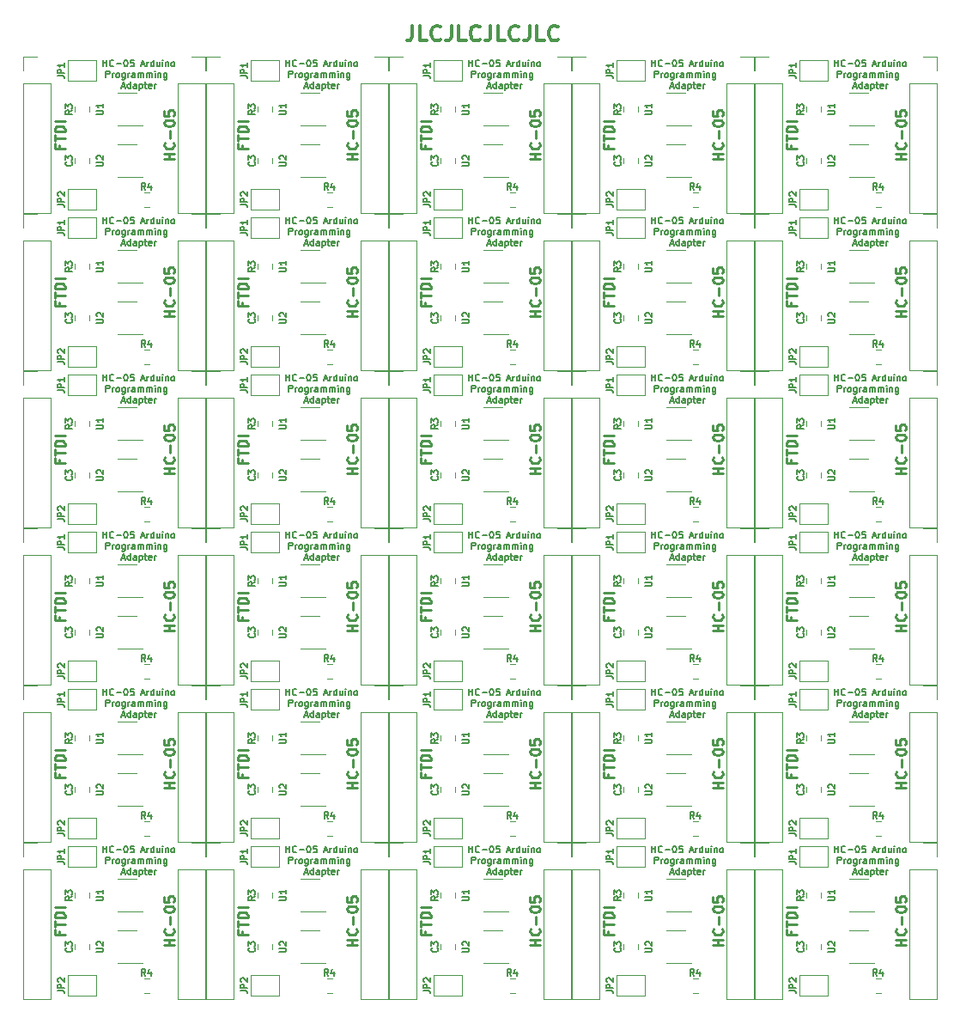
<source format=gto>
G04 #@! TF.GenerationSoftware,KiCad,Pcbnew,(5.1.5)-3*
G04 #@! TF.CreationDate,2019-12-30T22:26:53-08:00*
G04 #@! TF.ProjectId,hc05-adapter-panel,68633035-2d61-4646-9170-7465722d7061,A*
G04 #@! TF.SameCoordinates,Original*
G04 #@! TF.FileFunction,Legend,Top*
G04 #@! TF.FilePolarity,Positive*
%FSLAX46Y46*%
G04 Gerber Fmt 4.6, Leading zero omitted, Abs format (unit mm)*
G04 Created by KiCad (PCBNEW (5.1.5)-3) date 2019-12-30 22:26:53*
%MOMM*%
%LPD*%
G04 APERTURE LIST*
%ADD10C,0.254000*%
%ADD11C,0.127000*%
%ADD12C,0.300000*%
%ADD13C,0.120000*%
G04 APERTURE END LIST*
D10*
X103816928Y-52299809D02*
X103816928Y-52638476D01*
X104349119Y-52638476D02*
X103333119Y-52638476D01*
X103333119Y-52154666D01*
X103333119Y-51912761D02*
X103333119Y-51332190D01*
X104349119Y-51622476D02*
X103333119Y-51622476D01*
X104349119Y-50993523D02*
X103333119Y-50993523D01*
X103333119Y-50751619D01*
X103381500Y-50606476D01*
X103478261Y-50509714D01*
X103575023Y-50461333D01*
X103768547Y-50412952D01*
X103913690Y-50412952D01*
X104107214Y-50461333D01*
X104203976Y-50509714D01*
X104300738Y-50606476D01*
X104349119Y-50751619D01*
X104349119Y-50993523D01*
X104349119Y-49977523D02*
X103333119Y-49977523D01*
X103816928Y-83287809D02*
X103816928Y-83626476D01*
X104349119Y-83626476D02*
X103333119Y-83626476D01*
X103333119Y-83142666D01*
X103333119Y-82900761D02*
X103333119Y-82320190D01*
X104349119Y-82610476D02*
X103333119Y-82610476D01*
X104349119Y-81981523D02*
X103333119Y-81981523D01*
X103333119Y-81739619D01*
X103381500Y-81594476D01*
X103478261Y-81497714D01*
X103575023Y-81449333D01*
X103768547Y-81400952D01*
X103913690Y-81400952D01*
X104107214Y-81449333D01*
X104203976Y-81497714D01*
X104300738Y-81594476D01*
X104349119Y-81739619D01*
X104349119Y-81981523D01*
X104349119Y-80965523D02*
X103333119Y-80965523D01*
X103816928Y-67793809D02*
X103816928Y-68132476D01*
X104349119Y-68132476D02*
X103333119Y-68132476D01*
X103333119Y-67648666D01*
X103333119Y-67406761D02*
X103333119Y-66826190D01*
X104349119Y-67116476D02*
X103333119Y-67116476D01*
X104349119Y-66487523D02*
X103333119Y-66487523D01*
X103333119Y-66245619D01*
X103381500Y-66100476D01*
X103478261Y-66003714D01*
X103575023Y-65955333D01*
X103768547Y-65906952D01*
X103913690Y-65906952D01*
X104107214Y-65955333D01*
X104203976Y-66003714D01*
X104300738Y-66100476D01*
X104349119Y-66245619D01*
X104349119Y-66487523D01*
X104349119Y-65471523D02*
X103333119Y-65471523D01*
X103816928Y-98781809D02*
X103816928Y-99120476D01*
X104349119Y-99120476D02*
X103333119Y-99120476D01*
X103333119Y-98636666D01*
X103333119Y-98394761D02*
X103333119Y-97814190D01*
X104349119Y-98104476D02*
X103333119Y-98104476D01*
X104349119Y-97475523D02*
X103333119Y-97475523D01*
X103333119Y-97233619D01*
X103381500Y-97088476D01*
X103478261Y-96991714D01*
X103575023Y-96943333D01*
X103768547Y-96894952D01*
X103913690Y-96894952D01*
X104107214Y-96943333D01*
X104203976Y-96991714D01*
X104300738Y-97088476D01*
X104349119Y-97233619D01*
X104349119Y-97475523D01*
X104349119Y-96459523D02*
X103333119Y-96459523D01*
D11*
X108128880Y-44543261D02*
X108128880Y-43908261D01*
X108128880Y-44210642D02*
X108491738Y-44210642D01*
X108491738Y-44543261D02*
X108491738Y-43908261D01*
X109156976Y-44482785D02*
X109126738Y-44513023D01*
X109036023Y-44543261D01*
X108975547Y-44543261D01*
X108884833Y-44513023D01*
X108824357Y-44452547D01*
X108794119Y-44392071D01*
X108763880Y-44271119D01*
X108763880Y-44180404D01*
X108794119Y-44059452D01*
X108824357Y-43998976D01*
X108884833Y-43938500D01*
X108975547Y-43908261D01*
X109036023Y-43908261D01*
X109126738Y-43938500D01*
X109156976Y-43968738D01*
X109429119Y-44301357D02*
X109912928Y-44301357D01*
X110336261Y-43908261D02*
X110396738Y-43908261D01*
X110457214Y-43938500D01*
X110487452Y-43968738D01*
X110517690Y-44029214D01*
X110547928Y-44150166D01*
X110547928Y-44301357D01*
X110517690Y-44422309D01*
X110487452Y-44482785D01*
X110457214Y-44513023D01*
X110396738Y-44543261D01*
X110336261Y-44543261D01*
X110275785Y-44513023D01*
X110245547Y-44482785D01*
X110215309Y-44422309D01*
X110185071Y-44301357D01*
X110185071Y-44150166D01*
X110215309Y-44029214D01*
X110245547Y-43968738D01*
X110275785Y-43938500D01*
X110336261Y-43908261D01*
X111122452Y-43908261D02*
X110820071Y-43908261D01*
X110789833Y-44210642D01*
X110820071Y-44180404D01*
X110880547Y-44150166D01*
X111031738Y-44150166D01*
X111092214Y-44180404D01*
X111122452Y-44210642D01*
X111152690Y-44271119D01*
X111152690Y-44422309D01*
X111122452Y-44482785D01*
X111092214Y-44513023D01*
X111031738Y-44543261D01*
X110880547Y-44543261D01*
X110820071Y-44513023D01*
X110789833Y-44482785D01*
X111878404Y-44361833D02*
X112180785Y-44361833D01*
X111817928Y-44543261D02*
X112029595Y-43908261D01*
X112241261Y-44543261D01*
X112452928Y-44543261D02*
X112452928Y-44119928D01*
X112452928Y-44240880D02*
X112483166Y-44180404D01*
X112513404Y-44150166D01*
X112573880Y-44119928D01*
X112634357Y-44119928D01*
X113118166Y-44543261D02*
X113118166Y-43908261D01*
X113118166Y-44513023D02*
X113057690Y-44543261D01*
X112936738Y-44543261D01*
X112876261Y-44513023D01*
X112846023Y-44482785D01*
X112815785Y-44422309D01*
X112815785Y-44240880D01*
X112846023Y-44180404D01*
X112876261Y-44150166D01*
X112936738Y-44119928D01*
X113057690Y-44119928D01*
X113118166Y-44150166D01*
X113692690Y-44119928D02*
X113692690Y-44543261D01*
X113420547Y-44119928D02*
X113420547Y-44452547D01*
X113450785Y-44513023D01*
X113511261Y-44543261D01*
X113601976Y-44543261D01*
X113662452Y-44513023D01*
X113692690Y-44482785D01*
X113995071Y-44543261D02*
X113995071Y-44119928D01*
X113995071Y-43908261D02*
X113964833Y-43938500D01*
X113995071Y-43968738D01*
X114025309Y-43938500D01*
X113995071Y-43908261D01*
X113995071Y-43968738D01*
X114297452Y-44119928D02*
X114297452Y-44543261D01*
X114297452Y-44180404D02*
X114327690Y-44150166D01*
X114388166Y-44119928D01*
X114478880Y-44119928D01*
X114539357Y-44150166D01*
X114569595Y-44210642D01*
X114569595Y-44543261D01*
X114962690Y-44543261D02*
X114902214Y-44513023D01*
X114871976Y-44482785D01*
X114841738Y-44422309D01*
X114841738Y-44240880D01*
X114871976Y-44180404D01*
X114902214Y-44150166D01*
X114962690Y-44119928D01*
X115053404Y-44119928D01*
X115113880Y-44150166D01*
X115144119Y-44180404D01*
X115174357Y-44240880D01*
X115174357Y-44422309D01*
X115144119Y-44482785D01*
X115113880Y-44513023D01*
X115053404Y-44543261D01*
X114962690Y-44543261D01*
X108401023Y-45622761D02*
X108401023Y-44987761D01*
X108642928Y-44987761D01*
X108703404Y-45018000D01*
X108733642Y-45048238D01*
X108763880Y-45108714D01*
X108763880Y-45199428D01*
X108733642Y-45259904D01*
X108703404Y-45290142D01*
X108642928Y-45320380D01*
X108401023Y-45320380D01*
X109036023Y-45622761D02*
X109036023Y-45199428D01*
X109036023Y-45320380D02*
X109066261Y-45259904D01*
X109096500Y-45229666D01*
X109156976Y-45199428D01*
X109217452Y-45199428D01*
X109519833Y-45622761D02*
X109459357Y-45592523D01*
X109429119Y-45562285D01*
X109398880Y-45501809D01*
X109398880Y-45320380D01*
X109429119Y-45259904D01*
X109459357Y-45229666D01*
X109519833Y-45199428D01*
X109610547Y-45199428D01*
X109671023Y-45229666D01*
X109701261Y-45259904D01*
X109731500Y-45320380D01*
X109731500Y-45501809D01*
X109701261Y-45562285D01*
X109671023Y-45592523D01*
X109610547Y-45622761D01*
X109519833Y-45622761D01*
X110275785Y-45199428D02*
X110275785Y-45713476D01*
X110245547Y-45773952D01*
X110215309Y-45804190D01*
X110154833Y-45834428D01*
X110064119Y-45834428D01*
X110003642Y-45804190D01*
X110275785Y-45592523D02*
X110215309Y-45622761D01*
X110094357Y-45622761D01*
X110033880Y-45592523D01*
X110003642Y-45562285D01*
X109973404Y-45501809D01*
X109973404Y-45320380D01*
X110003642Y-45259904D01*
X110033880Y-45229666D01*
X110094357Y-45199428D01*
X110215309Y-45199428D01*
X110275785Y-45229666D01*
X110578166Y-45622761D02*
X110578166Y-45199428D01*
X110578166Y-45320380D02*
X110608404Y-45259904D01*
X110638642Y-45229666D01*
X110699119Y-45199428D01*
X110759595Y-45199428D01*
X111243404Y-45622761D02*
X111243404Y-45290142D01*
X111213166Y-45229666D01*
X111152690Y-45199428D01*
X111031738Y-45199428D01*
X110971261Y-45229666D01*
X111243404Y-45592523D02*
X111182928Y-45622761D01*
X111031738Y-45622761D01*
X110971261Y-45592523D01*
X110941023Y-45532047D01*
X110941023Y-45471571D01*
X110971261Y-45411095D01*
X111031738Y-45380857D01*
X111182928Y-45380857D01*
X111243404Y-45350619D01*
X111545785Y-45622761D02*
X111545785Y-45199428D01*
X111545785Y-45259904D02*
X111576023Y-45229666D01*
X111636500Y-45199428D01*
X111727214Y-45199428D01*
X111787690Y-45229666D01*
X111817928Y-45290142D01*
X111817928Y-45622761D01*
X111817928Y-45290142D02*
X111848166Y-45229666D01*
X111908642Y-45199428D01*
X111999357Y-45199428D01*
X112059833Y-45229666D01*
X112090071Y-45290142D01*
X112090071Y-45622761D01*
X112392452Y-45622761D02*
X112392452Y-45199428D01*
X112392452Y-45259904D02*
X112422690Y-45229666D01*
X112483166Y-45199428D01*
X112573880Y-45199428D01*
X112634357Y-45229666D01*
X112664595Y-45290142D01*
X112664595Y-45622761D01*
X112664595Y-45290142D02*
X112694833Y-45229666D01*
X112755309Y-45199428D01*
X112846023Y-45199428D01*
X112906500Y-45229666D01*
X112936738Y-45290142D01*
X112936738Y-45622761D01*
X113239119Y-45622761D02*
X113239119Y-45199428D01*
X113239119Y-44987761D02*
X113208880Y-45018000D01*
X113239119Y-45048238D01*
X113269357Y-45018000D01*
X113239119Y-44987761D01*
X113239119Y-45048238D01*
X113541500Y-45199428D02*
X113541500Y-45622761D01*
X113541500Y-45259904D02*
X113571738Y-45229666D01*
X113632214Y-45199428D01*
X113722928Y-45199428D01*
X113783404Y-45229666D01*
X113813642Y-45290142D01*
X113813642Y-45622761D01*
X114388166Y-45199428D02*
X114388166Y-45713476D01*
X114357928Y-45773952D01*
X114327690Y-45804190D01*
X114267214Y-45834428D01*
X114176500Y-45834428D01*
X114116023Y-45804190D01*
X114388166Y-45592523D02*
X114327690Y-45622761D01*
X114206738Y-45622761D01*
X114146261Y-45592523D01*
X114116023Y-45562285D01*
X114085785Y-45501809D01*
X114085785Y-45320380D01*
X114116023Y-45259904D01*
X114146261Y-45229666D01*
X114206738Y-45199428D01*
X114327690Y-45199428D01*
X114388166Y-45229666D01*
X109973404Y-46520833D02*
X110275785Y-46520833D01*
X109912928Y-46702261D02*
X110124595Y-46067261D01*
X110336261Y-46702261D01*
X110820071Y-46702261D02*
X110820071Y-46067261D01*
X110820071Y-46672023D02*
X110759595Y-46702261D01*
X110638642Y-46702261D01*
X110578166Y-46672023D01*
X110547928Y-46641785D01*
X110517690Y-46581309D01*
X110517690Y-46399880D01*
X110547928Y-46339404D01*
X110578166Y-46309166D01*
X110638642Y-46278928D01*
X110759595Y-46278928D01*
X110820071Y-46309166D01*
X111394595Y-46702261D02*
X111394595Y-46369642D01*
X111364357Y-46309166D01*
X111303880Y-46278928D01*
X111182928Y-46278928D01*
X111122452Y-46309166D01*
X111394595Y-46672023D02*
X111334119Y-46702261D01*
X111182928Y-46702261D01*
X111122452Y-46672023D01*
X111092214Y-46611547D01*
X111092214Y-46551071D01*
X111122452Y-46490595D01*
X111182928Y-46460357D01*
X111334119Y-46460357D01*
X111394595Y-46430119D01*
X111696976Y-46278928D02*
X111696976Y-46913928D01*
X111696976Y-46309166D02*
X111757452Y-46278928D01*
X111878404Y-46278928D01*
X111938880Y-46309166D01*
X111969119Y-46339404D01*
X111999357Y-46399880D01*
X111999357Y-46581309D01*
X111969119Y-46641785D01*
X111938880Y-46672023D01*
X111878404Y-46702261D01*
X111757452Y-46702261D01*
X111696976Y-46672023D01*
X112180785Y-46278928D02*
X112422690Y-46278928D01*
X112271500Y-46067261D02*
X112271500Y-46611547D01*
X112301738Y-46672023D01*
X112362214Y-46702261D01*
X112422690Y-46702261D01*
X112876261Y-46672023D02*
X112815785Y-46702261D01*
X112694833Y-46702261D01*
X112634357Y-46672023D01*
X112604119Y-46611547D01*
X112604119Y-46369642D01*
X112634357Y-46309166D01*
X112694833Y-46278928D01*
X112815785Y-46278928D01*
X112876261Y-46309166D01*
X112906500Y-46369642D01*
X112906500Y-46430119D01*
X112604119Y-46490595D01*
X113178642Y-46702261D02*
X113178642Y-46278928D01*
X113178642Y-46399880D02*
X113208880Y-46339404D01*
X113239119Y-46309166D01*
X113299595Y-46278928D01*
X113360071Y-46278928D01*
X108128880Y-75531261D02*
X108128880Y-74896261D01*
X108128880Y-75198642D02*
X108491738Y-75198642D01*
X108491738Y-75531261D02*
X108491738Y-74896261D01*
X109156976Y-75470785D02*
X109126738Y-75501023D01*
X109036023Y-75531261D01*
X108975547Y-75531261D01*
X108884833Y-75501023D01*
X108824357Y-75440547D01*
X108794119Y-75380071D01*
X108763880Y-75259119D01*
X108763880Y-75168404D01*
X108794119Y-75047452D01*
X108824357Y-74986976D01*
X108884833Y-74926500D01*
X108975547Y-74896261D01*
X109036023Y-74896261D01*
X109126738Y-74926500D01*
X109156976Y-74956738D01*
X109429119Y-75289357D02*
X109912928Y-75289357D01*
X110336261Y-74896261D02*
X110396738Y-74896261D01*
X110457214Y-74926500D01*
X110487452Y-74956738D01*
X110517690Y-75017214D01*
X110547928Y-75138166D01*
X110547928Y-75289357D01*
X110517690Y-75410309D01*
X110487452Y-75470785D01*
X110457214Y-75501023D01*
X110396738Y-75531261D01*
X110336261Y-75531261D01*
X110275785Y-75501023D01*
X110245547Y-75470785D01*
X110215309Y-75410309D01*
X110185071Y-75289357D01*
X110185071Y-75138166D01*
X110215309Y-75017214D01*
X110245547Y-74956738D01*
X110275785Y-74926500D01*
X110336261Y-74896261D01*
X111122452Y-74896261D02*
X110820071Y-74896261D01*
X110789833Y-75198642D01*
X110820071Y-75168404D01*
X110880547Y-75138166D01*
X111031738Y-75138166D01*
X111092214Y-75168404D01*
X111122452Y-75198642D01*
X111152690Y-75259119D01*
X111152690Y-75410309D01*
X111122452Y-75470785D01*
X111092214Y-75501023D01*
X111031738Y-75531261D01*
X110880547Y-75531261D01*
X110820071Y-75501023D01*
X110789833Y-75470785D01*
X111878404Y-75349833D02*
X112180785Y-75349833D01*
X111817928Y-75531261D02*
X112029595Y-74896261D01*
X112241261Y-75531261D01*
X112452928Y-75531261D02*
X112452928Y-75107928D01*
X112452928Y-75228880D02*
X112483166Y-75168404D01*
X112513404Y-75138166D01*
X112573880Y-75107928D01*
X112634357Y-75107928D01*
X113118166Y-75531261D02*
X113118166Y-74896261D01*
X113118166Y-75501023D02*
X113057690Y-75531261D01*
X112936738Y-75531261D01*
X112876261Y-75501023D01*
X112846023Y-75470785D01*
X112815785Y-75410309D01*
X112815785Y-75228880D01*
X112846023Y-75168404D01*
X112876261Y-75138166D01*
X112936738Y-75107928D01*
X113057690Y-75107928D01*
X113118166Y-75138166D01*
X113692690Y-75107928D02*
X113692690Y-75531261D01*
X113420547Y-75107928D02*
X113420547Y-75440547D01*
X113450785Y-75501023D01*
X113511261Y-75531261D01*
X113601976Y-75531261D01*
X113662452Y-75501023D01*
X113692690Y-75470785D01*
X113995071Y-75531261D02*
X113995071Y-75107928D01*
X113995071Y-74896261D02*
X113964833Y-74926500D01*
X113995071Y-74956738D01*
X114025309Y-74926500D01*
X113995071Y-74896261D01*
X113995071Y-74956738D01*
X114297452Y-75107928D02*
X114297452Y-75531261D01*
X114297452Y-75168404D02*
X114327690Y-75138166D01*
X114388166Y-75107928D01*
X114478880Y-75107928D01*
X114539357Y-75138166D01*
X114569595Y-75198642D01*
X114569595Y-75531261D01*
X114962690Y-75531261D02*
X114902214Y-75501023D01*
X114871976Y-75470785D01*
X114841738Y-75410309D01*
X114841738Y-75228880D01*
X114871976Y-75168404D01*
X114902214Y-75138166D01*
X114962690Y-75107928D01*
X115053404Y-75107928D01*
X115113880Y-75138166D01*
X115144119Y-75168404D01*
X115174357Y-75228880D01*
X115174357Y-75410309D01*
X115144119Y-75470785D01*
X115113880Y-75501023D01*
X115053404Y-75531261D01*
X114962690Y-75531261D01*
X108401023Y-76610761D02*
X108401023Y-75975761D01*
X108642928Y-75975761D01*
X108703404Y-76006000D01*
X108733642Y-76036238D01*
X108763880Y-76096714D01*
X108763880Y-76187428D01*
X108733642Y-76247904D01*
X108703404Y-76278142D01*
X108642928Y-76308380D01*
X108401023Y-76308380D01*
X109036023Y-76610761D02*
X109036023Y-76187428D01*
X109036023Y-76308380D02*
X109066261Y-76247904D01*
X109096500Y-76217666D01*
X109156976Y-76187428D01*
X109217452Y-76187428D01*
X109519833Y-76610761D02*
X109459357Y-76580523D01*
X109429119Y-76550285D01*
X109398880Y-76489809D01*
X109398880Y-76308380D01*
X109429119Y-76247904D01*
X109459357Y-76217666D01*
X109519833Y-76187428D01*
X109610547Y-76187428D01*
X109671023Y-76217666D01*
X109701261Y-76247904D01*
X109731500Y-76308380D01*
X109731500Y-76489809D01*
X109701261Y-76550285D01*
X109671023Y-76580523D01*
X109610547Y-76610761D01*
X109519833Y-76610761D01*
X110275785Y-76187428D02*
X110275785Y-76701476D01*
X110245547Y-76761952D01*
X110215309Y-76792190D01*
X110154833Y-76822428D01*
X110064119Y-76822428D01*
X110003642Y-76792190D01*
X110275785Y-76580523D02*
X110215309Y-76610761D01*
X110094357Y-76610761D01*
X110033880Y-76580523D01*
X110003642Y-76550285D01*
X109973404Y-76489809D01*
X109973404Y-76308380D01*
X110003642Y-76247904D01*
X110033880Y-76217666D01*
X110094357Y-76187428D01*
X110215309Y-76187428D01*
X110275785Y-76217666D01*
X110578166Y-76610761D02*
X110578166Y-76187428D01*
X110578166Y-76308380D02*
X110608404Y-76247904D01*
X110638642Y-76217666D01*
X110699119Y-76187428D01*
X110759595Y-76187428D01*
X111243404Y-76610761D02*
X111243404Y-76278142D01*
X111213166Y-76217666D01*
X111152690Y-76187428D01*
X111031738Y-76187428D01*
X110971261Y-76217666D01*
X111243404Y-76580523D02*
X111182928Y-76610761D01*
X111031738Y-76610761D01*
X110971261Y-76580523D01*
X110941023Y-76520047D01*
X110941023Y-76459571D01*
X110971261Y-76399095D01*
X111031738Y-76368857D01*
X111182928Y-76368857D01*
X111243404Y-76338619D01*
X111545785Y-76610761D02*
X111545785Y-76187428D01*
X111545785Y-76247904D02*
X111576023Y-76217666D01*
X111636500Y-76187428D01*
X111727214Y-76187428D01*
X111787690Y-76217666D01*
X111817928Y-76278142D01*
X111817928Y-76610761D01*
X111817928Y-76278142D02*
X111848166Y-76217666D01*
X111908642Y-76187428D01*
X111999357Y-76187428D01*
X112059833Y-76217666D01*
X112090071Y-76278142D01*
X112090071Y-76610761D01*
X112392452Y-76610761D02*
X112392452Y-76187428D01*
X112392452Y-76247904D02*
X112422690Y-76217666D01*
X112483166Y-76187428D01*
X112573880Y-76187428D01*
X112634357Y-76217666D01*
X112664595Y-76278142D01*
X112664595Y-76610761D01*
X112664595Y-76278142D02*
X112694833Y-76217666D01*
X112755309Y-76187428D01*
X112846023Y-76187428D01*
X112906500Y-76217666D01*
X112936738Y-76278142D01*
X112936738Y-76610761D01*
X113239119Y-76610761D02*
X113239119Y-76187428D01*
X113239119Y-75975761D02*
X113208880Y-76006000D01*
X113239119Y-76036238D01*
X113269357Y-76006000D01*
X113239119Y-75975761D01*
X113239119Y-76036238D01*
X113541500Y-76187428D02*
X113541500Y-76610761D01*
X113541500Y-76247904D02*
X113571738Y-76217666D01*
X113632214Y-76187428D01*
X113722928Y-76187428D01*
X113783404Y-76217666D01*
X113813642Y-76278142D01*
X113813642Y-76610761D01*
X114388166Y-76187428D02*
X114388166Y-76701476D01*
X114357928Y-76761952D01*
X114327690Y-76792190D01*
X114267214Y-76822428D01*
X114176500Y-76822428D01*
X114116023Y-76792190D01*
X114388166Y-76580523D02*
X114327690Y-76610761D01*
X114206738Y-76610761D01*
X114146261Y-76580523D01*
X114116023Y-76550285D01*
X114085785Y-76489809D01*
X114085785Y-76308380D01*
X114116023Y-76247904D01*
X114146261Y-76217666D01*
X114206738Y-76187428D01*
X114327690Y-76187428D01*
X114388166Y-76217666D01*
X109973404Y-77508833D02*
X110275785Y-77508833D01*
X109912928Y-77690261D02*
X110124595Y-77055261D01*
X110336261Y-77690261D01*
X110820071Y-77690261D02*
X110820071Y-77055261D01*
X110820071Y-77660023D02*
X110759595Y-77690261D01*
X110638642Y-77690261D01*
X110578166Y-77660023D01*
X110547928Y-77629785D01*
X110517690Y-77569309D01*
X110517690Y-77387880D01*
X110547928Y-77327404D01*
X110578166Y-77297166D01*
X110638642Y-77266928D01*
X110759595Y-77266928D01*
X110820071Y-77297166D01*
X111394595Y-77690261D02*
X111394595Y-77357642D01*
X111364357Y-77297166D01*
X111303880Y-77266928D01*
X111182928Y-77266928D01*
X111122452Y-77297166D01*
X111394595Y-77660023D02*
X111334119Y-77690261D01*
X111182928Y-77690261D01*
X111122452Y-77660023D01*
X111092214Y-77599547D01*
X111092214Y-77539071D01*
X111122452Y-77478595D01*
X111182928Y-77448357D01*
X111334119Y-77448357D01*
X111394595Y-77418119D01*
X111696976Y-77266928D02*
X111696976Y-77901928D01*
X111696976Y-77297166D02*
X111757452Y-77266928D01*
X111878404Y-77266928D01*
X111938880Y-77297166D01*
X111969119Y-77327404D01*
X111999357Y-77387880D01*
X111999357Y-77569309D01*
X111969119Y-77629785D01*
X111938880Y-77660023D01*
X111878404Y-77690261D01*
X111757452Y-77690261D01*
X111696976Y-77660023D01*
X112180785Y-77266928D02*
X112422690Y-77266928D01*
X112271500Y-77055261D02*
X112271500Y-77599547D01*
X112301738Y-77660023D01*
X112362214Y-77690261D01*
X112422690Y-77690261D01*
X112876261Y-77660023D02*
X112815785Y-77690261D01*
X112694833Y-77690261D01*
X112634357Y-77660023D01*
X112604119Y-77599547D01*
X112604119Y-77357642D01*
X112634357Y-77297166D01*
X112694833Y-77266928D01*
X112815785Y-77266928D01*
X112876261Y-77297166D01*
X112906500Y-77357642D01*
X112906500Y-77418119D01*
X112604119Y-77478595D01*
X113178642Y-77690261D02*
X113178642Y-77266928D01*
X113178642Y-77387880D02*
X113208880Y-77327404D01*
X113239119Y-77297166D01*
X113299595Y-77266928D01*
X113360071Y-77266928D01*
D10*
X115144119Y-69196857D02*
X114128119Y-69196857D01*
X114611928Y-69196857D02*
X114611928Y-68616285D01*
X115144119Y-68616285D02*
X114128119Y-68616285D01*
X115047357Y-67551904D02*
X115095738Y-67600285D01*
X115144119Y-67745428D01*
X115144119Y-67842190D01*
X115095738Y-67987333D01*
X114998976Y-68084095D01*
X114902214Y-68132476D01*
X114708690Y-68180857D01*
X114563547Y-68180857D01*
X114370023Y-68132476D01*
X114273261Y-68084095D01*
X114176500Y-67987333D01*
X114128119Y-67842190D01*
X114128119Y-67745428D01*
X114176500Y-67600285D01*
X114224880Y-67551904D01*
X114757071Y-67116476D02*
X114757071Y-66342380D01*
X114128119Y-65665047D02*
X114128119Y-65568285D01*
X114176500Y-65471523D01*
X114224880Y-65423142D01*
X114321642Y-65374761D01*
X114515166Y-65326380D01*
X114757071Y-65326380D01*
X114950595Y-65374761D01*
X115047357Y-65423142D01*
X115095738Y-65471523D01*
X115144119Y-65568285D01*
X115144119Y-65665047D01*
X115095738Y-65761809D01*
X115047357Y-65810190D01*
X114950595Y-65858571D01*
X114757071Y-65906952D01*
X114515166Y-65906952D01*
X114321642Y-65858571D01*
X114224880Y-65810190D01*
X114176500Y-65761809D01*
X114128119Y-65665047D01*
X114128119Y-64407142D02*
X114128119Y-64890952D01*
X114611928Y-64939333D01*
X114563547Y-64890952D01*
X114515166Y-64794190D01*
X114515166Y-64552285D01*
X114563547Y-64455523D01*
X114611928Y-64407142D01*
X114708690Y-64358761D01*
X114950595Y-64358761D01*
X115047357Y-64407142D01*
X115095738Y-64455523D01*
X115144119Y-64552285D01*
X115144119Y-64794190D01*
X115095738Y-64890952D01*
X115047357Y-64939333D01*
X115144119Y-100184857D02*
X114128119Y-100184857D01*
X114611928Y-100184857D02*
X114611928Y-99604285D01*
X115144119Y-99604285D02*
X114128119Y-99604285D01*
X115047357Y-98539904D02*
X115095738Y-98588285D01*
X115144119Y-98733428D01*
X115144119Y-98830190D01*
X115095738Y-98975333D01*
X114998976Y-99072095D01*
X114902214Y-99120476D01*
X114708690Y-99168857D01*
X114563547Y-99168857D01*
X114370023Y-99120476D01*
X114273261Y-99072095D01*
X114176500Y-98975333D01*
X114128119Y-98830190D01*
X114128119Y-98733428D01*
X114176500Y-98588285D01*
X114224880Y-98539904D01*
X114757071Y-98104476D02*
X114757071Y-97330380D01*
X114128119Y-96653047D02*
X114128119Y-96556285D01*
X114176500Y-96459523D01*
X114224880Y-96411142D01*
X114321642Y-96362761D01*
X114515166Y-96314380D01*
X114757071Y-96314380D01*
X114950595Y-96362761D01*
X115047357Y-96411142D01*
X115095738Y-96459523D01*
X115144119Y-96556285D01*
X115144119Y-96653047D01*
X115095738Y-96749809D01*
X115047357Y-96798190D01*
X114950595Y-96846571D01*
X114757071Y-96894952D01*
X114515166Y-96894952D01*
X114321642Y-96846571D01*
X114224880Y-96798190D01*
X114176500Y-96749809D01*
X114128119Y-96653047D01*
X114128119Y-95395142D02*
X114128119Y-95878952D01*
X114611928Y-95927333D01*
X114563547Y-95878952D01*
X114515166Y-95782190D01*
X114515166Y-95540285D01*
X114563547Y-95443523D01*
X114611928Y-95395142D01*
X114708690Y-95346761D01*
X114950595Y-95346761D01*
X115047357Y-95395142D01*
X115095738Y-95443523D01*
X115144119Y-95540285D01*
X115144119Y-95782190D01*
X115095738Y-95878952D01*
X115047357Y-95927333D01*
X115144119Y-53702857D02*
X114128119Y-53702857D01*
X114611928Y-53702857D02*
X114611928Y-53122285D01*
X115144119Y-53122285D02*
X114128119Y-53122285D01*
X115047357Y-52057904D02*
X115095738Y-52106285D01*
X115144119Y-52251428D01*
X115144119Y-52348190D01*
X115095738Y-52493333D01*
X114998976Y-52590095D01*
X114902214Y-52638476D01*
X114708690Y-52686857D01*
X114563547Y-52686857D01*
X114370023Y-52638476D01*
X114273261Y-52590095D01*
X114176500Y-52493333D01*
X114128119Y-52348190D01*
X114128119Y-52251428D01*
X114176500Y-52106285D01*
X114224880Y-52057904D01*
X114757071Y-51622476D02*
X114757071Y-50848380D01*
X114128119Y-50171047D02*
X114128119Y-50074285D01*
X114176500Y-49977523D01*
X114224880Y-49929142D01*
X114321642Y-49880761D01*
X114515166Y-49832380D01*
X114757071Y-49832380D01*
X114950595Y-49880761D01*
X115047357Y-49929142D01*
X115095738Y-49977523D01*
X115144119Y-50074285D01*
X115144119Y-50171047D01*
X115095738Y-50267809D01*
X115047357Y-50316190D01*
X114950595Y-50364571D01*
X114757071Y-50412952D01*
X114515166Y-50412952D01*
X114321642Y-50364571D01*
X114224880Y-50316190D01*
X114176500Y-50267809D01*
X114128119Y-50171047D01*
X114128119Y-48913142D02*
X114128119Y-49396952D01*
X114611928Y-49445333D01*
X114563547Y-49396952D01*
X114515166Y-49300190D01*
X114515166Y-49058285D01*
X114563547Y-48961523D01*
X114611928Y-48913142D01*
X114708690Y-48864761D01*
X114950595Y-48864761D01*
X115047357Y-48913142D01*
X115095738Y-48961523D01*
X115144119Y-49058285D01*
X115144119Y-49300190D01*
X115095738Y-49396952D01*
X115047357Y-49445333D01*
X115144119Y-84690857D02*
X114128119Y-84690857D01*
X114611928Y-84690857D02*
X114611928Y-84110285D01*
X115144119Y-84110285D02*
X114128119Y-84110285D01*
X115047357Y-83045904D02*
X115095738Y-83094285D01*
X115144119Y-83239428D01*
X115144119Y-83336190D01*
X115095738Y-83481333D01*
X114998976Y-83578095D01*
X114902214Y-83626476D01*
X114708690Y-83674857D01*
X114563547Y-83674857D01*
X114370023Y-83626476D01*
X114273261Y-83578095D01*
X114176500Y-83481333D01*
X114128119Y-83336190D01*
X114128119Y-83239428D01*
X114176500Y-83094285D01*
X114224880Y-83045904D01*
X114757071Y-82610476D02*
X114757071Y-81836380D01*
X114128119Y-81159047D02*
X114128119Y-81062285D01*
X114176500Y-80965523D01*
X114224880Y-80917142D01*
X114321642Y-80868761D01*
X114515166Y-80820380D01*
X114757071Y-80820380D01*
X114950595Y-80868761D01*
X115047357Y-80917142D01*
X115095738Y-80965523D01*
X115144119Y-81062285D01*
X115144119Y-81159047D01*
X115095738Y-81255809D01*
X115047357Y-81304190D01*
X114950595Y-81352571D01*
X114757071Y-81400952D01*
X114515166Y-81400952D01*
X114321642Y-81352571D01*
X114224880Y-81304190D01*
X114176500Y-81255809D01*
X114128119Y-81159047D01*
X114128119Y-79901142D02*
X114128119Y-80384952D01*
X114611928Y-80433333D01*
X114563547Y-80384952D01*
X114515166Y-80288190D01*
X114515166Y-80046285D01*
X114563547Y-79949523D01*
X114611928Y-79901142D01*
X114708690Y-79852761D01*
X114950595Y-79852761D01*
X115047357Y-79901142D01*
X115095738Y-79949523D01*
X115144119Y-80046285D01*
X115144119Y-80288190D01*
X115095738Y-80384952D01*
X115047357Y-80433333D01*
D11*
X108128880Y-60037261D02*
X108128880Y-59402261D01*
X108128880Y-59704642D02*
X108491738Y-59704642D01*
X108491738Y-60037261D02*
X108491738Y-59402261D01*
X109156976Y-59976785D02*
X109126738Y-60007023D01*
X109036023Y-60037261D01*
X108975547Y-60037261D01*
X108884833Y-60007023D01*
X108824357Y-59946547D01*
X108794119Y-59886071D01*
X108763880Y-59765119D01*
X108763880Y-59674404D01*
X108794119Y-59553452D01*
X108824357Y-59492976D01*
X108884833Y-59432500D01*
X108975547Y-59402261D01*
X109036023Y-59402261D01*
X109126738Y-59432500D01*
X109156976Y-59462738D01*
X109429119Y-59795357D02*
X109912928Y-59795357D01*
X110336261Y-59402261D02*
X110396738Y-59402261D01*
X110457214Y-59432500D01*
X110487452Y-59462738D01*
X110517690Y-59523214D01*
X110547928Y-59644166D01*
X110547928Y-59795357D01*
X110517690Y-59916309D01*
X110487452Y-59976785D01*
X110457214Y-60007023D01*
X110396738Y-60037261D01*
X110336261Y-60037261D01*
X110275785Y-60007023D01*
X110245547Y-59976785D01*
X110215309Y-59916309D01*
X110185071Y-59795357D01*
X110185071Y-59644166D01*
X110215309Y-59523214D01*
X110245547Y-59462738D01*
X110275785Y-59432500D01*
X110336261Y-59402261D01*
X111122452Y-59402261D02*
X110820071Y-59402261D01*
X110789833Y-59704642D01*
X110820071Y-59674404D01*
X110880547Y-59644166D01*
X111031738Y-59644166D01*
X111092214Y-59674404D01*
X111122452Y-59704642D01*
X111152690Y-59765119D01*
X111152690Y-59916309D01*
X111122452Y-59976785D01*
X111092214Y-60007023D01*
X111031738Y-60037261D01*
X110880547Y-60037261D01*
X110820071Y-60007023D01*
X110789833Y-59976785D01*
X111878404Y-59855833D02*
X112180785Y-59855833D01*
X111817928Y-60037261D02*
X112029595Y-59402261D01*
X112241261Y-60037261D01*
X112452928Y-60037261D02*
X112452928Y-59613928D01*
X112452928Y-59734880D02*
X112483166Y-59674404D01*
X112513404Y-59644166D01*
X112573880Y-59613928D01*
X112634357Y-59613928D01*
X113118166Y-60037261D02*
X113118166Y-59402261D01*
X113118166Y-60007023D02*
X113057690Y-60037261D01*
X112936738Y-60037261D01*
X112876261Y-60007023D01*
X112846023Y-59976785D01*
X112815785Y-59916309D01*
X112815785Y-59734880D01*
X112846023Y-59674404D01*
X112876261Y-59644166D01*
X112936738Y-59613928D01*
X113057690Y-59613928D01*
X113118166Y-59644166D01*
X113692690Y-59613928D02*
X113692690Y-60037261D01*
X113420547Y-59613928D02*
X113420547Y-59946547D01*
X113450785Y-60007023D01*
X113511261Y-60037261D01*
X113601976Y-60037261D01*
X113662452Y-60007023D01*
X113692690Y-59976785D01*
X113995071Y-60037261D02*
X113995071Y-59613928D01*
X113995071Y-59402261D02*
X113964833Y-59432500D01*
X113995071Y-59462738D01*
X114025309Y-59432500D01*
X113995071Y-59402261D01*
X113995071Y-59462738D01*
X114297452Y-59613928D02*
X114297452Y-60037261D01*
X114297452Y-59674404D02*
X114327690Y-59644166D01*
X114388166Y-59613928D01*
X114478880Y-59613928D01*
X114539357Y-59644166D01*
X114569595Y-59704642D01*
X114569595Y-60037261D01*
X114962690Y-60037261D02*
X114902214Y-60007023D01*
X114871976Y-59976785D01*
X114841738Y-59916309D01*
X114841738Y-59734880D01*
X114871976Y-59674404D01*
X114902214Y-59644166D01*
X114962690Y-59613928D01*
X115053404Y-59613928D01*
X115113880Y-59644166D01*
X115144119Y-59674404D01*
X115174357Y-59734880D01*
X115174357Y-59916309D01*
X115144119Y-59976785D01*
X115113880Y-60007023D01*
X115053404Y-60037261D01*
X114962690Y-60037261D01*
X108401023Y-61116761D02*
X108401023Y-60481761D01*
X108642928Y-60481761D01*
X108703404Y-60512000D01*
X108733642Y-60542238D01*
X108763880Y-60602714D01*
X108763880Y-60693428D01*
X108733642Y-60753904D01*
X108703404Y-60784142D01*
X108642928Y-60814380D01*
X108401023Y-60814380D01*
X109036023Y-61116761D02*
X109036023Y-60693428D01*
X109036023Y-60814380D02*
X109066261Y-60753904D01*
X109096500Y-60723666D01*
X109156976Y-60693428D01*
X109217452Y-60693428D01*
X109519833Y-61116761D02*
X109459357Y-61086523D01*
X109429119Y-61056285D01*
X109398880Y-60995809D01*
X109398880Y-60814380D01*
X109429119Y-60753904D01*
X109459357Y-60723666D01*
X109519833Y-60693428D01*
X109610547Y-60693428D01*
X109671023Y-60723666D01*
X109701261Y-60753904D01*
X109731500Y-60814380D01*
X109731500Y-60995809D01*
X109701261Y-61056285D01*
X109671023Y-61086523D01*
X109610547Y-61116761D01*
X109519833Y-61116761D01*
X110275785Y-60693428D02*
X110275785Y-61207476D01*
X110245547Y-61267952D01*
X110215309Y-61298190D01*
X110154833Y-61328428D01*
X110064119Y-61328428D01*
X110003642Y-61298190D01*
X110275785Y-61086523D02*
X110215309Y-61116761D01*
X110094357Y-61116761D01*
X110033880Y-61086523D01*
X110003642Y-61056285D01*
X109973404Y-60995809D01*
X109973404Y-60814380D01*
X110003642Y-60753904D01*
X110033880Y-60723666D01*
X110094357Y-60693428D01*
X110215309Y-60693428D01*
X110275785Y-60723666D01*
X110578166Y-61116761D02*
X110578166Y-60693428D01*
X110578166Y-60814380D02*
X110608404Y-60753904D01*
X110638642Y-60723666D01*
X110699119Y-60693428D01*
X110759595Y-60693428D01*
X111243404Y-61116761D02*
X111243404Y-60784142D01*
X111213166Y-60723666D01*
X111152690Y-60693428D01*
X111031738Y-60693428D01*
X110971261Y-60723666D01*
X111243404Y-61086523D02*
X111182928Y-61116761D01*
X111031738Y-61116761D01*
X110971261Y-61086523D01*
X110941023Y-61026047D01*
X110941023Y-60965571D01*
X110971261Y-60905095D01*
X111031738Y-60874857D01*
X111182928Y-60874857D01*
X111243404Y-60844619D01*
X111545785Y-61116761D02*
X111545785Y-60693428D01*
X111545785Y-60753904D02*
X111576023Y-60723666D01*
X111636500Y-60693428D01*
X111727214Y-60693428D01*
X111787690Y-60723666D01*
X111817928Y-60784142D01*
X111817928Y-61116761D01*
X111817928Y-60784142D02*
X111848166Y-60723666D01*
X111908642Y-60693428D01*
X111999357Y-60693428D01*
X112059833Y-60723666D01*
X112090071Y-60784142D01*
X112090071Y-61116761D01*
X112392452Y-61116761D02*
X112392452Y-60693428D01*
X112392452Y-60753904D02*
X112422690Y-60723666D01*
X112483166Y-60693428D01*
X112573880Y-60693428D01*
X112634357Y-60723666D01*
X112664595Y-60784142D01*
X112664595Y-61116761D01*
X112664595Y-60784142D02*
X112694833Y-60723666D01*
X112755309Y-60693428D01*
X112846023Y-60693428D01*
X112906500Y-60723666D01*
X112936738Y-60784142D01*
X112936738Y-61116761D01*
X113239119Y-61116761D02*
X113239119Y-60693428D01*
X113239119Y-60481761D02*
X113208880Y-60512000D01*
X113239119Y-60542238D01*
X113269357Y-60512000D01*
X113239119Y-60481761D01*
X113239119Y-60542238D01*
X113541500Y-60693428D02*
X113541500Y-61116761D01*
X113541500Y-60753904D02*
X113571738Y-60723666D01*
X113632214Y-60693428D01*
X113722928Y-60693428D01*
X113783404Y-60723666D01*
X113813642Y-60784142D01*
X113813642Y-61116761D01*
X114388166Y-60693428D02*
X114388166Y-61207476D01*
X114357928Y-61267952D01*
X114327690Y-61298190D01*
X114267214Y-61328428D01*
X114176500Y-61328428D01*
X114116023Y-61298190D01*
X114388166Y-61086523D02*
X114327690Y-61116761D01*
X114206738Y-61116761D01*
X114146261Y-61086523D01*
X114116023Y-61056285D01*
X114085785Y-60995809D01*
X114085785Y-60814380D01*
X114116023Y-60753904D01*
X114146261Y-60723666D01*
X114206738Y-60693428D01*
X114327690Y-60693428D01*
X114388166Y-60723666D01*
X109973404Y-62014833D02*
X110275785Y-62014833D01*
X109912928Y-62196261D02*
X110124595Y-61561261D01*
X110336261Y-62196261D01*
X110820071Y-62196261D02*
X110820071Y-61561261D01*
X110820071Y-62166023D02*
X110759595Y-62196261D01*
X110638642Y-62196261D01*
X110578166Y-62166023D01*
X110547928Y-62135785D01*
X110517690Y-62075309D01*
X110517690Y-61893880D01*
X110547928Y-61833404D01*
X110578166Y-61803166D01*
X110638642Y-61772928D01*
X110759595Y-61772928D01*
X110820071Y-61803166D01*
X111394595Y-62196261D02*
X111394595Y-61863642D01*
X111364357Y-61803166D01*
X111303880Y-61772928D01*
X111182928Y-61772928D01*
X111122452Y-61803166D01*
X111394595Y-62166023D02*
X111334119Y-62196261D01*
X111182928Y-62196261D01*
X111122452Y-62166023D01*
X111092214Y-62105547D01*
X111092214Y-62045071D01*
X111122452Y-61984595D01*
X111182928Y-61954357D01*
X111334119Y-61954357D01*
X111394595Y-61924119D01*
X111696976Y-61772928D02*
X111696976Y-62407928D01*
X111696976Y-61803166D02*
X111757452Y-61772928D01*
X111878404Y-61772928D01*
X111938880Y-61803166D01*
X111969119Y-61833404D01*
X111999357Y-61893880D01*
X111999357Y-62075309D01*
X111969119Y-62135785D01*
X111938880Y-62166023D01*
X111878404Y-62196261D01*
X111757452Y-62196261D01*
X111696976Y-62166023D01*
X112180785Y-61772928D02*
X112422690Y-61772928D01*
X112271500Y-61561261D02*
X112271500Y-62105547D01*
X112301738Y-62166023D01*
X112362214Y-62196261D01*
X112422690Y-62196261D01*
X112876261Y-62166023D02*
X112815785Y-62196261D01*
X112694833Y-62196261D01*
X112634357Y-62166023D01*
X112604119Y-62105547D01*
X112604119Y-61863642D01*
X112634357Y-61803166D01*
X112694833Y-61772928D01*
X112815785Y-61772928D01*
X112876261Y-61803166D01*
X112906500Y-61863642D01*
X112906500Y-61924119D01*
X112604119Y-61984595D01*
X113178642Y-62196261D02*
X113178642Y-61772928D01*
X113178642Y-61893880D02*
X113208880Y-61833404D01*
X113239119Y-61803166D01*
X113299595Y-61772928D01*
X113360071Y-61772928D01*
X108128880Y-91025261D02*
X108128880Y-90390261D01*
X108128880Y-90692642D02*
X108491738Y-90692642D01*
X108491738Y-91025261D02*
X108491738Y-90390261D01*
X109156976Y-90964785D02*
X109126738Y-90995023D01*
X109036023Y-91025261D01*
X108975547Y-91025261D01*
X108884833Y-90995023D01*
X108824357Y-90934547D01*
X108794119Y-90874071D01*
X108763880Y-90753119D01*
X108763880Y-90662404D01*
X108794119Y-90541452D01*
X108824357Y-90480976D01*
X108884833Y-90420500D01*
X108975547Y-90390261D01*
X109036023Y-90390261D01*
X109126738Y-90420500D01*
X109156976Y-90450738D01*
X109429119Y-90783357D02*
X109912928Y-90783357D01*
X110336261Y-90390261D02*
X110396738Y-90390261D01*
X110457214Y-90420500D01*
X110487452Y-90450738D01*
X110517690Y-90511214D01*
X110547928Y-90632166D01*
X110547928Y-90783357D01*
X110517690Y-90904309D01*
X110487452Y-90964785D01*
X110457214Y-90995023D01*
X110396738Y-91025261D01*
X110336261Y-91025261D01*
X110275785Y-90995023D01*
X110245547Y-90964785D01*
X110215309Y-90904309D01*
X110185071Y-90783357D01*
X110185071Y-90632166D01*
X110215309Y-90511214D01*
X110245547Y-90450738D01*
X110275785Y-90420500D01*
X110336261Y-90390261D01*
X111122452Y-90390261D02*
X110820071Y-90390261D01*
X110789833Y-90692642D01*
X110820071Y-90662404D01*
X110880547Y-90632166D01*
X111031738Y-90632166D01*
X111092214Y-90662404D01*
X111122452Y-90692642D01*
X111152690Y-90753119D01*
X111152690Y-90904309D01*
X111122452Y-90964785D01*
X111092214Y-90995023D01*
X111031738Y-91025261D01*
X110880547Y-91025261D01*
X110820071Y-90995023D01*
X110789833Y-90964785D01*
X111878404Y-90843833D02*
X112180785Y-90843833D01*
X111817928Y-91025261D02*
X112029595Y-90390261D01*
X112241261Y-91025261D01*
X112452928Y-91025261D02*
X112452928Y-90601928D01*
X112452928Y-90722880D02*
X112483166Y-90662404D01*
X112513404Y-90632166D01*
X112573880Y-90601928D01*
X112634357Y-90601928D01*
X113118166Y-91025261D02*
X113118166Y-90390261D01*
X113118166Y-90995023D02*
X113057690Y-91025261D01*
X112936738Y-91025261D01*
X112876261Y-90995023D01*
X112846023Y-90964785D01*
X112815785Y-90904309D01*
X112815785Y-90722880D01*
X112846023Y-90662404D01*
X112876261Y-90632166D01*
X112936738Y-90601928D01*
X113057690Y-90601928D01*
X113118166Y-90632166D01*
X113692690Y-90601928D02*
X113692690Y-91025261D01*
X113420547Y-90601928D02*
X113420547Y-90934547D01*
X113450785Y-90995023D01*
X113511261Y-91025261D01*
X113601976Y-91025261D01*
X113662452Y-90995023D01*
X113692690Y-90964785D01*
X113995071Y-91025261D02*
X113995071Y-90601928D01*
X113995071Y-90390261D02*
X113964833Y-90420500D01*
X113995071Y-90450738D01*
X114025309Y-90420500D01*
X113995071Y-90390261D01*
X113995071Y-90450738D01*
X114297452Y-90601928D02*
X114297452Y-91025261D01*
X114297452Y-90662404D02*
X114327690Y-90632166D01*
X114388166Y-90601928D01*
X114478880Y-90601928D01*
X114539357Y-90632166D01*
X114569595Y-90692642D01*
X114569595Y-91025261D01*
X114962690Y-91025261D02*
X114902214Y-90995023D01*
X114871976Y-90964785D01*
X114841738Y-90904309D01*
X114841738Y-90722880D01*
X114871976Y-90662404D01*
X114902214Y-90632166D01*
X114962690Y-90601928D01*
X115053404Y-90601928D01*
X115113880Y-90632166D01*
X115144119Y-90662404D01*
X115174357Y-90722880D01*
X115174357Y-90904309D01*
X115144119Y-90964785D01*
X115113880Y-90995023D01*
X115053404Y-91025261D01*
X114962690Y-91025261D01*
X108401023Y-92104761D02*
X108401023Y-91469761D01*
X108642928Y-91469761D01*
X108703404Y-91500000D01*
X108733642Y-91530238D01*
X108763880Y-91590714D01*
X108763880Y-91681428D01*
X108733642Y-91741904D01*
X108703404Y-91772142D01*
X108642928Y-91802380D01*
X108401023Y-91802380D01*
X109036023Y-92104761D02*
X109036023Y-91681428D01*
X109036023Y-91802380D02*
X109066261Y-91741904D01*
X109096500Y-91711666D01*
X109156976Y-91681428D01*
X109217452Y-91681428D01*
X109519833Y-92104761D02*
X109459357Y-92074523D01*
X109429119Y-92044285D01*
X109398880Y-91983809D01*
X109398880Y-91802380D01*
X109429119Y-91741904D01*
X109459357Y-91711666D01*
X109519833Y-91681428D01*
X109610547Y-91681428D01*
X109671023Y-91711666D01*
X109701261Y-91741904D01*
X109731500Y-91802380D01*
X109731500Y-91983809D01*
X109701261Y-92044285D01*
X109671023Y-92074523D01*
X109610547Y-92104761D01*
X109519833Y-92104761D01*
X110275785Y-91681428D02*
X110275785Y-92195476D01*
X110245547Y-92255952D01*
X110215309Y-92286190D01*
X110154833Y-92316428D01*
X110064119Y-92316428D01*
X110003642Y-92286190D01*
X110275785Y-92074523D02*
X110215309Y-92104761D01*
X110094357Y-92104761D01*
X110033880Y-92074523D01*
X110003642Y-92044285D01*
X109973404Y-91983809D01*
X109973404Y-91802380D01*
X110003642Y-91741904D01*
X110033880Y-91711666D01*
X110094357Y-91681428D01*
X110215309Y-91681428D01*
X110275785Y-91711666D01*
X110578166Y-92104761D02*
X110578166Y-91681428D01*
X110578166Y-91802380D02*
X110608404Y-91741904D01*
X110638642Y-91711666D01*
X110699119Y-91681428D01*
X110759595Y-91681428D01*
X111243404Y-92104761D02*
X111243404Y-91772142D01*
X111213166Y-91711666D01*
X111152690Y-91681428D01*
X111031738Y-91681428D01*
X110971261Y-91711666D01*
X111243404Y-92074523D02*
X111182928Y-92104761D01*
X111031738Y-92104761D01*
X110971261Y-92074523D01*
X110941023Y-92014047D01*
X110941023Y-91953571D01*
X110971261Y-91893095D01*
X111031738Y-91862857D01*
X111182928Y-91862857D01*
X111243404Y-91832619D01*
X111545785Y-92104761D02*
X111545785Y-91681428D01*
X111545785Y-91741904D02*
X111576023Y-91711666D01*
X111636500Y-91681428D01*
X111727214Y-91681428D01*
X111787690Y-91711666D01*
X111817928Y-91772142D01*
X111817928Y-92104761D01*
X111817928Y-91772142D02*
X111848166Y-91711666D01*
X111908642Y-91681428D01*
X111999357Y-91681428D01*
X112059833Y-91711666D01*
X112090071Y-91772142D01*
X112090071Y-92104761D01*
X112392452Y-92104761D02*
X112392452Y-91681428D01*
X112392452Y-91741904D02*
X112422690Y-91711666D01*
X112483166Y-91681428D01*
X112573880Y-91681428D01*
X112634357Y-91711666D01*
X112664595Y-91772142D01*
X112664595Y-92104761D01*
X112664595Y-91772142D02*
X112694833Y-91711666D01*
X112755309Y-91681428D01*
X112846023Y-91681428D01*
X112906500Y-91711666D01*
X112936738Y-91772142D01*
X112936738Y-92104761D01*
X113239119Y-92104761D02*
X113239119Y-91681428D01*
X113239119Y-91469761D02*
X113208880Y-91500000D01*
X113239119Y-91530238D01*
X113269357Y-91500000D01*
X113239119Y-91469761D01*
X113239119Y-91530238D01*
X113541500Y-91681428D02*
X113541500Y-92104761D01*
X113541500Y-91741904D02*
X113571738Y-91711666D01*
X113632214Y-91681428D01*
X113722928Y-91681428D01*
X113783404Y-91711666D01*
X113813642Y-91772142D01*
X113813642Y-92104761D01*
X114388166Y-91681428D02*
X114388166Y-92195476D01*
X114357928Y-92255952D01*
X114327690Y-92286190D01*
X114267214Y-92316428D01*
X114176500Y-92316428D01*
X114116023Y-92286190D01*
X114388166Y-92074523D02*
X114327690Y-92104761D01*
X114206738Y-92104761D01*
X114146261Y-92074523D01*
X114116023Y-92044285D01*
X114085785Y-91983809D01*
X114085785Y-91802380D01*
X114116023Y-91741904D01*
X114146261Y-91711666D01*
X114206738Y-91681428D01*
X114327690Y-91681428D01*
X114388166Y-91711666D01*
X109973404Y-93002833D02*
X110275785Y-93002833D01*
X109912928Y-93184261D02*
X110124595Y-92549261D01*
X110336261Y-93184261D01*
X110820071Y-93184261D02*
X110820071Y-92549261D01*
X110820071Y-93154023D02*
X110759595Y-93184261D01*
X110638642Y-93184261D01*
X110578166Y-93154023D01*
X110547928Y-93123785D01*
X110517690Y-93063309D01*
X110517690Y-92881880D01*
X110547928Y-92821404D01*
X110578166Y-92791166D01*
X110638642Y-92760928D01*
X110759595Y-92760928D01*
X110820071Y-92791166D01*
X111394595Y-93184261D02*
X111394595Y-92851642D01*
X111364357Y-92791166D01*
X111303880Y-92760928D01*
X111182928Y-92760928D01*
X111122452Y-92791166D01*
X111394595Y-93154023D02*
X111334119Y-93184261D01*
X111182928Y-93184261D01*
X111122452Y-93154023D01*
X111092214Y-93093547D01*
X111092214Y-93033071D01*
X111122452Y-92972595D01*
X111182928Y-92942357D01*
X111334119Y-92942357D01*
X111394595Y-92912119D01*
X111696976Y-92760928D02*
X111696976Y-93395928D01*
X111696976Y-92791166D02*
X111757452Y-92760928D01*
X111878404Y-92760928D01*
X111938880Y-92791166D01*
X111969119Y-92821404D01*
X111999357Y-92881880D01*
X111999357Y-93063309D01*
X111969119Y-93123785D01*
X111938880Y-93154023D01*
X111878404Y-93184261D01*
X111757452Y-93184261D01*
X111696976Y-93154023D01*
X112180785Y-92760928D02*
X112422690Y-92760928D01*
X112271500Y-92549261D02*
X112271500Y-93093547D01*
X112301738Y-93154023D01*
X112362214Y-93184261D01*
X112422690Y-93184261D01*
X112876261Y-93154023D02*
X112815785Y-93184261D01*
X112694833Y-93184261D01*
X112634357Y-93154023D01*
X112604119Y-93093547D01*
X112604119Y-92851642D01*
X112634357Y-92791166D01*
X112694833Y-92760928D01*
X112815785Y-92760928D01*
X112876261Y-92791166D01*
X112906500Y-92851642D01*
X112906500Y-92912119D01*
X112604119Y-92972595D01*
X113178642Y-93184261D02*
X113178642Y-92760928D01*
X113178642Y-92881880D02*
X113208880Y-92821404D01*
X113239119Y-92791166D01*
X113299595Y-92760928D01*
X113360071Y-92760928D01*
D10*
X133178119Y-69196857D02*
X132162119Y-69196857D01*
X132645928Y-69196857D02*
X132645928Y-68616285D01*
X133178119Y-68616285D02*
X132162119Y-68616285D01*
X133081357Y-67551904D02*
X133129738Y-67600285D01*
X133178119Y-67745428D01*
X133178119Y-67842190D01*
X133129738Y-67987333D01*
X133032976Y-68084095D01*
X132936214Y-68132476D01*
X132742690Y-68180857D01*
X132597547Y-68180857D01*
X132404023Y-68132476D01*
X132307261Y-68084095D01*
X132210500Y-67987333D01*
X132162119Y-67842190D01*
X132162119Y-67745428D01*
X132210500Y-67600285D01*
X132258880Y-67551904D01*
X132791071Y-67116476D02*
X132791071Y-66342380D01*
X132162119Y-65665047D02*
X132162119Y-65568285D01*
X132210500Y-65471523D01*
X132258880Y-65423142D01*
X132355642Y-65374761D01*
X132549166Y-65326380D01*
X132791071Y-65326380D01*
X132984595Y-65374761D01*
X133081357Y-65423142D01*
X133129738Y-65471523D01*
X133178119Y-65568285D01*
X133178119Y-65665047D01*
X133129738Y-65761809D01*
X133081357Y-65810190D01*
X132984595Y-65858571D01*
X132791071Y-65906952D01*
X132549166Y-65906952D01*
X132355642Y-65858571D01*
X132258880Y-65810190D01*
X132210500Y-65761809D01*
X132162119Y-65665047D01*
X132162119Y-64407142D02*
X132162119Y-64890952D01*
X132645928Y-64939333D01*
X132597547Y-64890952D01*
X132549166Y-64794190D01*
X132549166Y-64552285D01*
X132597547Y-64455523D01*
X132645928Y-64407142D01*
X132742690Y-64358761D01*
X132984595Y-64358761D01*
X133081357Y-64407142D01*
X133129738Y-64455523D01*
X133178119Y-64552285D01*
X133178119Y-64794190D01*
X133129738Y-64890952D01*
X133081357Y-64939333D01*
X133178119Y-100184857D02*
X132162119Y-100184857D01*
X132645928Y-100184857D02*
X132645928Y-99604285D01*
X133178119Y-99604285D02*
X132162119Y-99604285D01*
X133081357Y-98539904D02*
X133129738Y-98588285D01*
X133178119Y-98733428D01*
X133178119Y-98830190D01*
X133129738Y-98975333D01*
X133032976Y-99072095D01*
X132936214Y-99120476D01*
X132742690Y-99168857D01*
X132597547Y-99168857D01*
X132404023Y-99120476D01*
X132307261Y-99072095D01*
X132210500Y-98975333D01*
X132162119Y-98830190D01*
X132162119Y-98733428D01*
X132210500Y-98588285D01*
X132258880Y-98539904D01*
X132791071Y-98104476D02*
X132791071Y-97330380D01*
X132162119Y-96653047D02*
X132162119Y-96556285D01*
X132210500Y-96459523D01*
X132258880Y-96411142D01*
X132355642Y-96362761D01*
X132549166Y-96314380D01*
X132791071Y-96314380D01*
X132984595Y-96362761D01*
X133081357Y-96411142D01*
X133129738Y-96459523D01*
X133178119Y-96556285D01*
X133178119Y-96653047D01*
X133129738Y-96749809D01*
X133081357Y-96798190D01*
X132984595Y-96846571D01*
X132791071Y-96894952D01*
X132549166Y-96894952D01*
X132355642Y-96846571D01*
X132258880Y-96798190D01*
X132210500Y-96749809D01*
X132162119Y-96653047D01*
X132162119Y-95395142D02*
X132162119Y-95878952D01*
X132645928Y-95927333D01*
X132597547Y-95878952D01*
X132549166Y-95782190D01*
X132549166Y-95540285D01*
X132597547Y-95443523D01*
X132645928Y-95395142D01*
X132742690Y-95346761D01*
X132984595Y-95346761D01*
X133081357Y-95395142D01*
X133129738Y-95443523D01*
X133178119Y-95540285D01*
X133178119Y-95782190D01*
X133129738Y-95878952D01*
X133081357Y-95927333D01*
X151212119Y-69196857D02*
X150196119Y-69196857D01*
X150679928Y-69196857D02*
X150679928Y-68616285D01*
X151212119Y-68616285D02*
X150196119Y-68616285D01*
X151115357Y-67551904D02*
X151163738Y-67600285D01*
X151212119Y-67745428D01*
X151212119Y-67842190D01*
X151163738Y-67987333D01*
X151066976Y-68084095D01*
X150970214Y-68132476D01*
X150776690Y-68180857D01*
X150631547Y-68180857D01*
X150438023Y-68132476D01*
X150341261Y-68084095D01*
X150244500Y-67987333D01*
X150196119Y-67842190D01*
X150196119Y-67745428D01*
X150244500Y-67600285D01*
X150292880Y-67551904D01*
X150825071Y-67116476D02*
X150825071Y-66342380D01*
X150196119Y-65665047D02*
X150196119Y-65568285D01*
X150244500Y-65471523D01*
X150292880Y-65423142D01*
X150389642Y-65374761D01*
X150583166Y-65326380D01*
X150825071Y-65326380D01*
X151018595Y-65374761D01*
X151115357Y-65423142D01*
X151163738Y-65471523D01*
X151212119Y-65568285D01*
X151212119Y-65665047D01*
X151163738Y-65761809D01*
X151115357Y-65810190D01*
X151018595Y-65858571D01*
X150825071Y-65906952D01*
X150583166Y-65906952D01*
X150389642Y-65858571D01*
X150292880Y-65810190D01*
X150244500Y-65761809D01*
X150196119Y-65665047D01*
X150196119Y-64407142D02*
X150196119Y-64890952D01*
X150679928Y-64939333D01*
X150631547Y-64890952D01*
X150583166Y-64794190D01*
X150583166Y-64552285D01*
X150631547Y-64455523D01*
X150679928Y-64407142D01*
X150776690Y-64358761D01*
X151018595Y-64358761D01*
X151115357Y-64407142D01*
X151163738Y-64455523D01*
X151212119Y-64552285D01*
X151212119Y-64794190D01*
X151163738Y-64890952D01*
X151115357Y-64939333D01*
X151212119Y-100184857D02*
X150196119Y-100184857D01*
X150679928Y-100184857D02*
X150679928Y-99604285D01*
X151212119Y-99604285D02*
X150196119Y-99604285D01*
X151115357Y-98539904D02*
X151163738Y-98588285D01*
X151212119Y-98733428D01*
X151212119Y-98830190D01*
X151163738Y-98975333D01*
X151066976Y-99072095D01*
X150970214Y-99120476D01*
X150776690Y-99168857D01*
X150631547Y-99168857D01*
X150438023Y-99120476D01*
X150341261Y-99072095D01*
X150244500Y-98975333D01*
X150196119Y-98830190D01*
X150196119Y-98733428D01*
X150244500Y-98588285D01*
X150292880Y-98539904D01*
X150825071Y-98104476D02*
X150825071Y-97330380D01*
X150196119Y-96653047D02*
X150196119Y-96556285D01*
X150244500Y-96459523D01*
X150292880Y-96411142D01*
X150389642Y-96362761D01*
X150583166Y-96314380D01*
X150825071Y-96314380D01*
X151018595Y-96362761D01*
X151115357Y-96411142D01*
X151163738Y-96459523D01*
X151212119Y-96556285D01*
X151212119Y-96653047D01*
X151163738Y-96749809D01*
X151115357Y-96798190D01*
X151018595Y-96846571D01*
X150825071Y-96894952D01*
X150583166Y-96894952D01*
X150389642Y-96846571D01*
X150292880Y-96798190D01*
X150244500Y-96749809D01*
X150196119Y-96653047D01*
X150196119Y-95395142D02*
X150196119Y-95878952D01*
X150679928Y-95927333D01*
X150631547Y-95878952D01*
X150583166Y-95782190D01*
X150583166Y-95540285D01*
X150631547Y-95443523D01*
X150679928Y-95395142D01*
X150776690Y-95346761D01*
X151018595Y-95346761D01*
X151115357Y-95395142D01*
X151163738Y-95443523D01*
X151212119Y-95540285D01*
X151212119Y-95782190D01*
X151163738Y-95878952D01*
X151115357Y-95927333D01*
X187280119Y-69196857D02*
X186264119Y-69196857D01*
X186747928Y-69196857D02*
X186747928Y-68616285D01*
X187280119Y-68616285D02*
X186264119Y-68616285D01*
X187183357Y-67551904D02*
X187231738Y-67600285D01*
X187280119Y-67745428D01*
X187280119Y-67842190D01*
X187231738Y-67987333D01*
X187134976Y-68084095D01*
X187038214Y-68132476D01*
X186844690Y-68180857D01*
X186699547Y-68180857D01*
X186506023Y-68132476D01*
X186409261Y-68084095D01*
X186312500Y-67987333D01*
X186264119Y-67842190D01*
X186264119Y-67745428D01*
X186312500Y-67600285D01*
X186360880Y-67551904D01*
X186893071Y-67116476D02*
X186893071Y-66342380D01*
X186264119Y-65665047D02*
X186264119Y-65568285D01*
X186312500Y-65471523D01*
X186360880Y-65423142D01*
X186457642Y-65374761D01*
X186651166Y-65326380D01*
X186893071Y-65326380D01*
X187086595Y-65374761D01*
X187183357Y-65423142D01*
X187231738Y-65471523D01*
X187280119Y-65568285D01*
X187280119Y-65665047D01*
X187231738Y-65761809D01*
X187183357Y-65810190D01*
X187086595Y-65858571D01*
X186893071Y-65906952D01*
X186651166Y-65906952D01*
X186457642Y-65858571D01*
X186360880Y-65810190D01*
X186312500Y-65761809D01*
X186264119Y-65665047D01*
X186264119Y-64407142D02*
X186264119Y-64890952D01*
X186747928Y-64939333D01*
X186699547Y-64890952D01*
X186651166Y-64794190D01*
X186651166Y-64552285D01*
X186699547Y-64455523D01*
X186747928Y-64407142D01*
X186844690Y-64358761D01*
X187086595Y-64358761D01*
X187183357Y-64407142D01*
X187231738Y-64455523D01*
X187280119Y-64552285D01*
X187280119Y-64794190D01*
X187231738Y-64890952D01*
X187183357Y-64939333D01*
X187280119Y-100184857D02*
X186264119Y-100184857D01*
X186747928Y-100184857D02*
X186747928Y-99604285D01*
X187280119Y-99604285D02*
X186264119Y-99604285D01*
X187183357Y-98539904D02*
X187231738Y-98588285D01*
X187280119Y-98733428D01*
X187280119Y-98830190D01*
X187231738Y-98975333D01*
X187134976Y-99072095D01*
X187038214Y-99120476D01*
X186844690Y-99168857D01*
X186699547Y-99168857D01*
X186506023Y-99120476D01*
X186409261Y-99072095D01*
X186312500Y-98975333D01*
X186264119Y-98830190D01*
X186264119Y-98733428D01*
X186312500Y-98588285D01*
X186360880Y-98539904D01*
X186893071Y-98104476D02*
X186893071Y-97330380D01*
X186264119Y-96653047D02*
X186264119Y-96556285D01*
X186312500Y-96459523D01*
X186360880Y-96411142D01*
X186457642Y-96362761D01*
X186651166Y-96314380D01*
X186893071Y-96314380D01*
X187086595Y-96362761D01*
X187183357Y-96411142D01*
X187231738Y-96459523D01*
X187280119Y-96556285D01*
X187280119Y-96653047D01*
X187231738Y-96749809D01*
X187183357Y-96798190D01*
X187086595Y-96846571D01*
X186893071Y-96894952D01*
X186651166Y-96894952D01*
X186457642Y-96846571D01*
X186360880Y-96798190D01*
X186312500Y-96749809D01*
X186264119Y-96653047D01*
X186264119Y-95395142D02*
X186264119Y-95878952D01*
X186747928Y-95927333D01*
X186699547Y-95878952D01*
X186651166Y-95782190D01*
X186651166Y-95540285D01*
X186699547Y-95443523D01*
X186747928Y-95395142D01*
X186844690Y-95346761D01*
X187086595Y-95346761D01*
X187183357Y-95395142D01*
X187231738Y-95443523D01*
X187280119Y-95540285D01*
X187280119Y-95782190D01*
X187231738Y-95878952D01*
X187183357Y-95927333D01*
X169246119Y-69196857D02*
X168230119Y-69196857D01*
X168713928Y-69196857D02*
X168713928Y-68616285D01*
X169246119Y-68616285D02*
X168230119Y-68616285D01*
X169149357Y-67551904D02*
X169197738Y-67600285D01*
X169246119Y-67745428D01*
X169246119Y-67842190D01*
X169197738Y-67987333D01*
X169100976Y-68084095D01*
X169004214Y-68132476D01*
X168810690Y-68180857D01*
X168665547Y-68180857D01*
X168472023Y-68132476D01*
X168375261Y-68084095D01*
X168278500Y-67987333D01*
X168230119Y-67842190D01*
X168230119Y-67745428D01*
X168278500Y-67600285D01*
X168326880Y-67551904D01*
X168859071Y-67116476D02*
X168859071Y-66342380D01*
X168230119Y-65665047D02*
X168230119Y-65568285D01*
X168278500Y-65471523D01*
X168326880Y-65423142D01*
X168423642Y-65374761D01*
X168617166Y-65326380D01*
X168859071Y-65326380D01*
X169052595Y-65374761D01*
X169149357Y-65423142D01*
X169197738Y-65471523D01*
X169246119Y-65568285D01*
X169246119Y-65665047D01*
X169197738Y-65761809D01*
X169149357Y-65810190D01*
X169052595Y-65858571D01*
X168859071Y-65906952D01*
X168617166Y-65906952D01*
X168423642Y-65858571D01*
X168326880Y-65810190D01*
X168278500Y-65761809D01*
X168230119Y-65665047D01*
X168230119Y-64407142D02*
X168230119Y-64890952D01*
X168713928Y-64939333D01*
X168665547Y-64890952D01*
X168617166Y-64794190D01*
X168617166Y-64552285D01*
X168665547Y-64455523D01*
X168713928Y-64407142D01*
X168810690Y-64358761D01*
X169052595Y-64358761D01*
X169149357Y-64407142D01*
X169197738Y-64455523D01*
X169246119Y-64552285D01*
X169246119Y-64794190D01*
X169197738Y-64890952D01*
X169149357Y-64939333D01*
X169246119Y-100184857D02*
X168230119Y-100184857D01*
X168713928Y-100184857D02*
X168713928Y-99604285D01*
X169246119Y-99604285D02*
X168230119Y-99604285D01*
X169149357Y-98539904D02*
X169197738Y-98588285D01*
X169246119Y-98733428D01*
X169246119Y-98830190D01*
X169197738Y-98975333D01*
X169100976Y-99072095D01*
X169004214Y-99120476D01*
X168810690Y-99168857D01*
X168665547Y-99168857D01*
X168472023Y-99120476D01*
X168375261Y-99072095D01*
X168278500Y-98975333D01*
X168230119Y-98830190D01*
X168230119Y-98733428D01*
X168278500Y-98588285D01*
X168326880Y-98539904D01*
X168859071Y-98104476D02*
X168859071Y-97330380D01*
X168230119Y-96653047D02*
X168230119Y-96556285D01*
X168278500Y-96459523D01*
X168326880Y-96411142D01*
X168423642Y-96362761D01*
X168617166Y-96314380D01*
X168859071Y-96314380D01*
X169052595Y-96362761D01*
X169149357Y-96411142D01*
X169197738Y-96459523D01*
X169246119Y-96556285D01*
X169246119Y-96653047D01*
X169197738Y-96749809D01*
X169149357Y-96798190D01*
X169052595Y-96846571D01*
X168859071Y-96894952D01*
X168617166Y-96894952D01*
X168423642Y-96846571D01*
X168326880Y-96798190D01*
X168278500Y-96749809D01*
X168230119Y-96653047D01*
X168230119Y-95395142D02*
X168230119Y-95878952D01*
X168713928Y-95927333D01*
X168665547Y-95878952D01*
X168617166Y-95782190D01*
X168617166Y-95540285D01*
X168665547Y-95443523D01*
X168713928Y-95395142D01*
X168810690Y-95346761D01*
X169052595Y-95346761D01*
X169149357Y-95395142D01*
X169197738Y-95443523D01*
X169246119Y-95540285D01*
X169246119Y-95782190D01*
X169197738Y-95878952D01*
X169149357Y-95927333D01*
D11*
X144196880Y-44543261D02*
X144196880Y-43908261D01*
X144196880Y-44210642D02*
X144559738Y-44210642D01*
X144559738Y-44543261D02*
X144559738Y-43908261D01*
X145224976Y-44482785D02*
X145194738Y-44513023D01*
X145104023Y-44543261D01*
X145043547Y-44543261D01*
X144952833Y-44513023D01*
X144892357Y-44452547D01*
X144862119Y-44392071D01*
X144831880Y-44271119D01*
X144831880Y-44180404D01*
X144862119Y-44059452D01*
X144892357Y-43998976D01*
X144952833Y-43938500D01*
X145043547Y-43908261D01*
X145104023Y-43908261D01*
X145194738Y-43938500D01*
X145224976Y-43968738D01*
X145497119Y-44301357D02*
X145980928Y-44301357D01*
X146404261Y-43908261D02*
X146464738Y-43908261D01*
X146525214Y-43938500D01*
X146555452Y-43968738D01*
X146585690Y-44029214D01*
X146615928Y-44150166D01*
X146615928Y-44301357D01*
X146585690Y-44422309D01*
X146555452Y-44482785D01*
X146525214Y-44513023D01*
X146464738Y-44543261D01*
X146404261Y-44543261D01*
X146343785Y-44513023D01*
X146313547Y-44482785D01*
X146283309Y-44422309D01*
X146253071Y-44301357D01*
X146253071Y-44150166D01*
X146283309Y-44029214D01*
X146313547Y-43968738D01*
X146343785Y-43938500D01*
X146404261Y-43908261D01*
X147190452Y-43908261D02*
X146888071Y-43908261D01*
X146857833Y-44210642D01*
X146888071Y-44180404D01*
X146948547Y-44150166D01*
X147099738Y-44150166D01*
X147160214Y-44180404D01*
X147190452Y-44210642D01*
X147220690Y-44271119D01*
X147220690Y-44422309D01*
X147190452Y-44482785D01*
X147160214Y-44513023D01*
X147099738Y-44543261D01*
X146948547Y-44543261D01*
X146888071Y-44513023D01*
X146857833Y-44482785D01*
X147946404Y-44361833D02*
X148248785Y-44361833D01*
X147885928Y-44543261D02*
X148097595Y-43908261D01*
X148309261Y-44543261D01*
X148520928Y-44543261D02*
X148520928Y-44119928D01*
X148520928Y-44240880D02*
X148551166Y-44180404D01*
X148581404Y-44150166D01*
X148641880Y-44119928D01*
X148702357Y-44119928D01*
X149186166Y-44543261D02*
X149186166Y-43908261D01*
X149186166Y-44513023D02*
X149125690Y-44543261D01*
X149004738Y-44543261D01*
X148944261Y-44513023D01*
X148914023Y-44482785D01*
X148883785Y-44422309D01*
X148883785Y-44240880D01*
X148914023Y-44180404D01*
X148944261Y-44150166D01*
X149004738Y-44119928D01*
X149125690Y-44119928D01*
X149186166Y-44150166D01*
X149760690Y-44119928D02*
X149760690Y-44543261D01*
X149488547Y-44119928D02*
X149488547Y-44452547D01*
X149518785Y-44513023D01*
X149579261Y-44543261D01*
X149669976Y-44543261D01*
X149730452Y-44513023D01*
X149760690Y-44482785D01*
X150063071Y-44543261D02*
X150063071Y-44119928D01*
X150063071Y-43908261D02*
X150032833Y-43938500D01*
X150063071Y-43968738D01*
X150093309Y-43938500D01*
X150063071Y-43908261D01*
X150063071Y-43968738D01*
X150365452Y-44119928D02*
X150365452Y-44543261D01*
X150365452Y-44180404D02*
X150395690Y-44150166D01*
X150456166Y-44119928D01*
X150546880Y-44119928D01*
X150607357Y-44150166D01*
X150637595Y-44210642D01*
X150637595Y-44543261D01*
X151030690Y-44543261D02*
X150970214Y-44513023D01*
X150939976Y-44482785D01*
X150909738Y-44422309D01*
X150909738Y-44240880D01*
X150939976Y-44180404D01*
X150970214Y-44150166D01*
X151030690Y-44119928D01*
X151121404Y-44119928D01*
X151181880Y-44150166D01*
X151212119Y-44180404D01*
X151242357Y-44240880D01*
X151242357Y-44422309D01*
X151212119Y-44482785D01*
X151181880Y-44513023D01*
X151121404Y-44543261D01*
X151030690Y-44543261D01*
X144469023Y-45622761D02*
X144469023Y-44987761D01*
X144710928Y-44987761D01*
X144771404Y-45018000D01*
X144801642Y-45048238D01*
X144831880Y-45108714D01*
X144831880Y-45199428D01*
X144801642Y-45259904D01*
X144771404Y-45290142D01*
X144710928Y-45320380D01*
X144469023Y-45320380D01*
X145104023Y-45622761D02*
X145104023Y-45199428D01*
X145104023Y-45320380D02*
X145134261Y-45259904D01*
X145164500Y-45229666D01*
X145224976Y-45199428D01*
X145285452Y-45199428D01*
X145587833Y-45622761D02*
X145527357Y-45592523D01*
X145497119Y-45562285D01*
X145466880Y-45501809D01*
X145466880Y-45320380D01*
X145497119Y-45259904D01*
X145527357Y-45229666D01*
X145587833Y-45199428D01*
X145678547Y-45199428D01*
X145739023Y-45229666D01*
X145769261Y-45259904D01*
X145799500Y-45320380D01*
X145799500Y-45501809D01*
X145769261Y-45562285D01*
X145739023Y-45592523D01*
X145678547Y-45622761D01*
X145587833Y-45622761D01*
X146343785Y-45199428D02*
X146343785Y-45713476D01*
X146313547Y-45773952D01*
X146283309Y-45804190D01*
X146222833Y-45834428D01*
X146132119Y-45834428D01*
X146071642Y-45804190D01*
X146343785Y-45592523D02*
X146283309Y-45622761D01*
X146162357Y-45622761D01*
X146101880Y-45592523D01*
X146071642Y-45562285D01*
X146041404Y-45501809D01*
X146041404Y-45320380D01*
X146071642Y-45259904D01*
X146101880Y-45229666D01*
X146162357Y-45199428D01*
X146283309Y-45199428D01*
X146343785Y-45229666D01*
X146646166Y-45622761D02*
X146646166Y-45199428D01*
X146646166Y-45320380D02*
X146676404Y-45259904D01*
X146706642Y-45229666D01*
X146767119Y-45199428D01*
X146827595Y-45199428D01*
X147311404Y-45622761D02*
X147311404Y-45290142D01*
X147281166Y-45229666D01*
X147220690Y-45199428D01*
X147099738Y-45199428D01*
X147039261Y-45229666D01*
X147311404Y-45592523D02*
X147250928Y-45622761D01*
X147099738Y-45622761D01*
X147039261Y-45592523D01*
X147009023Y-45532047D01*
X147009023Y-45471571D01*
X147039261Y-45411095D01*
X147099738Y-45380857D01*
X147250928Y-45380857D01*
X147311404Y-45350619D01*
X147613785Y-45622761D02*
X147613785Y-45199428D01*
X147613785Y-45259904D02*
X147644023Y-45229666D01*
X147704500Y-45199428D01*
X147795214Y-45199428D01*
X147855690Y-45229666D01*
X147885928Y-45290142D01*
X147885928Y-45622761D01*
X147885928Y-45290142D02*
X147916166Y-45229666D01*
X147976642Y-45199428D01*
X148067357Y-45199428D01*
X148127833Y-45229666D01*
X148158071Y-45290142D01*
X148158071Y-45622761D01*
X148460452Y-45622761D02*
X148460452Y-45199428D01*
X148460452Y-45259904D02*
X148490690Y-45229666D01*
X148551166Y-45199428D01*
X148641880Y-45199428D01*
X148702357Y-45229666D01*
X148732595Y-45290142D01*
X148732595Y-45622761D01*
X148732595Y-45290142D02*
X148762833Y-45229666D01*
X148823309Y-45199428D01*
X148914023Y-45199428D01*
X148974500Y-45229666D01*
X149004738Y-45290142D01*
X149004738Y-45622761D01*
X149307119Y-45622761D02*
X149307119Y-45199428D01*
X149307119Y-44987761D02*
X149276880Y-45018000D01*
X149307119Y-45048238D01*
X149337357Y-45018000D01*
X149307119Y-44987761D01*
X149307119Y-45048238D01*
X149609500Y-45199428D02*
X149609500Y-45622761D01*
X149609500Y-45259904D02*
X149639738Y-45229666D01*
X149700214Y-45199428D01*
X149790928Y-45199428D01*
X149851404Y-45229666D01*
X149881642Y-45290142D01*
X149881642Y-45622761D01*
X150456166Y-45199428D02*
X150456166Y-45713476D01*
X150425928Y-45773952D01*
X150395690Y-45804190D01*
X150335214Y-45834428D01*
X150244500Y-45834428D01*
X150184023Y-45804190D01*
X150456166Y-45592523D02*
X150395690Y-45622761D01*
X150274738Y-45622761D01*
X150214261Y-45592523D01*
X150184023Y-45562285D01*
X150153785Y-45501809D01*
X150153785Y-45320380D01*
X150184023Y-45259904D01*
X150214261Y-45229666D01*
X150274738Y-45199428D01*
X150395690Y-45199428D01*
X150456166Y-45229666D01*
X146041404Y-46520833D02*
X146343785Y-46520833D01*
X145980928Y-46702261D02*
X146192595Y-46067261D01*
X146404261Y-46702261D01*
X146888071Y-46702261D02*
X146888071Y-46067261D01*
X146888071Y-46672023D02*
X146827595Y-46702261D01*
X146706642Y-46702261D01*
X146646166Y-46672023D01*
X146615928Y-46641785D01*
X146585690Y-46581309D01*
X146585690Y-46399880D01*
X146615928Y-46339404D01*
X146646166Y-46309166D01*
X146706642Y-46278928D01*
X146827595Y-46278928D01*
X146888071Y-46309166D01*
X147462595Y-46702261D02*
X147462595Y-46369642D01*
X147432357Y-46309166D01*
X147371880Y-46278928D01*
X147250928Y-46278928D01*
X147190452Y-46309166D01*
X147462595Y-46672023D02*
X147402119Y-46702261D01*
X147250928Y-46702261D01*
X147190452Y-46672023D01*
X147160214Y-46611547D01*
X147160214Y-46551071D01*
X147190452Y-46490595D01*
X147250928Y-46460357D01*
X147402119Y-46460357D01*
X147462595Y-46430119D01*
X147764976Y-46278928D02*
X147764976Y-46913928D01*
X147764976Y-46309166D02*
X147825452Y-46278928D01*
X147946404Y-46278928D01*
X148006880Y-46309166D01*
X148037119Y-46339404D01*
X148067357Y-46399880D01*
X148067357Y-46581309D01*
X148037119Y-46641785D01*
X148006880Y-46672023D01*
X147946404Y-46702261D01*
X147825452Y-46702261D01*
X147764976Y-46672023D01*
X148248785Y-46278928D02*
X148490690Y-46278928D01*
X148339500Y-46067261D02*
X148339500Y-46611547D01*
X148369738Y-46672023D01*
X148430214Y-46702261D01*
X148490690Y-46702261D01*
X148944261Y-46672023D02*
X148883785Y-46702261D01*
X148762833Y-46702261D01*
X148702357Y-46672023D01*
X148672119Y-46611547D01*
X148672119Y-46369642D01*
X148702357Y-46309166D01*
X148762833Y-46278928D01*
X148883785Y-46278928D01*
X148944261Y-46309166D01*
X148974500Y-46369642D01*
X148974500Y-46430119D01*
X148672119Y-46490595D01*
X149246642Y-46702261D02*
X149246642Y-46278928D01*
X149246642Y-46399880D02*
X149276880Y-46339404D01*
X149307119Y-46309166D01*
X149367595Y-46278928D01*
X149428071Y-46278928D01*
X144196880Y-75531261D02*
X144196880Y-74896261D01*
X144196880Y-75198642D02*
X144559738Y-75198642D01*
X144559738Y-75531261D02*
X144559738Y-74896261D01*
X145224976Y-75470785D02*
X145194738Y-75501023D01*
X145104023Y-75531261D01*
X145043547Y-75531261D01*
X144952833Y-75501023D01*
X144892357Y-75440547D01*
X144862119Y-75380071D01*
X144831880Y-75259119D01*
X144831880Y-75168404D01*
X144862119Y-75047452D01*
X144892357Y-74986976D01*
X144952833Y-74926500D01*
X145043547Y-74896261D01*
X145104023Y-74896261D01*
X145194738Y-74926500D01*
X145224976Y-74956738D01*
X145497119Y-75289357D02*
X145980928Y-75289357D01*
X146404261Y-74896261D02*
X146464738Y-74896261D01*
X146525214Y-74926500D01*
X146555452Y-74956738D01*
X146585690Y-75017214D01*
X146615928Y-75138166D01*
X146615928Y-75289357D01*
X146585690Y-75410309D01*
X146555452Y-75470785D01*
X146525214Y-75501023D01*
X146464738Y-75531261D01*
X146404261Y-75531261D01*
X146343785Y-75501023D01*
X146313547Y-75470785D01*
X146283309Y-75410309D01*
X146253071Y-75289357D01*
X146253071Y-75138166D01*
X146283309Y-75017214D01*
X146313547Y-74956738D01*
X146343785Y-74926500D01*
X146404261Y-74896261D01*
X147190452Y-74896261D02*
X146888071Y-74896261D01*
X146857833Y-75198642D01*
X146888071Y-75168404D01*
X146948547Y-75138166D01*
X147099738Y-75138166D01*
X147160214Y-75168404D01*
X147190452Y-75198642D01*
X147220690Y-75259119D01*
X147220690Y-75410309D01*
X147190452Y-75470785D01*
X147160214Y-75501023D01*
X147099738Y-75531261D01*
X146948547Y-75531261D01*
X146888071Y-75501023D01*
X146857833Y-75470785D01*
X147946404Y-75349833D02*
X148248785Y-75349833D01*
X147885928Y-75531261D02*
X148097595Y-74896261D01*
X148309261Y-75531261D01*
X148520928Y-75531261D02*
X148520928Y-75107928D01*
X148520928Y-75228880D02*
X148551166Y-75168404D01*
X148581404Y-75138166D01*
X148641880Y-75107928D01*
X148702357Y-75107928D01*
X149186166Y-75531261D02*
X149186166Y-74896261D01*
X149186166Y-75501023D02*
X149125690Y-75531261D01*
X149004738Y-75531261D01*
X148944261Y-75501023D01*
X148914023Y-75470785D01*
X148883785Y-75410309D01*
X148883785Y-75228880D01*
X148914023Y-75168404D01*
X148944261Y-75138166D01*
X149004738Y-75107928D01*
X149125690Y-75107928D01*
X149186166Y-75138166D01*
X149760690Y-75107928D02*
X149760690Y-75531261D01*
X149488547Y-75107928D02*
X149488547Y-75440547D01*
X149518785Y-75501023D01*
X149579261Y-75531261D01*
X149669976Y-75531261D01*
X149730452Y-75501023D01*
X149760690Y-75470785D01*
X150063071Y-75531261D02*
X150063071Y-75107928D01*
X150063071Y-74896261D02*
X150032833Y-74926500D01*
X150063071Y-74956738D01*
X150093309Y-74926500D01*
X150063071Y-74896261D01*
X150063071Y-74956738D01*
X150365452Y-75107928D02*
X150365452Y-75531261D01*
X150365452Y-75168404D02*
X150395690Y-75138166D01*
X150456166Y-75107928D01*
X150546880Y-75107928D01*
X150607357Y-75138166D01*
X150637595Y-75198642D01*
X150637595Y-75531261D01*
X151030690Y-75531261D02*
X150970214Y-75501023D01*
X150939976Y-75470785D01*
X150909738Y-75410309D01*
X150909738Y-75228880D01*
X150939976Y-75168404D01*
X150970214Y-75138166D01*
X151030690Y-75107928D01*
X151121404Y-75107928D01*
X151181880Y-75138166D01*
X151212119Y-75168404D01*
X151242357Y-75228880D01*
X151242357Y-75410309D01*
X151212119Y-75470785D01*
X151181880Y-75501023D01*
X151121404Y-75531261D01*
X151030690Y-75531261D01*
X144469023Y-76610761D02*
X144469023Y-75975761D01*
X144710928Y-75975761D01*
X144771404Y-76006000D01*
X144801642Y-76036238D01*
X144831880Y-76096714D01*
X144831880Y-76187428D01*
X144801642Y-76247904D01*
X144771404Y-76278142D01*
X144710928Y-76308380D01*
X144469023Y-76308380D01*
X145104023Y-76610761D02*
X145104023Y-76187428D01*
X145104023Y-76308380D02*
X145134261Y-76247904D01*
X145164500Y-76217666D01*
X145224976Y-76187428D01*
X145285452Y-76187428D01*
X145587833Y-76610761D02*
X145527357Y-76580523D01*
X145497119Y-76550285D01*
X145466880Y-76489809D01*
X145466880Y-76308380D01*
X145497119Y-76247904D01*
X145527357Y-76217666D01*
X145587833Y-76187428D01*
X145678547Y-76187428D01*
X145739023Y-76217666D01*
X145769261Y-76247904D01*
X145799500Y-76308380D01*
X145799500Y-76489809D01*
X145769261Y-76550285D01*
X145739023Y-76580523D01*
X145678547Y-76610761D01*
X145587833Y-76610761D01*
X146343785Y-76187428D02*
X146343785Y-76701476D01*
X146313547Y-76761952D01*
X146283309Y-76792190D01*
X146222833Y-76822428D01*
X146132119Y-76822428D01*
X146071642Y-76792190D01*
X146343785Y-76580523D02*
X146283309Y-76610761D01*
X146162357Y-76610761D01*
X146101880Y-76580523D01*
X146071642Y-76550285D01*
X146041404Y-76489809D01*
X146041404Y-76308380D01*
X146071642Y-76247904D01*
X146101880Y-76217666D01*
X146162357Y-76187428D01*
X146283309Y-76187428D01*
X146343785Y-76217666D01*
X146646166Y-76610761D02*
X146646166Y-76187428D01*
X146646166Y-76308380D02*
X146676404Y-76247904D01*
X146706642Y-76217666D01*
X146767119Y-76187428D01*
X146827595Y-76187428D01*
X147311404Y-76610761D02*
X147311404Y-76278142D01*
X147281166Y-76217666D01*
X147220690Y-76187428D01*
X147099738Y-76187428D01*
X147039261Y-76217666D01*
X147311404Y-76580523D02*
X147250928Y-76610761D01*
X147099738Y-76610761D01*
X147039261Y-76580523D01*
X147009023Y-76520047D01*
X147009023Y-76459571D01*
X147039261Y-76399095D01*
X147099738Y-76368857D01*
X147250928Y-76368857D01*
X147311404Y-76338619D01*
X147613785Y-76610761D02*
X147613785Y-76187428D01*
X147613785Y-76247904D02*
X147644023Y-76217666D01*
X147704500Y-76187428D01*
X147795214Y-76187428D01*
X147855690Y-76217666D01*
X147885928Y-76278142D01*
X147885928Y-76610761D01*
X147885928Y-76278142D02*
X147916166Y-76217666D01*
X147976642Y-76187428D01*
X148067357Y-76187428D01*
X148127833Y-76217666D01*
X148158071Y-76278142D01*
X148158071Y-76610761D01*
X148460452Y-76610761D02*
X148460452Y-76187428D01*
X148460452Y-76247904D02*
X148490690Y-76217666D01*
X148551166Y-76187428D01*
X148641880Y-76187428D01*
X148702357Y-76217666D01*
X148732595Y-76278142D01*
X148732595Y-76610761D01*
X148732595Y-76278142D02*
X148762833Y-76217666D01*
X148823309Y-76187428D01*
X148914023Y-76187428D01*
X148974500Y-76217666D01*
X149004738Y-76278142D01*
X149004738Y-76610761D01*
X149307119Y-76610761D02*
X149307119Y-76187428D01*
X149307119Y-75975761D02*
X149276880Y-76006000D01*
X149307119Y-76036238D01*
X149337357Y-76006000D01*
X149307119Y-75975761D01*
X149307119Y-76036238D01*
X149609500Y-76187428D02*
X149609500Y-76610761D01*
X149609500Y-76247904D02*
X149639738Y-76217666D01*
X149700214Y-76187428D01*
X149790928Y-76187428D01*
X149851404Y-76217666D01*
X149881642Y-76278142D01*
X149881642Y-76610761D01*
X150456166Y-76187428D02*
X150456166Y-76701476D01*
X150425928Y-76761952D01*
X150395690Y-76792190D01*
X150335214Y-76822428D01*
X150244500Y-76822428D01*
X150184023Y-76792190D01*
X150456166Y-76580523D02*
X150395690Y-76610761D01*
X150274738Y-76610761D01*
X150214261Y-76580523D01*
X150184023Y-76550285D01*
X150153785Y-76489809D01*
X150153785Y-76308380D01*
X150184023Y-76247904D01*
X150214261Y-76217666D01*
X150274738Y-76187428D01*
X150395690Y-76187428D01*
X150456166Y-76217666D01*
X146041404Y-77508833D02*
X146343785Y-77508833D01*
X145980928Y-77690261D02*
X146192595Y-77055261D01*
X146404261Y-77690261D01*
X146888071Y-77690261D02*
X146888071Y-77055261D01*
X146888071Y-77660023D02*
X146827595Y-77690261D01*
X146706642Y-77690261D01*
X146646166Y-77660023D01*
X146615928Y-77629785D01*
X146585690Y-77569309D01*
X146585690Y-77387880D01*
X146615928Y-77327404D01*
X146646166Y-77297166D01*
X146706642Y-77266928D01*
X146827595Y-77266928D01*
X146888071Y-77297166D01*
X147462595Y-77690261D02*
X147462595Y-77357642D01*
X147432357Y-77297166D01*
X147371880Y-77266928D01*
X147250928Y-77266928D01*
X147190452Y-77297166D01*
X147462595Y-77660023D02*
X147402119Y-77690261D01*
X147250928Y-77690261D01*
X147190452Y-77660023D01*
X147160214Y-77599547D01*
X147160214Y-77539071D01*
X147190452Y-77478595D01*
X147250928Y-77448357D01*
X147402119Y-77448357D01*
X147462595Y-77418119D01*
X147764976Y-77266928D02*
X147764976Y-77901928D01*
X147764976Y-77297166D02*
X147825452Y-77266928D01*
X147946404Y-77266928D01*
X148006880Y-77297166D01*
X148037119Y-77327404D01*
X148067357Y-77387880D01*
X148067357Y-77569309D01*
X148037119Y-77629785D01*
X148006880Y-77660023D01*
X147946404Y-77690261D01*
X147825452Y-77690261D01*
X147764976Y-77660023D01*
X148248785Y-77266928D02*
X148490690Y-77266928D01*
X148339500Y-77055261D02*
X148339500Y-77599547D01*
X148369738Y-77660023D01*
X148430214Y-77690261D01*
X148490690Y-77690261D01*
X148944261Y-77660023D02*
X148883785Y-77690261D01*
X148762833Y-77690261D01*
X148702357Y-77660023D01*
X148672119Y-77599547D01*
X148672119Y-77357642D01*
X148702357Y-77297166D01*
X148762833Y-77266928D01*
X148883785Y-77266928D01*
X148944261Y-77297166D01*
X148974500Y-77357642D01*
X148974500Y-77418119D01*
X148672119Y-77478595D01*
X149246642Y-77690261D02*
X149246642Y-77266928D01*
X149246642Y-77387880D02*
X149276880Y-77327404D01*
X149307119Y-77297166D01*
X149367595Y-77266928D01*
X149428071Y-77266928D01*
X126162880Y-44543261D02*
X126162880Y-43908261D01*
X126162880Y-44210642D02*
X126525738Y-44210642D01*
X126525738Y-44543261D02*
X126525738Y-43908261D01*
X127190976Y-44482785D02*
X127160738Y-44513023D01*
X127070023Y-44543261D01*
X127009547Y-44543261D01*
X126918833Y-44513023D01*
X126858357Y-44452547D01*
X126828119Y-44392071D01*
X126797880Y-44271119D01*
X126797880Y-44180404D01*
X126828119Y-44059452D01*
X126858357Y-43998976D01*
X126918833Y-43938500D01*
X127009547Y-43908261D01*
X127070023Y-43908261D01*
X127160738Y-43938500D01*
X127190976Y-43968738D01*
X127463119Y-44301357D02*
X127946928Y-44301357D01*
X128370261Y-43908261D02*
X128430738Y-43908261D01*
X128491214Y-43938500D01*
X128521452Y-43968738D01*
X128551690Y-44029214D01*
X128581928Y-44150166D01*
X128581928Y-44301357D01*
X128551690Y-44422309D01*
X128521452Y-44482785D01*
X128491214Y-44513023D01*
X128430738Y-44543261D01*
X128370261Y-44543261D01*
X128309785Y-44513023D01*
X128279547Y-44482785D01*
X128249309Y-44422309D01*
X128219071Y-44301357D01*
X128219071Y-44150166D01*
X128249309Y-44029214D01*
X128279547Y-43968738D01*
X128309785Y-43938500D01*
X128370261Y-43908261D01*
X129156452Y-43908261D02*
X128854071Y-43908261D01*
X128823833Y-44210642D01*
X128854071Y-44180404D01*
X128914547Y-44150166D01*
X129065738Y-44150166D01*
X129126214Y-44180404D01*
X129156452Y-44210642D01*
X129186690Y-44271119D01*
X129186690Y-44422309D01*
X129156452Y-44482785D01*
X129126214Y-44513023D01*
X129065738Y-44543261D01*
X128914547Y-44543261D01*
X128854071Y-44513023D01*
X128823833Y-44482785D01*
X129912404Y-44361833D02*
X130214785Y-44361833D01*
X129851928Y-44543261D02*
X130063595Y-43908261D01*
X130275261Y-44543261D01*
X130486928Y-44543261D02*
X130486928Y-44119928D01*
X130486928Y-44240880D02*
X130517166Y-44180404D01*
X130547404Y-44150166D01*
X130607880Y-44119928D01*
X130668357Y-44119928D01*
X131152166Y-44543261D02*
X131152166Y-43908261D01*
X131152166Y-44513023D02*
X131091690Y-44543261D01*
X130970738Y-44543261D01*
X130910261Y-44513023D01*
X130880023Y-44482785D01*
X130849785Y-44422309D01*
X130849785Y-44240880D01*
X130880023Y-44180404D01*
X130910261Y-44150166D01*
X130970738Y-44119928D01*
X131091690Y-44119928D01*
X131152166Y-44150166D01*
X131726690Y-44119928D02*
X131726690Y-44543261D01*
X131454547Y-44119928D02*
X131454547Y-44452547D01*
X131484785Y-44513023D01*
X131545261Y-44543261D01*
X131635976Y-44543261D01*
X131696452Y-44513023D01*
X131726690Y-44482785D01*
X132029071Y-44543261D02*
X132029071Y-44119928D01*
X132029071Y-43908261D02*
X131998833Y-43938500D01*
X132029071Y-43968738D01*
X132059309Y-43938500D01*
X132029071Y-43908261D01*
X132029071Y-43968738D01*
X132331452Y-44119928D02*
X132331452Y-44543261D01*
X132331452Y-44180404D02*
X132361690Y-44150166D01*
X132422166Y-44119928D01*
X132512880Y-44119928D01*
X132573357Y-44150166D01*
X132603595Y-44210642D01*
X132603595Y-44543261D01*
X132996690Y-44543261D02*
X132936214Y-44513023D01*
X132905976Y-44482785D01*
X132875738Y-44422309D01*
X132875738Y-44240880D01*
X132905976Y-44180404D01*
X132936214Y-44150166D01*
X132996690Y-44119928D01*
X133087404Y-44119928D01*
X133147880Y-44150166D01*
X133178119Y-44180404D01*
X133208357Y-44240880D01*
X133208357Y-44422309D01*
X133178119Y-44482785D01*
X133147880Y-44513023D01*
X133087404Y-44543261D01*
X132996690Y-44543261D01*
X126435023Y-45622761D02*
X126435023Y-44987761D01*
X126676928Y-44987761D01*
X126737404Y-45018000D01*
X126767642Y-45048238D01*
X126797880Y-45108714D01*
X126797880Y-45199428D01*
X126767642Y-45259904D01*
X126737404Y-45290142D01*
X126676928Y-45320380D01*
X126435023Y-45320380D01*
X127070023Y-45622761D02*
X127070023Y-45199428D01*
X127070023Y-45320380D02*
X127100261Y-45259904D01*
X127130500Y-45229666D01*
X127190976Y-45199428D01*
X127251452Y-45199428D01*
X127553833Y-45622761D02*
X127493357Y-45592523D01*
X127463119Y-45562285D01*
X127432880Y-45501809D01*
X127432880Y-45320380D01*
X127463119Y-45259904D01*
X127493357Y-45229666D01*
X127553833Y-45199428D01*
X127644547Y-45199428D01*
X127705023Y-45229666D01*
X127735261Y-45259904D01*
X127765500Y-45320380D01*
X127765500Y-45501809D01*
X127735261Y-45562285D01*
X127705023Y-45592523D01*
X127644547Y-45622761D01*
X127553833Y-45622761D01*
X128309785Y-45199428D02*
X128309785Y-45713476D01*
X128279547Y-45773952D01*
X128249309Y-45804190D01*
X128188833Y-45834428D01*
X128098119Y-45834428D01*
X128037642Y-45804190D01*
X128309785Y-45592523D02*
X128249309Y-45622761D01*
X128128357Y-45622761D01*
X128067880Y-45592523D01*
X128037642Y-45562285D01*
X128007404Y-45501809D01*
X128007404Y-45320380D01*
X128037642Y-45259904D01*
X128067880Y-45229666D01*
X128128357Y-45199428D01*
X128249309Y-45199428D01*
X128309785Y-45229666D01*
X128612166Y-45622761D02*
X128612166Y-45199428D01*
X128612166Y-45320380D02*
X128642404Y-45259904D01*
X128672642Y-45229666D01*
X128733119Y-45199428D01*
X128793595Y-45199428D01*
X129277404Y-45622761D02*
X129277404Y-45290142D01*
X129247166Y-45229666D01*
X129186690Y-45199428D01*
X129065738Y-45199428D01*
X129005261Y-45229666D01*
X129277404Y-45592523D02*
X129216928Y-45622761D01*
X129065738Y-45622761D01*
X129005261Y-45592523D01*
X128975023Y-45532047D01*
X128975023Y-45471571D01*
X129005261Y-45411095D01*
X129065738Y-45380857D01*
X129216928Y-45380857D01*
X129277404Y-45350619D01*
X129579785Y-45622761D02*
X129579785Y-45199428D01*
X129579785Y-45259904D02*
X129610023Y-45229666D01*
X129670500Y-45199428D01*
X129761214Y-45199428D01*
X129821690Y-45229666D01*
X129851928Y-45290142D01*
X129851928Y-45622761D01*
X129851928Y-45290142D02*
X129882166Y-45229666D01*
X129942642Y-45199428D01*
X130033357Y-45199428D01*
X130093833Y-45229666D01*
X130124071Y-45290142D01*
X130124071Y-45622761D01*
X130426452Y-45622761D02*
X130426452Y-45199428D01*
X130426452Y-45259904D02*
X130456690Y-45229666D01*
X130517166Y-45199428D01*
X130607880Y-45199428D01*
X130668357Y-45229666D01*
X130698595Y-45290142D01*
X130698595Y-45622761D01*
X130698595Y-45290142D02*
X130728833Y-45229666D01*
X130789309Y-45199428D01*
X130880023Y-45199428D01*
X130940500Y-45229666D01*
X130970738Y-45290142D01*
X130970738Y-45622761D01*
X131273119Y-45622761D02*
X131273119Y-45199428D01*
X131273119Y-44987761D02*
X131242880Y-45018000D01*
X131273119Y-45048238D01*
X131303357Y-45018000D01*
X131273119Y-44987761D01*
X131273119Y-45048238D01*
X131575500Y-45199428D02*
X131575500Y-45622761D01*
X131575500Y-45259904D02*
X131605738Y-45229666D01*
X131666214Y-45199428D01*
X131756928Y-45199428D01*
X131817404Y-45229666D01*
X131847642Y-45290142D01*
X131847642Y-45622761D01*
X132422166Y-45199428D02*
X132422166Y-45713476D01*
X132391928Y-45773952D01*
X132361690Y-45804190D01*
X132301214Y-45834428D01*
X132210500Y-45834428D01*
X132150023Y-45804190D01*
X132422166Y-45592523D02*
X132361690Y-45622761D01*
X132240738Y-45622761D01*
X132180261Y-45592523D01*
X132150023Y-45562285D01*
X132119785Y-45501809D01*
X132119785Y-45320380D01*
X132150023Y-45259904D01*
X132180261Y-45229666D01*
X132240738Y-45199428D01*
X132361690Y-45199428D01*
X132422166Y-45229666D01*
X128007404Y-46520833D02*
X128309785Y-46520833D01*
X127946928Y-46702261D02*
X128158595Y-46067261D01*
X128370261Y-46702261D01*
X128854071Y-46702261D02*
X128854071Y-46067261D01*
X128854071Y-46672023D02*
X128793595Y-46702261D01*
X128672642Y-46702261D01*
X128612166Y-46672023D01*
X128581928Y-46641785D01*
X128551690Y-46581309D01*
X128551690Y-46399880D01*
X128581928Y-46339404D01*
X128612166Y-46309166D01*
X128672642Y-46278928D01*
X128793595Y-46278928D01*
X128854071Y-46309166D01*
X129428595Y-46702261D02*
X129428595Y-46369642D01*
X129398357Y-46309166D01*
X129337880Y-46278928D01*
X129216928Y-46278928D01*
X129156452Y-46309166D01*
X129428595Y-46672023D02*
X129368119Y-46702261D01*
X129216928Y-46702261D01*
X129156452Y-46672023D01*
X129126214Y-46611547D01*
X129126214Y-46551071D01*
X129156452Y-46490595D01*
X129216928Y-46460357D01*
X129368119Y-46460357D01*
X129428595Y-46430119D01*
X129730976Y-46278928D02*
X129730976Y-46913928D01*
X129730976Y-46309166D02*
X129791452Y-46278928D01*
X129912404Y-46278928D01*
X129972880Y-46309166D01*
X130003119Y-46339404D01*
X130033357Y-46399880D01*
X130033357Y-46581309D01*
X130003119Y-46641785D01*
X129972880Y-46672023D01*
X129912404Y-46702261D01*
X129791452Y-46702261D01*
X129730976Y-46672023D01*
X130214785Y-46278928D02*
X130456690Y-46278928D01*
X130305500Y-46067261D02*
X130305500Y-46611547D01*
X130335738Y-46672023D01*
X130396214Y-46702261D01*
X130456690Y-46702261D01*
X130910261Y-46672023D02*
X130849785Y-46702261D01*
X130728833Y-46702261D01*
X130668357Y-46672023D01*
X130638119Y-46611547D01*
X130638119Y-46369642D01*
X130668357Y-46309166D01*
X130728833Y-46278928D01*
X130849785Y-46278928D01*
X130910261Y-46309166D01*
X130940500Y-46369642D01*
X130940500Y-46430119D01*
X130638119Y-46490595D01*
X131212642Y-46702261D02*
X131212642Y-46278928D01*
X131212642Y-46399880D02*
X131242880Y-46339404D01*
X131273119Y-46309166D01*
X131333595Y-46278928D01*
X131394071Y-46278928D01*
X126162880Y-75531261D02*
X126162880Y-74896261D01*
X126162880Y-75198642D02*
X126525738Y-75198642D01*
X126525738Y-75531261D02*
X126525738Y-74896261D01*
X127190976Y-75470785D02*
X127160738Y-75501023D01*
X127070023Y-75531261D01*
X127009547Y-75531261D01*
X126918833Y-75501023D01*
X126858357Y-75440547D01*
X126828119Y-75380071D01*
X126797880Y-75259119D01*
X126797880Y-75168404D01*
X126828119Y-75047452D01*
X126858357Y-74986976D01*
X126918833Y-74926500D01*
X127009547Y-74896261D01*
X127070023Y-74896261D01*
X127160738Y-74926500D01*
X127190976Y-74956738D01*
X127463119Y-75289357D02*
X127946928Y-75289357D01*
X128370261Y-74896261D02*
X128430738Y-74896261D01*
X128491214Y-74926500D01*
X128521452Y-74956738D01*
X128551690Y-75017214D01*
X128581928Y-75138166D01*
X128581928Y-75289357D01*
X128551690Y-75410309D01*
X128521452Y-75470785D01*
X128491214Y-75501023D01*
X128430738Y-75531261D01*
X128370261Y-75531261D01*
X128309785Y-75501023D01*
X128279547Y-75470785D01*
X128249309Y-75410309D01*
X128219071Y-75289357D01*
X128219071Y-75138166D01*
X128249309Y-75017214D01*
X128279547Y-74956738D01*
X128309785Y-74926500D01*
X128370261Y-74896261D01*
X129156452Y-74896261D02*
X128854071Y-74896261D01*
X128823833Y-75198642D01*
X128854071Y-75168404D01*
X128914547Y-75138166D01*
X129065738Y-75138166D01*
X129126214Y-75168404D01*
X129156452Y-75198642D01*
X129186690Y-75259119D01*
X129186690Y-75410309D01*
X129156452Y-75470785D01*
X129126214Y-75501023D01*
X129065738Y-75531261D01*
X128914547Y-75531261D01*
X128854071Y-75501023D01*
X128823833Y-75470785D01*
X129912404Y-75349833D02*
X130214785Y-75349833D01*
X129851928Y-75531261D02*
X130063595Y-74896261D01*
X130275261Y-75531261D01*
X130486928Y-75531261D02*
X130486928Y-75107928D01*
X130486928Y-75228880D02*
X130517166Y-75168404D01*
X130547404Y-75138166D01*
X130607880Y-75107928D01*
X130668357Y-75107928D01*
X131152166Y-75531261D02*
X131152166Y-74896261D01*
X131152166Y-75501023D02*
X131091690Y-75531261D01*
X130970738Y-75531261D01*
X130910261Y-75501023D01*
X130880023Y-75470785D01*
X130849785Y-75410309D01*
X130849785Y-75228880D01*
X130880023Y-75168404D01*
X130910261Y-75138166D01*
X130970738Y-75107928D01*
X131091690Y-75107928D01*
X131152166Y-75138166D01*
X131726690Y-75107928D02*
X131726690Y-75531261D01*
X131454547Y-75107928D02*
X131454547Y-75440547D01*
X131484785Y-75501023D01*
X131545261Y-75531261D01*
X131635976Y-75531261D01*
X131696452Y-75501023D01*
X131726690Y-75470785D01*
X132029071Y-75531261D02*
X132029071Y-75107928D01*
X132029071Y-74896261D02*
X131998833Y-74926500D01*
X132029071Y-74956738D01*
X132059309Y-74926500D01*
X132029071Y-74896261D01*
X132029071Y-74956738D01*
X132331452Y-75107928D02*
X132331452Y-75531261D01*
X132331452Y-75168404D02*
X132361690Y-75138166D01*
X132422166Y-75107928D01*
X132512880Y-75107928D01*
X132573357Y-75138166D01*
X132603595Y-75198642D01*
X132603595Y-75531261D01*
X132996690Y-75531261D02*
X132936214Y-75501023D01*
X132905976Y-75470785D01*
X132875738Y-75410309D01*
X132875738Y-75228880D01*
X132905976Y-75168404D01*
X132936214Y-75138166D01*
X132996690Y-75107928D01*
X133087404Y-75107928D01*
X133147880Y-75138166D01*
X133178119Y-75168404D01*
X133208357Y-75228880D01*
X133208357Y-75410309D01*
X133178119Y-75470785D01*
X133147880Y-75501023D01*
X133087404Y-75531261D01*
X132996690Y-75531261D01*
X126435023Y-76610761D02*
X126435023Y-75975761D01*
X126676928Y-75975761D01*
X126737404Y-76006000D01*
X126767642Y-76036238D01*
X126797880Y-76096714D01*
X126797880Y-76187428D01*
X126767642Y-76247904D01*
X126737404Y-76278142D01*
X126676928Y-76308380D01*
X126435023Y-76308380D01*
X127070023Y-76610761D02*
X127070023Y-76187428D01*
X127070023Y-76308380D02*
X127100261Y-76247904D01*
X127130500Y-76217666D01*
X127190976Y-76187428D01*
X127251452Y-76187428D01*
X127553833Y-76610761D02*
X127493357Y-76580523D01*
X127463119Y-76550285D01*
X127432880Y-76489809D01*
X127432880Y-76308380D01*
X127463119Y-76247904D01*
X127493357Y-76217666D01*
X127553833Y-76187428D01*
X127644547Y-76187428D01*
X127705023Y-76217666D01*
X127735261Y-76247904D01*
X127765500Y-76308380D01*
X127765500Y-76489809D01*
X127735261Y-76550285D01*
X127705023Y-76580523D01*
X127644547Y-76610761D01*
X127553833Y-76610761D01*
X128309785Y-76187428D02*
X128309785Y-76701476D01*
X128279547Y-76761952D01*
X128249309Y-76792190D01*
X128188833Y-76822428D01*
X128098119Y-76822428D01*
X128037642Y-76792190D01*
X128309785Y-76580523D02*
X128249309Y-76610761D01*
X128128357Y-76610761D01*
X128067880Y-76580523D01*
X128037642Y-76550285D01*
X128007404Y-76489809D01*
X128007404Y-76308380D01*
X128037642Y-76247904D01*
X128067880Y-76217666D01*
X128128357Y-76187428D01*
X128249309Y-76187428D01*
X128309785Y-76217666D01*
X128612166Y-76610761D02*
X128612166Y-76187428D01*
X128612166Y-76308380D02*
X128642404Y-76247904D01*
X128672642Y-76217666D01*
X128733119Y-76187428D01*
X128793595Y-76187428D01*
X129277404Y-76610761D02*
X129277404Y-76278142D01*
X129247166Y-76217666D01*
X129186690Y-76187428D01*
X129065738Y-76187428D01*
X129005261Y-76217666D01*
X129277404Y-76580523D02*
X129216928Y-76610761D01*
X129065738Y-76610761D01*
X129005261Y-76580523D01*
X128975023Y-76520047D01*
X128975023Y-76459571D01*
X129005261Y-76399095D01*
X129065738Y-76368857D01*
X129216928Y-76368857D01*
X129277404Y-76338619D01*
X129579785Y-76610761D02*
X129579785Y-76187428D01*
X129579785Y-76247904D02*
X129610023Y-76217666D01*
X129670500Y-76187428D01*
X129761214Y-76187428D01*
X129821690Y-76217666D01*
X129851928Y-76278142D01*
X129851928Y-76610761D01*
X129851928Y-76278142D02*
X129882166Y-76217666D01*
X129942642Y-76187428D01*
X130033357Y-76187428D01*
X130093833Y-76217666D01*
X130124071Y-76278142D01*
X130124071Y-76610761D01*
X130426452Y-76610761D02*
X130426452Y-76187428D01*
X130426452Y-76247904D02*
X130456690Y-76217666D01*
X130517166Y-76187428D01*
X130607880Y-76187428D01*
X130668357Y-76217666D01*
X130698595Y-76278142D01*
X130698595Y-76610761D01*
X130698595Y-76278142D02*
X130728833Y-76217666D01*
X130789309Y-76187428D01*
X130880023Y-76187428D01*
X130940500Y-76217666D01*
X130970738Y-76278142D01*
X130970738Y-76610761D01*
X131273119Y-76610761D02*
X131273119Y-76187428D01*
X131273119Y-75975761D02*
X131242880Y-76006000D01*
X131273119Y-76036238D01*
X131303357Y-76006000D01*
X131273119Y-75975761D01*
X131273119Y-76036238D01*
X131575500Y-76187428D02*
X131575500Y-76610761D01*
X131575500Y-76247904D02*
X131605738Y-76217666D01*
X131666214Y-76187428D01*
X131756928Y-76187428D01*
X131817404Y-76217666D01*
X131847642Y-76278142D01*
X131847642Y-76610761D01*
X132422166Y-76187428D02*
X132422166Y-76701476D01*
X132391928Y-76761952D01*
X132361690Y-76792190D01*
X132301214Y-76822428D01*
X132210500Y-76822428D01*
X132150023Y-76792190D01*
X132422166Y-76580523D02*
X132361690Y-76610761D01*
X132240738Y-76610761D01*
X132180261Y-76580523D01*
X132150023Y-76550285D01*
X132119785Y-76489809D01*
X132119785Y-76308380D01*
X132150023Y-76247904D01*
X132180261Y-76217666D01*
X132240738Y-76187428D01*
X132361690Y-76187428D01*
X132422166Y-76217666D01*
X128007404Y-77508833D02*
X128309785Y-77508833D01*
X127946928Y-77690261D02*
X128158595Y-77055261D01*
X128370261Y-77690261D01*
X128854071Y-77690261D02*
X128854071Y-77055261D01*
X128854071Y-77660023D02*
X128793595Y-77690261D01*
X128672642Y-77690261D01*
X128612166Y-77660023D01*
X128581928Y-77629785D01*
X128551690Y-77569309D01*
X128551690Y-77387880D01*
X128581928Y-77327404D01*
X128612166Y-77297166D01*
X128672642Y-77266928D01*
X128793595Y-77266928D01*
X128854071Y-77297166D01*
X129428595Y-77690261D02*
X129428595Y-77357642D01*
X129398357Y-77297166D01*
X129337880Y-77266928D01*
X129216928Y-77266928D01*
X129156452Y-77297166D01*
X129428595Y-77660023D02*
X129368119Y-77690261D01*
X129216928Y-77690261D01*
X129156452Y-77660023D01*
X129126214Y-77599547D01*
X129126214Y-77539071D01*
X129156452Y-77478595D01*
X129216928Y-77448357D01*
X129368119Y-77448357D01*
X129428595Y-77418119D01*
X129730976Y-77266928D02*
X129730976Y-77901928D01*
X129730976Y-77297166D02*
X129791452Y-77266928D01*
X129912404Y-77266928D01*
X129972880Y-77297166D01*
X130003119Y-77327404D01*
X130033357Y-77387880D01*
X130033357Y-77569309D01*
X130003119Y-77629785D01*
X129972880Y-77660023D01*
X129912404Y-77690261D01*
X129791452Y-77690261D01*
X129730976Y-77660023D01*
X130214785Y-77266928D02*
X130456690Y-77266928D01*
X130305500Y-77055261D02*
X130305500Y-77599547D01*
X130335738Y-77660023D01*
X130396214Y-77690261D01*
X130456690Y-77690261D01*
X130910261Y-77660023D02*
X130849785Y-77690261D01*
X130728833Y-77690261D01*
X130668357Y-77660023D01*
X130638119Y-77599547D01*
X130638119Y-77357642D01*
X130668357Y-77297166D01*
X130728833Y-77266928D01*
X130849785Y-77266928D01*
X130910261Y-77297166D01*
X130940500Y-77357642D01*
X130940500Y-77418119D01*
X130638119Y-77478595D01*
X131212642Y-77690261D02*
X131212642Y-77266928D01*
X131212642Y-77387880D02*
X131242880Y-77327404D01*
X131273119Y-77297166D01*
X131333595Y-77266928D01*
X131394071Y-77266928D01*
X162230880Y-44543261D02*
X162230880Y-43908261D01*
X162230880Y-44210642D02*
X162593738Y-44210642D01*
X162593738Y-44543261D02*
X162593738Y-43908261D01*
X163258976Y-44482785D02*
X163228738Y-44513023D01*
X163138023Y-44543261D01*
X163077547Y-44543261D01*
X162986833Y-44513023D01*
X162926357Y-44452547D01*
X162896119Y-44392071D01*
X162865880Y-44271119D01*
X162865880Y-44180404D01*
X162896119Y-44059452D01*
X162926357Y-43998976D01*
X162986833Y-43938500D01*
X163077547Y-43908261D01*
X163138023Y-43908261D01*
X163228738Y-43938500D01*
X163258976Y-43968738D01*
X163531119Y-44301357D02*
X164014928Y-44301357D01*
X164438261Y-43908261D02*
X164498738Y-43908261D01*
X164559214Y-43938500D01*
X164589452Y-43968738D01*
X164619690Y-44029214D01*
X164649928Y-44150166D01*
X164649928Y-44301357D01*
X164619690Y-44422309D01*
X164589452Y-44482785D01*
X164559214Y-44513023D01*
X164498738Y-44543261D01*
X164438261Y-44543261D01*
X164377785Y-44513023D01*
X164347547Y-44482785D01*
X164317309Y-44422309D01*
X164287071Y-44301357D01*
X164287071Y-44150166D01*
X164317309Y-44029214D01*
X164347547Y-43968738D01*
X164377785Y-43938500D01*
X164438261Y-43908261D01*
X165224452Y-43908261D02*
X164922071Y-43908261D01*
X164891833Y-44210642D01*
X164922071Y-44180404D01*
X164982547Y-44150166D01*
X165133738Y-44150166D01*
X165194214Y-44180404D01*
X165224452Y-44210642D01*
X165254690Y-44271119D01*
X165254690Y-44422309D01*
X165224452Y-44482785D01*
X165194214Y-44513023D01*
X165133738Y-44543261D01*
X164982547Y-44543261D01*
X164922071Y-44513023D01*
X164891833Y-44482785D01*
X165980404Y-44361833D02*
X166282785Y-44361833D01*
X165919928Y-44543261D02*
X166131595Y-43908261D01*
X166343261Y-44543261D01*
X166554928Y-44543261D02*
X166554928Y-44119928D01*
X166554928Y-44240880D02*
X166585166Y-44180404D01*
X166615404Y-44150166D01*
X166675880Y-44119928D01*
X166736357Y-44119928D01*
X167220166Y-44543261D02*
X167220166Y-43908261D01*
X167220166Y-44513023D02*
X167159690Y-44543261D01*
X167038738Y-44543261D01*
X166978261Y-44513023D01*
X166948023Y-44482785D01*
X166917785Y-44422309D01*
X166917785Y-44240880D01*
X166948023Y-44180404D01*
X166978261Y-44150166D01*
X167038738Y-44119928D01*
X167159690Y-44119928D01*
X167220166Y-44150166D01*
X167794690Y-44119928D02*
X167794690Y-44543261D01*
X167522547Y-44119928D02*
X167522547Y-44452547D01*
X167552785Y-44513023D01*
X167613261Y-44543261D01*
X167703976Y-44543261D01*
X167764452Y-44513023D01*
X167794690Y-44482785D01*
X168097071Y-44543261D02*
X168097071Y-44119928D01*
X168097071Y-43908261D02*
X168066833Y-43938500D01*
X168097071Y-43968738D01*
X168127309Y-43938500D01*
X168097071Y-43908261D01*
X168097071Y-43968738D01*
X168399452Y-44119928D02*
X168399452Y-44543261D01*
X168399452Y-44180404D02*
X168429690Y-44150166D01*
X168490166Y-44119928D01*
X168580880Y-44119928D01*
X168641357Y-44150166D01*
X168671595Y-44210642D01*
X168671595Y-44543261D01*
X169064690Y-44543261D02*
X169004214Y-44513023D01*
X168973976Y-44482785D01*
X168943738Y-44422309D01*
X168943738Y-44240880D01*
X168973976Y-44180404D01*
X169004214Y-44150166D01*
X169064690Y-44119928D01*
X169155404Y-44119928D01*
X169215880Y-44150166D01*
X169246119Y-44180404D01*
X169276357Y-44240880D01*
X169276357Y-44422309D01*
X169246119Y-44482785D01*
X169215880Y-44513023D01*
X169155404Y-44543261D01*
X169064690Y-44543261D01*
X162503023Y-45622761D02*
X162503023Y-44987761D01*
X162744928Y-44987761D01*
X162805404Y-45018000D01*
X162835642Y-45048238D01*
X162865880Y-45108714D01*
X162865880Y-45199428D01*
X162835642Y-45259904D01*
X162805404Y-45290142D01*
X162744928Y-45320380D01*
X162503023Y-45320380D01*
X163138023Y-45622761D02*
X163138023Y-45199428D01*
X163138023Y-45320380D02*
X163168261Y-45259904D01*
X163198500Y-45229666D01*
X163258976Y-45199428D01*
X163319452Y-45199428D01*
X163621833Y-45622761D02*
X163561357Y-45592523D01*
X163531119Y-45562285D01*
X163500880Y-45501809D01*
X163500880Y-45320380D01*
X163531119Y-45259904D01*
X163561357Y-45229666D01*
X163621833Y-45199428D01*
X163712547Y-45199428D01*
X163773023Y-45229666D01*
X163803261Y-45259904D01*
X163833500Y-45320380D01*
X163833500Y-45501809D01*
X163803261Y-45562285D01*
X163773023Y-45592523D01*
X163712547Y-45622761D01*
X163621833Y-45622761D01*
X164377785Y-45199428D02*
X164377785Y-45713476D01*
X164347547Y-45773952D01*
X164317309Y-45804190D01*
X164256833Y-45834428D01*
X164166119Y-45834428D01*
X164105642Y-45804190D01*
X164377785Y-45592523D02*
X164317309Y-45622761D01*
X164196357Y-45622761D01*
X164135880Y-45592523D01*
X164105642Y-45562285D01*
X164075404Y-45501809D01*
X164075404Y-45320380D01*
X164105642Y-45259904D01*
X164135880Y-45229666D01*
X164196357Y-45199428D01*
X164317309Y-45199428D01*
X164377785Y-45229666D01*
X164680166Y-45622761D02*
X164680166Y-45199428D01*
X164680166Y-45320380D02*
X164710404Y-45259904D01*
X164740642Y-45229666D01*
X164801119Y-45199428D01*
X164861595Y-45199428D01*
X165345404Y-45622761D02*
X165345404Y-45290142D01*
X165315166Y-45229666D01*
X165254690Y-45199428D01*
X165133738Y-45199428D01*
X165073261Y-45229666D01*
X165345404Y-45592523D02*
X165284928Y-45622761D01*
X165133738Y-45622761D01*
X165073261Y-45592523D01*
X165043023Y-45532047D01*
X165043023Y-45471571D01*
X165073261Y-45411095D01*
X165133738Y-45380857D01*
X165284928Y-45380857D01*
X165345404Y-45350619D01*
X165647785Y-45622761D02*
X165647785Y-45199428D01*
X165647785Y-45259904D02*
X165678023Y-45229666D01*
X165738500Y-45199428D01*
X165829214Y-45199428D01*
X165889690Y-45229666D01*
X165919928Y-45290142D01*
X165919928Y-45622761D01*
X165919928Y-45290142D02*
X165950166Y-45229666D01*
X166010642Y-45199428D01*
X166101357Y-45199428D01*
X166161833Y-45229666D01*
X166192071Y-45290142D01*
X166192071Y-45622761D01*
X166494452Y-45622761D02*
X166494452Y-45199428D01*
X166494452Y-45259904D02*
X166524690Y-45229666D01*
X166585166Y-45199428D01*
X166675880Y-45199428D01*
X166736357Y-45229666D01*
X166766595Y-45290142D01*
X166766595Y-45622761D01*
X166766595Y-45290142D02*
X166796833Y-45229666D01*
X166857309Y-45199428D01*
X166948023Y-45199428D01*
X167008500Y-45229666D01*
X167038738Y-45290142D01*
X167038738Y-45622761D01*
X167341119Y-45622761D02*
X167341119Y-45199428D01*
X167341119Y-44987761D02*
X167310880Y-45018000D01*
X167341119Y-45048238D01*
X167371357Y-45018000D01*
X167341119Y-44987761D01*
X167341119Y-45048238D01*
X167643500Y-45199428D02*
X167643500Y-45622761D01*
X167643500Y-45259904D02*
X167673738Y-45229666D01*
X167734214Y-45199428D01*
X167824928Y-45199428D01*
X167885404Y-45229666D01*
X167915642Y-45290142D01*
X167915642Y-45622761D01*
X168490166Y-45199428D02*
X168490166Y-45713476D01*
X168459928Y-45773952D01*
X168429690Y-45804190D01*
X168369214Y-45834428D01*
X168278500Y-45834428D01*
X168218023Y-45804190D01*
X168490166Y-45592523D02*
X168429690Y-45622761D01*
X168308738Y-45622761D01*
X168248261Y-45592523D01*
X168218023Y-45562285D01*
X168187785Y-45501809D01*
X168187785Y-45320380D01*
X168218023Y-45259904D01*
X168248261Y-45229666D01*
X168308738Y-45199428D01*
X168429690Y-45199428D01*
X168490166Y-45229666D01*
X164075404Y-46520833D02*
X164377785Y-46520833D01*
X164014928Y-46702261D02*
X164226595Y-46067261D01*
X164438261Y-46702261D01*
X164922071Y-46702261D02*
X164922071Y-46067261D01*
X164922071Y-46672023D02*
X164861595Y-46702261D01*
X164740642Y-46702261D01*
X164680166Y-46672023D01*
X164649928Y-46641785D01*
X164619690Y-46581309D01*
X164619690Y-46399880D01*
X164649928Y-46339404D01*
X164680166Y-46309166D01*
X164740642Y-46278928D01*
X164861595Y-46278928D01*
X164922071Y-46309166D01*
X165496595Y-46702261D02*
X165496595Y-46369642D01*
X165466357Y-46309166D01*
X165405880Y-46278928D01*
X165284928Y-46278928D01*
X165224452Y-46309166D01*
X165496595Y-46672023D02*
X165436119Y-46702261D01*
X165284928Y-46702261D01*
X165224452Y-46672023D01*
X165194214Y-46611547D01*
X165194214Y-46551071D01*
X165224452Y-46490595D01*
X165284928Y-46460357D01*
X165436119Y-46460357D01*
X165496595Y-46430119D01*
X165798976Y-46278928D02*
X165798976Y-46913928D01*
X165798976Y-46309166D02*
X165859452Y-46278928D01*
X165980404Y-46278928D01*
X166040880Y-46309166D01*
X166071119Y-46339404D01*
X166101357Y-46399880D01*
X166101357Y-46581309D01*
X166071119Y-46641785D01*
X166040880Y-46672023D01*
X165980404Y-46702261D01*
X165859452Y-46702261D01*
X165798976Y-46672023D01*
X166282785Y-46278928D02*
X166524690Y-46278928D01*
X166373500Y-46067261D02*
X166373500Y-46611547D01*
X166403738Y-46672023D01*
X166464214Y-46702261D01*
X166524690Y-46702261D01*
X166978261Y-46672023D02*
X166917785Y-46702261D01*
X166796833Y-46702261D01*
X166736357Y-46672023D01*
X166706119Y-46611547D01*
X166706119Y-46369642D01*
X166736357Y-46309166D01*
X166796833Y-46278928D01*
X166917785Y-46278928D01*
X166978261Y-46309166D01*
X167008500Y-46369642D01*
X167008500Y-46430119D01*
X166706119Y-46490595D01*
X167280642Y-46702261D02*
X167280642Y-46278928D01*
X167280642Y-46399880D02*
X167310880Y-46339404D01*
X167341119Y-46309166D01*
X167401595Y-46278928D01*
X167462071Y-46278928D01*
X162230880Y-75531261D02*
X162230880Y-74896261D01*
X162230880Y-75198642D02*
X162593738Y-75198642D01*
X162593738Y-75531261D02*
X162593738Y-74896261D01*
X163258976Y-75470785D02*
X163228738Y-75501023D01*
X163138023Y-75531261D01*
X163077547Y-75531261D01*
X162986833Y-75501023D01*
X162926357Y-75440547D01*
X162896119Y-75380071D01*
X162865880Y-75259119D01*
X162865880Y-75168404D01*
X162896119Y-75047452D01*
X162926357Y-74986976D01*
X162986833Y-74926500D01*
X163077547Y-74896261D01*
X163138023Y-74896261D01*
X163228738Y-74926500D01*
X163258976Y-74956738D01*
X163531119Y-75289357D02*
X164014928Y-75289357D01*
X164438261Y-74896261D02*
X164498738Y-74896261D01*
X164559214Y-74926500D01*
X164589452Y-74956738D01*
X164619690Y-75017214D01*
X164649928Y-75138166D01*
X164649928Y-75289357D01*
X164619690Y-75410309D01*
X164589452Y-75470785D01*
X164559214Y-75501023D01*
X164498738Y-75531261D01*
X164438261Y-75531261D01*
X164377785Y-75501023D01*
X164347547Y-75470785D01*
X164317309Y-75410309D01*
X164287071Y-75289357D01*
X164287071Y-75138166D01*
X164317309Y-75017214D01*
X164347547Y-74956738D01*
X164377785Y-74926500D01*
X164438261Y-74896261D01*
X165224452Y-74896261D02*
X164922071Y-74896261D01*
X164891833Y-75198642D01*
X164922071Y-75168404D01*
X164982547Y-75138166D01*
X165133738Y-75138166D01*
X165194214Y-75168404D01*
X165224452Y-75198642D01*
X165254690Y-75259119D01*
X165254690Y-75410309D01*
X165224452Y-75470785D01*
X165194214Y-75501023D01*
X165133738Y-75531261D01*
X164982547Y-75531261D01*
X164922071Y-75501023D01*
X164891833Y-75470785D01*
X165980404Y-75349833D02*
X166282785Y-75349833D01*
X165919928Y-75531261D02*
X166131595Y-74896261D01*
X166343261Y-75531261D01*
X166554928Y-75531261D02*
X166554928Y-75107928D01*
X166554928Y-75228880D02*
X166585166Y-75168404D01*
X166615404Y-75138166D01*
X166675880Y-75107928D01*
X166736357Y-75107928D01*
X167220166Y-75531261D02*
X167220166Y-74896261D01*
X167220166Y-75501023D02*
X167159690Y-75531261D01*
X167038738Y-75531261D01*
X166978261Y-75501023D01*
X166948023Y-75470785D01*
X166917785Y-75410309D01*
X166917785Y-75228880D01*
X166948023Y-75168404D01*
X166978261Y-75138166D01*
X167038738Y-75107928D01*
X167159690Y-75107928D01*
X167220166Y-75138166D01*
X167794690Y-75107928D02*
X167794690Y-75531261D01*
X167522547Y-75107928D02*
X167522547Y-75440547D01*
X167552785Y-75501023D01*
X167613261Y-75531261D01*
X167703976Y-75531261D01*
X167764452Y-75501023D01*
X167794690Y-75470785D01*
X168097071Y-75531261D02*
X168097071Y-75107928D01*
X168097071Y-74896261D02*
X168066833Y-74926500D01*
X168097071Y-74956738D01*
X168127309Y-74926500D01*
X168097071Y-74896261D01*
X168097071Y-74956738D01*
X168399452Y-75107928D02*
X168399452Y-75531261D01*
X168399452Y-75168404D02*
X168429690Y-75138166D01*
X168490166Y-75107928D01*
X168580880Y-75107928D01*
X168641357Y-75138166D01*
X168671595Y-75198642D01*
X168671595Y-75531261D01*
X169064690Y-75531261D02*
X169004214Y-75501023D01*
X168973976Y-75470785D01*
X168943738Y-75410309D01*
X168943738Y-75228880D01*
X168973976Y-75168404D01*
X169004214Y-75138166D01*
X169064690Y-75107928D01*
X169155404Y-75107928D01*
X169215880Y-75138166D01*
X169246119Y-75168404D01*
X169276357Y-75228880D01*
X169276357Y-75410309D01*
X169246119Y-75470785D01*
X169215880Y-75501023D01*
X169155404Y-75531261D01*
X169064690Y-75531261D01*
X162503023Y-76610761D02*
X162503023Y-75975761D01*
X162744928Y-75975761D01*
X162805404Y-76006000D01*
X162835642Y-76036238D01*
X162865880Y-76096714D01*
X162865880Y-76187428D01*
X162835642Y-76247904D01*
X162805404Y-76278142D01*
X162744928Y-76308380D01*
X162503023Y-76308380D01*
X163138023Y-76610761D02*
X163138023Y-76187428D01*
X163138023Y-76308380D02*
X163168261Y-76247904D01*
X163198500Y-76217666D01*
X163258976Y-76187428D01*
X163319452Y-76187428D01*
X163621833Y-76610761D02*
X163561357Y-76580523D01*
X163531119Y-76550285D01*
X163500880Y-76489809D01*
X163500880Y-76308380D01*
X163531119Y-76247904D01*
X163561357Y-76217666D01*
X163621833Y-76187428D01*
X163712547Y-76187428D01*
X163773023Y-76217666D01*
X163803261Y-76247904D01*
X163833500Y-76308380D01*
X163833500Y-76489809D01*
X163803261Y-76550285D01*
X163773023Y-76580523D01*
X163712547Y-76610761D01*
X163621833Y-76610761D01*
X164377785Y-76187428D02*
X164377785Y-76701476D01*
X164347547Y-76761952D01*
X164317309Y-76792190D01*
X164256833Y-76822428D01*
X164166119Y-76822428D01*
X164105642Y-76792190D01*
X164377785Y-76580523D02*
X164317309Y-76610761D01*
X164196357Y-76610761D01*
X164135880Y-76580523D01*
X164105642Y-76550285D01*
X164075404Y-76489809D01*
X164075404Y-76308380D01*
X164105642Y-76247904D01*
X164135880Y-76217666D01*
X164196357Y-76187428D01*
X164317309Y-76187428D01*
X164377785Y-76217666D01*
X164680166Y-76610761D02*
X164680166Y-76187428D01*
X164680166Y-76308380D02*
X164710404Y-76247904D01*
X164740642Y-76217666D01*
X164801119Y-76187428D01*
X164861595Y-76187428D01*
X165345404Y-76610761D02*
X165345404Y-76278142D01*
X165315166Y-76217666D01*
X165254690Y-76187428D01*
X165133738Y-76187428D01*
X165073261Y-76217666D01*
X165345404Y-76580523D02*
X165284928Y-76610761D01*
X165133738Y-76610761D01*
X165073261Y-76580523D01*
X165043023Y-76520047D01*
X165043023Y-76459571D01*
X165073261Y-76399095D01*
X165133738Y-76368857D01*
X165284928Y-76368857D01*
X165345404Y-76338619D01*
X165647785Y-76610761D02*
X165647785Y-76187428D01*
X165647785Y-76247904D02*
X165678023Y-76217666D01*
X165738500Y-76187428D01*
X165829214Y-76187428D01*
X165889690Y-76217666D01*
X165919928Y-76278142D01*
X165919928Y-76610761D01*
X165919928Y-76278142D02*
X165950166Y-76217666D01*
X166010642Y-76187428D01*
X166101357Y-76187428D01*
X166161833Y-76217666D01*
X166192071Y-76278142D01*
X166192071Y-76610761D01*
X166494452Y-76610761D02*
X166494452Y-76187428D01*
X166494452Y-76247904D02*
X166524690Y-76217666D01*
X166585166Y-76187428D01*
X166675880Y-76187428D01*
X166736357Y-76217666D01*
X166766595Y-76278142D01*
X166766595Y-76610761D01*
X166766595Y-76278142D02*
X166796833Y-76217666D01*
X166857309Y-76187428D01*
X166948023Y-76187428D01*
X167008500Y-76217666D01*
X167038738Y-76278142D01*
X167038738Y-76610761D01*
X167341119Y-76610761D02*
X167341119Y-76187428D01*
X167341119Y-75975761D02*
X167310880Y-76006000D01*
X167341119Y-76036238D01*
X167371357Y-76006000D01*
X167341119Y-75975761D01*
X167341119Y-76036238D01*
X167643500Y-76187428D02*
X167643500Y-76610761D01*
X167643500Y-76247904D02*
X167673738Y-76217666D01*
X167734214Y-76187428D01*
X167824928Y-76187428D01*
X167885404Y-76217666D01*
X167915642Y-76278142D01*
X167915642Y-76610761D01*
X168490166Y-76187428D02*
X168490166Y-76701476D01*
X168459928Y-76761952D01*
X168429690Y-76792190D01*
X168369214Y-76822428D01*
X168278500Y-76822428D01*
X168218023Y-76792190D01*
X168490166Y-76580523D02*
X168429690Y-76610761D01*
X168308738Y-76610761D01*
X168248261Y-76580523D01*
X168218023Y-76550285D01*
X168187785Y-76489809D01*
X168187785Y-76308380D01*
X168218023Y-76247904D01*
X168248261Y-76217666D01*
X168308738Y-76187428D01*
X168429690Y-76187428D01*
X168490166Y-76217666D01*
X164075404Y-77508833D02*
X164377785Y-77508833D01*
X164014928Y-77690261D02*
X164226595Y-77055261D01*
X164438261Y-77690261D01*
X164922071Y-77690261D02*
X164922071Y-77055261D01*
X164922071Y-77660023D02*
X164861595Y-77690261D01*
X164740642Y-77690261D01*
X164680166Y-77660023D01*
X164649928Y-77629785D01*
X164619690Y-77569309D01*
X164619690Y-77387880D01*
X164649928Y-77327404D01*
X164680166Y-77297166D01*
X164740642Y-77266928D01*
X164861595Y-77266928D01*
X164922071Y-77297166D01*
X165496595Y-77690261D02*
X165496595Y-77357642D01*
X165466357Y-77297166D01*
X165405880Y-77266928D01*
X165284928Y-77266928D01*
X165224452Y-77297166D01*
X165496595Y-77660023D02*
X165436119Y-77690261D01*
X165284928Y-77690261D01*
X165224452Y-77660023D01*
X165194214Y-77599547D01*
X165194214Y-77539071D01*
X165224452Y-77478595D01*
X165284928Y-77448357D01*
X165436119Y-77448357D01*
X165496595Y-77418119D01*
X165798976Y-77266928D02*
X165798976Y-77901928D01*
X165798976Y-77297166D02*
X165859452Y-77266928D01*
X165980404Y-77266928D01*
X166040880Y-77297166D01*
X166071119Y-77327404D01*
X166101357Y-77387880D01*
X166101357Y-77569309D01*
X166071119Y-77629785D01*
X166040880Y-77660023D01*
X165980404Y-77690261D01*
X165859452Y-77690261D01*
X165798976Y-77660023D01*
X166282785Y-77266928D02*
X166524690Y-77266928D01*
X166373500Y-77055261D02*
X166373500Y-77599547D01*
X166403738Y-77660023D01*
X166464214Y-77690261D01*
X166524690Y-77690261D01*
X166978261Y-77660023D02*
X166917785Y-77690261D01*
X166796833Y-77690261D01*
X166736357Y-77660023D01*
X166706119Y-77599547D01*
X166706119Y-77357642D01*
X166736357Y-77297166D01*
X166796833Y-77266928D01*
X166917785Y-77266928D01*
X166978261Y-77297166D01*
X167008500Y-77357642D01*
X167008500Y-77418119D01*
X166706119Y-77478595D01*
X167280642Y-77690261D02*
X167280642Y-77266928D01*
X167280642Y-77387880D02*
X167310880Y-77327404D01*
X167341119Y-77297166D01*
X167401595Y-77266928D01*
X167462071Y-77266928D01*
X180264880Y-44543261D02*
X180264880Y-43908261D01*
X180264880Y-44210642D02*
X180627738Y-44210642D01*
X180627738Y-44543261D02*
X180627738Y-43908261D01*
X181292976Y-44482785D02*
X181262738Y-44513023D01*
X181172023Y-44543261D01*
X181111547Y-44543261D01*
X181020833Y-44513023D01*
X180960357Y-44452547D01*
X180930119Y-44392071D01*
X180899880Y-44271119D01*
X180899880Y-44180404D01*
X180930119Y-44059452D01*
X180960357Y-43998976D01*
X181020833Y-43938500D01*
X181111547Y-43908261D01*
X181172023Y-43908261D01*
X181262738Y-43938500D01*
X181292976Y-43968738D01*
X181565119Y-44301357D02*
X182048928Y-44301357D01*
X182472261Y-43908261D02*
X182532738Y-43908261D01*
X182593214Y-43938500D01*
X182623452Y-43968738D01*
X182653690Y-44029214D01*
X182683928Y-44150166D01*
X182683928Y-44301357D01*
X182653690Y-44422309D01*
X182623452Y-44482785D01*
X182593214Y-44513023D01*
X182532738Y-44543261D01*
X182472261Y-44543261D01*
X182411785Y-44513023D01*
X182381547Y-44482785D01*
X182351309Y-44422309D01*
X182321071Y-44301357D01*
X182321071Y-44150166D01*
X182351309Y-44029214D01*
X182381547Y-43968738D01*
X182411785Y-43938500D01*
X182472261Y-43908261D01*
X183258452Y-43908261D02*
X182956071Y-43908261D01*
X182925833Y-44210642D01*
X182956071Y-44180404D01*
X183016547Y-44150166D01*
X183167738Y-44150166D01*
X183228214Y-44180404D01*
X183258452Y-44210642D01*
X183288690Y-44271119D01*
X183288690Y-44422309D01*
X183258452Y-44482785D01*
X183228214Y-44513023D01*
X183167738Y-44543261D01*
X183016547Y-44543261D01*
X182956071Y-44513023D01*
X182925833Y-44482785D01*
X184014404Y-44361833D02*
X184316785Y-44361833D01*
X183953928Y-44543261D02*
X184165595Y-43908261D01*
X184377261Y-44543261D01*
X184588928Y-44543261D02*
X184588928Y-44119928D01*
X184588928Y-44240880D02*
X184619166Y-44180404D01*
X184649404Y-44150166D01*
X184709880Y-44119928D01*
X184770357Y-44119928D01*
X185254166Y-44543261D02*
X185254166Y-43908261D01*
X185254166Y-44513023D02*
X185193690Y-44543261D01*
X185072738Y-44543261D01*
X185012261Y-44513023D01*
X184982023Y-44482785D01*
X184951785Y-44422309D01*
X184951785Y-44240880D01*
X184982023Y-44180404D01*
X185012261Y-44150166D01*
X185072738Y-44119928D01*
X185193690Y-44119928D01*
X185254166Y-44150166D01*
X185828690Y-44119928D02*
X185828690Y-44543261D01*
X185556547Y-44119928D02*
X185556547Y-44452547D01*
X185586785Y-44513023D01*
X185647261Y-44543261D01*
X185737976Y-44543261D01*
X185798452Y-44513023D01*
X185828690Y-44482785D01*
X186131071Y-44543261D02*
X186131071Y-44119928D01*
X186131071Y-43908261D02*
X186100833Y-43938500D01*
X186131071Y-43968738D01*
X186161309Y-43938500D01*
X186131071Y-43908261D01*
X186131071Y-43968738D01*
X186433452Y-44119928D02*
X186433452Y-44543261D01*
X186433452Y-44180404D02*
X186463690Y-44150166D01*
X186524166Y-44119928D01*
X186614880Y-44119928D01*
X186675357Y-44150166D01*
X186705595Y-44210642D01*
X186705595Y-44543261D01*
X187098690Y-44543261D02*
X187038214Y-44513023D01*
X187007976Y-44482785D01*
X186977738Y-44422309D01*
X186977738Y-44240880D01*
X187007976Y-44180404D01*
X187038214Y-44150166D01*
X187098690Y-44119928D01*
X187189404Y-44119928D01*
X187249880Y-44150166D01*
X187280119Y-44180404D01*
X187310357Y-44240880D01*
X187310357Y-44422309D01*
X187280119Y-44482785D01*
X187249880Y-44513023D01*
X187189404Y-44543261D01*
X187098690Y-44543261D01*
X180537023Y-45622761D02*
X180537023Y-44987761D01*
X180778928Y-44987761D01*
X180839404Y-45018000D01*
X180869642Y-45048238D01*
X180899880Y-45108714D01*
X180899880Y-45199428D01*
X180869642Y-45259904D01*
X180839404Y-45290142D01*
X180778928Y-45320380D01*
X180537023Y-45320380D01*
X181172023Y-45622761D02*
X181172023Y-45199428D01*
X181172023Y-45320380D02*
X181202261Y-45259904D01*
X181232500Y-45229666D01*
X181292976Y-45199428D01*
X181353452Y-45199428D01*
X181655833Y-45622761D02*
X181595357Y-45592523D01*
X181565119Y-45562285D01*
X181534880Y-45501809D01*
X181534880Y-45320380D01*
X181565119Y-45259904D01*
X181595357Y-45229666D01*
X181655833Y-45199428D01*
X181746547Y-45199428D01*
X181807023Y-45229666D01*
X181837261Y-45259904D01*
X181867500Y-45320380D01*
X181867500Y-45501809D01*
X181837261Y-45562285D01*
X181807023Y-45592523D01*
X181746547Y-45622761D01*
X181655833Y-45622761D01*
X182411785Y-45199428D02*
X182411785Y-45713476D01*
X182381547Y-45773952D01*
X182351309Y-45804190D01*
X182290833Y-45834428D01*
X182200119Y-45834428D01*
X182139642Y-45804190D01*
X182411785Y-45592523D02*
X182351309Y-45622761D01*
X182230357Y-45622761D01*
X182169880Y-45592523D01*
X182139642Y-45562285D01*
X182109404Y-45501809D01*
X182109404Y-45320380D01*
X182139642Y-45259904D01*
X182169880Y-45229666D01*
X182230357Y-45199428D01*
X182351309Y-45199428D01*
X182411785Y-45229666D01*
X182714166Y-45622761D02*
X182714166Y-45199428D01*
X182714166Y-45320380D02*
X182744404Y-45259904D01*
X182774642Y-45229666D01*
X182835119Y-45199428D01*
X182895595Y-45199428D01*
X183379404Y-45622761D02*
X183379404Y-45290142D01*
X183349166Y-45229666D01*
X183288690Y-45199428D01*
X183167738Y-45199428D01*
X183107261Y-45229666D01*
X183379404Y-45592523D02*
X183318928Y-45622761D01*
X183167738Y-45622761D01*
X183107261Y-45592523D01*
X183077023Y-45532047D01*
X183077023Y-45471571D01*
X183107261Y-45411095D01*
X183167738Y-45380857D01*
X183318928Y-45380857D01*
X183379404Y-45350619D01*
X183681785Y-45622761D02*
X183681785Y-45199428D01*
X183681785Y-45259904D02*
X183712023Y-45229666D01*
X183772500Y-45199428D01*
X183863214Y-45199428D01*
X183923690Y-45229666D01*
X183953928Y-45290142D01*
X183953928Y-45622761D01*
X183953928Y-45290142D02*
X183984166Y-45229666D01*
X184044642Y-45199428D01*
X184135357Y-45199428D01*
X184195833Y-45229666D01*
X184226071Y-45290142D01*
X184226071Y-45622761D01*
X184528452Y-45622761D02*
X184528452Y-45199428D01*
X184528452Y-45259904D02*
X184558690Y-45229666D01*
X184619166Y-45199428D01*
X184709880Y-45199428D01*
X184770357Y-45229666D01*
X184800595Y-45290142D01*
X184800595Y-45622761D01*
X184800595Y-45290142D02*
X184830833Y-45229666D01*
X184891309Y-45199428D01*
X184982023Y-45199428D01*
X185042500Y-45229666D01*
X185072738Y-45290142D01*
X185072738Y-45622761D01*
X185375119Y-45622761D02*
X185375119Y-45199428D01*
X185375119Y-44987761D02*
X185344880Y-45018000D01*
X185375119Y-45048238D01*
X185405357Y-45018000D01*
X185375119Y-44987761D01*
X185375119Y-45048238D01*
X185677500Y-45199428D02*
X185677500Y-45622761D01*
X185677500Y-45259904D02*
X185707738Y-45229666D01*
X185768214Y-45199428D01*
X185858928Y-45199428D01*
X185919404Y-45229666D01*
X185949642Y-45290142D01*
X185949642Y-45622761D01*
X186524166Y-45199428D02*
X186524166Y-45713476D01*
X186493928Y-45773952D01*
X186463690Y-45804190D01*
X186403214Y-45834428D01*
X186312500Y-45834428D01*
X186252023Y-45804190D01*
X186524166Y-45592523D02*
X186463690Y-45622761D01*
X186342738Y-45622761D01*
X186282261Y-45592523D01*
X186252023Y-45562285D01*
X186221785Y-45501809D01*
X186221785Y-45320380D01*
X186252023Y-45259904D01*
X186282261Y-45229666D01*
X186342738Y-45199428D01*
X186463690Y-45199428D01*
X186524166Y-45229666D01*
X182109404Y-46520833D02*
X182411785Y-46520833D01*
X182048928Y-46702261D02*
X182260595Y-46067261D01*
X182472261Y-46702261D01*
X182956071Y-46702261D02*
X182956071Y-46067261D01*
X182956071Y-46672023D02*
X182895595Y-46702261D01*
X182774642Y-46702261D01*
X182714166Y-46672023D01*
X182683928Y-46641785D01*
X182653690Y-46581309D01*
X182653690Y-46399880D01*
X182683928Y-46339404D01*
X182714166Y-46309166D01*
X182774642Y-46278928D01*
X182895595Y-46278928D01*
X182956071Y-46309166D01*
X183530595Y-46702261D02*
X183530595Y-46369642D01*
X183500357Y-46309166D01*
X183439880Y-46278928D01*
X183318928Y-46278928D01*
X183258452Y-46309166D01*
X183530595Y-46672023D02*
X183470119Y-46702261D01*
X183318928Y-46702261D01*
X183258452Y-46672023D01*
X183228214Y-46611547D01*
X183228214Y-46551071D01*
X183258452Y-46490595D01*
X183318928Y-46460357D01*
X183470119Y-46460357D01*
X183530595Y-46430119D01*
X183832976Y-46278928D02*
X183832976Y-46913928D01*
X183832976Y-46309166D02*
X183893452Y-46278928D01*
X184014404Y-46278928D01*
X184074880Y-46309166D01*
X184105119Y-46339404D01*
X184135357Y-46399880D01*
X184135357Y-46581309D01*
X184105119Y-46641785D01*
X184074880Y-46672023D01*
X184014404Y-46702261D01*
X183893452Y-46702261D01*
X183832976Y-46672023D01*
X184316785Y-46278928D02*
X184558690Y-46278928D01*
X184407500Y-46067261D02*
X184407500Y-46611547D01*
X184437738Y-46672023D01*
X184498214Y-46702261D01*
X184558690Y-46702261D01*
X185012261Y-46672023D02*
X184951785Y-46702261D01*
X184830833Y-46702261D01*
X184770357Y-46672023D01*
X184740119Y-46611547D01*
X184740119Y-46369642D01*
X184770357Y-46309166D01*
X184830833Y-46278928D01*
X184951785Y-46278928D01*
X185012261Y-46309166D01*
X185042500Y-46369642D01*
X185042500Y-46430119D01*
X184740119Y-46490595D01*
X185314642Y-46702261D02*
X185314642Y-46278928D01*
X185314642Y-46399880D02*
X185344880Y-46339404D01*
X185375119Y-46309166D01*
X185435595Y-46278928D01*
X185496071Y-46278928D01*
X180264880Y-75531261D02*
X180264880Y-74896261D01*
X180264880Y-75198642D02*
X180627738Y-75198642D01*
X180627738Y-75531261D02*
X180627738Y-74896261D01*
X181292976Y-75470785D02*
X181262738Y-75501023D01*
X181172023Y-75531261D01*
X181111547Y-75531261D01*
X181020833Y-75501023D01*
X180960357Y-75440547D01*
X180930119Y-75380071D01*
X180899880Y-75259119D01*
X180899880Y-75168404D01*
X180930119Y-75047452D01*
X180960357Y-74986976D01*
X181020833Y-74926500D01*
X181111547Y-74896261D01*
X181172023Y-74896261D01*
X181262738Y-74926500D01*
X181292976Y-74956738D01*
X181565119Y-75289357D02*
X182048928Y-75289357D01*
X182472261Y-74896261D02*
X182532738Y-74896261D01*
X182593214Y-74926500D01*
X182623452Y-74956738D01*
X182653690Y-75017214D01*
X182683928Y-75138166D01*
X182683928Y-75289357D01*
X182653690Y-75410309D01*
X182623452Y-75470785D01*
X182593214Y-75501023D01*
X182532738Y-75531261D01*
X182472261Y-75531261D01*
X182411785Y-75501023D01*
X182381547Y-75470785D01*
X182351309Y-75410309D01*
X182321071Y-75289357D01*
X182321071Y-75138166D01*
X182351309Y-75017214D01*
X182381547Y-74956738D01*
X182411785Y-74926500D01*
X182472261Y-74896261D01*
X183258452Y-74896261D02*
X182956071Y-74896261D01*
X182925833Y-75198642D01*
X182956071Y-75168404D01*
X183016547Y-75138166D01*
X183167738Y-75138166D01*
X183228214Y-75168404D01*
X183258452Y-75198642D01*
X183288690Y-75259119D01*
X183288690Y-75410309D01*
X183258452Y-75470785D01*
X183228214Y-75501023D01*
X183167738Y-75531261D01*
X183016547Y-75531261D01*
X182956071Y-75501023D01*
X182925833Y-75470785D01*
X184014404Y-75349833D02*
X184316785Y-75349833D01*
X183953928Y-75531261D02*
X184165595Y-74896261D01*
X184377261Y-75531261D01*
X184588928Y-75531261D02*
X184588928Y-75107928D01*
X184588928Y-75228880D02*
X184619166Y-75168404D01*
X184649404Y-75138166D01*
X184709880Y-75107928D01*
X184770357Y-75107928D01*
X185254166Y-75531261D02*
X185254166Y-74896261D01*
X185254166Y-75501023D02*
X185193690Y-75531261D01*
X185072738Y-75531261D01*
X185012261Y-75501023D01*
X184982023Y-75470785D01*
X184951785Y-75410309D01*
X184951785Y-75228880D01*
X184982023Y-75168404D01*
X185012261Y-75138166D01*
X185072738Y-75107928D01*
X185193690Y-75107928D01*
X185254166Y-75138166D01*
X185828690Y-75107928D02*
X185828690Y-75531261D01*
X185556547Y-75107928D02*
X185556547Y-75440547D01*
X185586785Y-75501023D01*
X185647261Y-75531261D01*
X185737976Y-75531261D01*
X185798452Y-75501023D01*
X185828690Y-75470785D01*
X186131071Y-75531261D02*
X186131071Y-75107928D01*
X186131071Y-74896261D02*
X186100833Y-74926500D01*
X186131071Y-74956738D01*
X186161309Y-74926500D01*
X186131071Y-74896261D01*
X186131071Y-74956738D01*
X186433452Y-75107928D02*
X186433452Y-75531261D01*
X186433452Y-75168404D02*
X186463690Y-75138166D01*
X186524166Y-75107928D01*
X186614880Y-75107928D01*
X186675357Y-75138166D01*
X186705595Y-75198642D01*
X186705595Y-75531261D01*
X187098690Y-75531261D02*
X187038214Y-75501023D01*
X187007976Y-75470785D01*
X186977738Y-75410309D01*
X186977738Y-75228880D01*
X187007976Y-75168404D01*
X187038214Y-75138166D01*
X187098690Y-75107928D01*
X187189404Y-75107928D01*
X187249880Y-75138166D01*
X187280119Y-75168404D01*
X187310357Y-75228880D01*
X187310357Y-75410309D01*
X187280119Y-75470785D01*
X187249880Y-75501023D01*
X187189404Y-75531261D01*
X187098690Y-75531261D01*
X180537023Y-76610761D02*
X180537023Y-75975761D01*
X180778928Y-75975761D01*
X180839404Y-76006000D01*
X180869642Y-76036238D01*
X180899880Y-76096714D01*
X180899880Y-76187428D01*
X180869642Y-76247904D01*
X180839404Y-76278142D01*
X180778928Y-76308380D01*
X180537023Y-76308380D01*
X181172023Y-76610761D02*
X181172023Y-76187428D01*
X181172023Y-76308380D02*
X181202261Y-76247904D01*
X181232500Y-76217666D01*
X181292976Y-76187428D01*
X181353452Y-76187428D01*
X181655833Y-76610761D02*
X181595357Y-76580523D01*
X181565119Y-76550285D01*
X181534880Y-76489809D01*
X181534880Y-76308380D01*
X181565119Y-76247904D01*
X181595357Y-76217666D01*
X181655833Y-76187428D01*
X181746547Y-76187428D01*
X181807023Y-76217666D01*
X181837261Y-76247904D01*
X181867500Y-76308380D01*
X181867500Y-76489809D01*
X181837261Y-76550285D01*
X181807023Y-76580523D01*
X181746547Y-76610761D01*
X181655833Y-76610761D01*
X182411785Y-76187428D02*
X182411785Y-76701476D01*
X182381547Y-76761952D01*
X182351309Y-76792190D01*
X182290833Y-76822428D01*
X182200119Y-76822428D01*
X182139642Y-76792190D01*
X182411785Y-76580523D02*
X182351309Y-76610761D01*
X182230357Y-76610761D01*
X182169880Y-76580523D01*
X182139642Y-76550285D01*
X182109404Y-76489809D01*
X182109404Y-76308380D01*
X182139642Y-76247904D01*
X182169880Y-76217666D01*
X182230357Y-76187428D01*
X182351309Y-76187428D01*
X182411785Y-76217666D01*
X182714166Y-76610761D02*
X182714166Y-76187428D01*
X182714166Y-76308380D02*
X182744404Y-76247904D01*
X182774642Y-76217666D01*
X182835119Y-76187428D01*
X182895595Y-76187428D01*
X183379404Y-76610761D02*
X183379404Y-76278142D01*
X183349166Y-76217666D01*
X183288690Y-76187428D01*
X183167738Y-76187428D01*
X183107261Y-76217666D01*
X183379404Y-76580523D02*
X183318928Y-76610761D01*
X183167738Y-76610761D01*
X183107261Y-76580523D01*
X183077023Y-76520047D01*
X183077023Y-76459571D01*
X183107261Y-76399095D01*
X183167738Y-76368857D01*
X183318928Y-76368857D01*
X183379404Y-76338619D01*
X183681785Y-76610761D02*
X183681785Y-76187428D01*
X183681785Y-76247904D02*
X183712023Y-76217666D01*
X183772500Y-76187428D01*
X183863214Y-76187428D01*
X183923690Y-76217666D01*
X183953928Y-76278142D01*
X183953928Y-76610761D01*
X183953928Y-76278142D02*
X183984166Y-76217666D01*
X184044642Y-76187428D01*
X184135357Y-76187428D01*
X184195833Y-76217666D01*
X184226071Y-76278142D01*
X184226071Y-76610761D01*
X184528452Y-76610761D02*
X184528452Y-76187428D01*
X184528452Y-76247904D02*
X184558690Y-76217666D01*
X184619166Y-76187428D01*
X184709880Y-76187428D01*
X184770357Y-76217666D01*
X184800595Y-76278142D01*
X184800595Y-76610761D01*
X184800595Y-76278142D02*
X184830833Y-76217666D01*
X184891309Y-76187428D01*
X184982023Y-76187428D01*
X185042500Y-76217666D01*
X185072738Y-76278142D01*
X185072738Y-76610761D01*
X185375119Y-76610761D02*
X185375119Y-76187428D01*
X185375119Y-75975761D02*
X185344880Y-76006000D01*
X185375119Y-76036238D01*
X185405357Y-76006000D01*
X185375119Y-75975761D01*
X185375119Y-76036238D01*
X185677500Y-76187428D02*
X185677500Y-76610761D01*
X185677500Y-76247904D02*
X185707738Y-76217666D01*
X185768214Y-76187428D01*
X185858928Y-76187428D01*
X185919404Y-76217666D01*
X185949642Y-76278142D01*
X185949642Y-76610761D01*
X186524166Y-76187428D02*
X186524166Y-76701476D01*
X186493928Y-76761952D01*
X186463690Y-76792190D01*
X186403214Y-76822428D01*
X186312500Y-76822428D01*
X186252023Y-76792190D01*
X186524166Y-76580523D02*
X186463690Y-76610761D01*
X186342738Y-76610761D01*
X186282261Y-76580523D01*
X186252023Y-76550285D01*
X186221785Y-76489809D01*
X186221785Y-76308380D01*
X186252023Y-76247904D01*
X186282261Y-76217666D01*
X186342738Y-76187428D01*
X186463690Y-76187428D01*
X186524166Y-76217666D01*
X182109404Y-77508833D02*
X182411785Y-77508833D01*
X182048928Y-77690261D02*
X182260595Y-77055261D01*
X182472261Y-77690261D01*
X182956071Y-77690261D02*
X182956071Y-77055261D01*
X182956071Y-77660023D02*
X182895595Y-77690261D01*
X182774642Y-77690261D01*
X182714166Y-77660023D01*
X182683928Y-77629785D01*
X182653690Y-77569309D01*
X182653690Y-77387880D01*
X182683928Y-77327404D01*
X182714166Y-77297166D01*
X182774642Y-77266928D01*
X182895595Y-77266928D01*
X182956071Y-77297166D01*
X183530595Y-77690261D02*
X183530595Y-77357642D01*
X183500357Y-77297166D01*
X183439880Y-77266928D01*
X183318928Y-77266928D01*
X183258452Y-77297166D01*
X183530595Y-77660023D02*
X183470119Y-77690261D01*
X183318928Y-77690261D01*
X183258452Y-77660023D01*
X183228214Y-77599547D01*
X183228214Y-77539071D01*
X183258452Y-77478595D01*
X183318928Y-77448357D01*
X183470119Y-77448357D01*
X183530595Y-77418119D01*
X183832976Y-77266928D02*
X183832976Y-77901928D01*
X183832976Y-77297166D02*
X183893452Y-77266928D01*
X184014404Y-77266928D01*
X184074880Y-77297166D01*
X184105119Y-77327404D01*
X184135357Y-77387880D01*
X184135357Y-77569309D01*
X184105119Y-77629785D01*
X184074880Y-77660023D01*
X184014404Y-77690261D01*
X183893452Y-77690261D01*
X183832976Y-77660023D01*
X184316785Y-77266928D02*
X184558690Y-77266928D01*
X184407500Y-77055261D02*
X184407500Y-77599547D01*
X184437738Y-77660023D01*
X184498214Y-77690261D01*
X184558690Y-77690261D01*
X185012261Y-77660023D02*
X184951785Y-77690261D01*
X184830833Y-77690261D01*
X184770357Y-77660023D01*
X184740119Y-77599547D01*
X184740119Y-77357642D01*
X184770357Y-77297166D01*
X184830833Y-77266928D01*
X184951785Y-77266928D01*
X185012261Y-77297166D01*
X185042500Y-77357642D01*
X185042500Y-77418119D01*
X184740119Y-77478595D01*
X185314642Y-77690261D02*
X185314642Y-77266928D01*
X185314642Y-77387880D02*
X185344880Y-77327404D01*
X185375119Y-77297166D01*
X185435595Y-77266928D01*
X185496071Y-77266928D01*
D10*
X121850928Y-67793809D02*
X121850928Y-68132476D01*
X122383119Y-68132476D02*
X121367119Y-68132476D01*
X121367119Y-67648666D01*
X121367119Y-67406761D02*
X121367119Y-66826190D01*
X122383119Y-67116476D02*
X121367119Y-67116476D01*
X122383119Y-66487523D02*
X121367119Y-66487523D01*
X121367119Y-66245619D01*
X121415500Y-66100476D01*
X121512261Y-66003714D01*
X121609023Y-65955333D01*
X121802547Y-65906952D01*
X121947690Y-65906952D01*
X122141214Y-65955333D01*
X122237976Y-66003714D01*
X122334738Y-66100476D01*
X122383119Y-66245619D01*
X122383119Y-66487523D01*
X122383119Y-65471523D02*
X121367119Y-65471523D01*
X121850928Y-98781809D02*
X121850928Y-99120476D01*
X122383119Y-99120476D02*
X121367119Y-99120476D01*
X121367119Y-98636666D01*
X121367119Y-98394761D02*
X121367119Y-97814190D01*
X122383119Y-98104476D02*
X121367119Y-98104476D01*
X122383119Y-97475523D02*
X121367119Y-97475523D01*
X121367119Y-97233619D01*
X121415500Y-97088476D01*
X121512261Y-96991714D01*
X121609023Y-96943333D01*
X121802547Y-96894952D01*
X121947690Y-96894952D01*
X122141214Y-96943333D01*
X122237976Y-96991714D01*
X122334738Y-97088476D01*
X122383119Y-97233619D01*
X122383119Y-97475523D01*
X122383119Y-96459523D02*
X121367119Y-96459523D01*
D11*
X126162880Y-60037261D02*
X126162880Y-59402261D01*
X126162880Y-59704642D02*
X126525738Y-59704642D01*
X126525738Y-60037261D02*
X126525738Y-59402261D01*
X127190976Y-59976785D02*
X127160738Y-60007023D01*
X127070023Y-60037261D01*
X127009547Y-60037261D01*
X126918833Y-60007023D01*
X126858357Y-59946547D01*
X126828119Y-59886071D01*
X126797880Y-59765119D01*
X126797880Y-59674404D01*
X126828119Y-59553452D01*
X126858357Y-59492976D01*
X126918833Y-59432500D01*
X127009547Y-59402261D01*
X127070023Y-59402261D01*
X127160738Y-59432500D01*
X127190976Y-59462738D01*
X127463119Y-59795357D02*
X127946928Y-59795357D01*
X128370261Y-59402261D02*
X128430738Y-59402261D01*
X128491214Y-59432500D01*
X128521452Y-59462738D01*
X128551690Y-59523214D01*
X128581928Y-59644166D01*
X128581928Y-59795357D01*
X128551690Y-59916309D01*
X128521452Y-59976785D01*
X128491214Y-60007023D01*
X128430738Y-60037261D01*
X128370261Y-60037261D01*
X128309785Y-60007023D01*
X128279547Y-59976785D01*
X128249309Y-59916309D01*
X128219071Y-59795357D01*
X128219071Y-59644166D01*
X128249309Y-59523214D01*
X128279547Y-59462738D01*
X128309785Y-59432500D01*
X128370261Y-59402261D01*
X129156452Y-59402261D02*
X128854071Y-59402261D01*
X128823833Y-59704642D01*
X128854071Y-59674404D01*
X128914547Y-59644166D01*
X129065738Y-59644166D01*
X129126214Y-59674404D01*
X129156452Y-59704642D01*
X129186690Y-59765119D01*
X129186690Y-59916309D01*
X129156452Y-59976785D01*
X129126214Y-60007023D01*
X129065738Y-60037261D01*
X128914547Y-60037261D01*
X128854071Y-60007023D01*
X128823833Y-59976785D01*
X129912404Y-59855833D02*
X130214785Y-59855833D01*
X129851928Y-60037261D02*
X130063595Y-59402261D01*
X130275261Y-60037261D01*
X130486928Y-60037261D02*
X130486928Y-59613928D01*
X130486928Y-59734880D02*
X130517166Y-59674404D01*
X130547404Y-59644166D01*
X130607880Y-59613928D01*
X130668357Y-59613928D01*
X131152166Y-60037261D02*
X131152166Y-59402261D01*
X131152166Y-60007023D02*
X131091690Y-60037261D01*
X130970738Y-60037261D01*
X130910261Y-60007023D01*
X130880023Y-59976785D01*
X130849785Y-59916309D01*
X130849785Y-59734880D01*
X130880023Y-59674404D01*
X130910261Y-59644166D01*
X130970738Y-59613928D01*
X131091690Y-59613928D01*
X131152166Y-59644166D01*
X131726690Y-59613928D02*
X131726690Y-60037261D01*
X131454547Y-59613928D02*
X131454547Y-59946547D01*
X131484785Y-60007023D01*
X131545261Y-60037261D01*
X131635976Y-60037261D01*
X131696452Y-60007023D01*
X131726690Y-59976785D01*
X132029071Y-60037261D02*
X132029071Y-59613928D01*
X132029071Y-59402261D02*
X131998833Y-59432500D01*
X132029071Y-59462738D01*
X132059309Y-59432500D01*
X132029071Y-59402261D01*
X132029071Y-59462738D01*
X132331452Y-59613928D02*
X132331452Y-60037261D01*
X132331452Y-59674404D02*
X132361690Y-59644166D01*
X132422166Y-59613928D01*
X132512880Y-59613928D01*
X132573357Y-59644166D01*
X132603595Y-59704642D01*
X132603595Y-60037261D01*
X132996690Y-60037261D02*
X132936214Y-60007023D01*
X132905976Y-59976785D01*
X132875738Y-59916309D01*
X132875738Y-59734880D01*
X132905976Y-59674404D01*
X132936214Y-59644166D01*
X132996690Y-59613928D01*
X133087404Y-59613928D01*
X133147880Y-59644166D01*
X133178119Y-59674404D01*
X133208357Y-59734880D01*
X133208357Y-59916309D01*
X133178119Y-59976785D01*
X133147880Y-60007023D01*
X133087404Y-60037261D01*
X132996690Y-60037261D01*
X126435023Y-61116761D02*
X126435023Y-60481761D01*
X126676928Y-60481761D01*
X126737404Y-60512000D01*
X126767642Y-60542238D01*
X126797880Y-60602714D01*
X126797880Y-60693428D01*
X126767642Y-60753904D01*
X126737404Y-60784142D01*
X126676928Y-60814380D01*
X126435023Y-60814380D01*
X127070023Y-61116761D02*
X127070023Y-60693428D01*
X127070023Y-60814380D02*
X127100261Y-60753904D01*
X127130500Y-60723666D01*
X127190976Y-60693428D01*
X127251452Y-60693428D01*
X127553833Y-61116761D02*
X127493357Y-61086523D01*
X127463119Y-61056285D01*
X127432880Y-60995809D01*
X127432880Y-60814380D01*
X127463119Y-60753904D01*
X127493357Y-60723666D01*
X127553833Y-60693428D01*
X127644547Y-60693428D01*
X127705023Y-60723666D01*
X127735261Y-60753904D01*
X127765500Y-60814380D01*
X127765500Y-60995809D01*
X127735261Y-61056285D01*
X127705023Y-61086523D01*
X127644547Y-61116761D01*
X127553833Y-61116761D01*
X128309785Y-60693428D02*
X128309785Y-61207476D01*
X128279547Y-61267952D01*
X128249309Y-61298190D01*
X128188833Y-61328428D01*
X128098119Y-61328428D01*
X128037642Y-61298190D01*
X128309785Y-61086523D02*
X128249309Y-61116761D01*
X128128357Y-61116761D01*
X128067880Y-61086523D01*
X128037642Y-61056285D01*
X128007404Y-60995809D01*
X128007404Y-60814380D01*
X128037642Y-60753904D01*
X128067880Y-60723666D01*
X128128357Y-60693428D01*
X128249309Y-60693428D01*
X128309785Y-60723666D01*
X128612166Y-61116761D02*
X128612166Y-60693428D01*
X128612166Y-60814380D02*
X128642404Y-60753904D01*
X128672642Y-60723666D01*
X128733119Y-60693428D01*
X128793595Y-60693428D01*
X129277404Y-61116761D02*
X129277404Y-60784142D01*
X129247166Y-60723666D01*
X129186690Y-60693428D01*
X129065738Y-60693428D01*
X129005261Y-60723666D01*
X129277404Y-61086523D02*
X129216928Y-61116761D01*
X129065738Y-61116761D01*
X129005261Y-61086523D01*
X128975023Y-61026047D01*
X128975023Y-60965571D01*
X129005261Y-60905095D01*
X129065738Y-60874857D01*
X129216928Y-60874857D01*
X129277404Y-60844619D01*
X129579785Y-61116761D02*
X129579785Y-60693428D01*
X129579785Y-60753904D02*
X129610023Y-60723666D01*
X129670500Y-60693428D01*
X129761214Y-60693428D01*
X129821690Y-60723666D01*
X129851928Y-60784142D01*
X129851928Y-61116761D01*
X129851928Y-60784142D02*
X129882166Y-60723666D01*
X129942642Y-60693428D01*
X130033357Y-60693428D01*
X130093833Y-60723666D01*
X130124071Y-60784142D01*
X130124071Y-61116761D01*
X130426452Y-61116761D02*
X130426452Y-60693428D01*
X130426452Y-60753904D02*
X130456690Y-60723666D01*
X130517166Y-60693428D01*
X130607880Y-60693428D01*
X130668357Y-60723666D01*
X130698595Y-60784142D01*
X130698595Y-61116761D01*
X130698595Y-60784142D02*
X130728833Y-60723666D01*
X130789309Y-60693428D01*
X130880023Y-60693428D01*
X130940500Y-60723666D01*
X130970738Y-60784142D01*
X130970738Y-61116761D01*
X131273119Y-61116761D02*
X131273119Y-60693428D01*
X131273119Y-60481761D02*
X131242880Y-60512000D01*
X131273119Y-60542238D01*
X131303357Y-60512000D01*
X131273119Y-60481761D01*
X131273119Y-60542238D01*
X131575500Y-60693428D02*
X131575500Y-61116761D01*
X131575500Y-60753904D02*
X131605738Y-60723666D01*
X131666214Y-60693428D01*
X131756928Y-60693428D01*
X131817404Y-60723666D01*
X131847642Y-60784142D01*
X131847642Y-61116761D01*
X132422166Y-60693428D02*
X132422166Y-61207476D01*
X132391928Y-61267952D01*
X132361690Y-61298190D01*
X132301214Y-61328428D01*
X132210500Y-61328428D01*
X132150023Y-61298190D01*
X132422166Y-61086523D02*
X132361690Y-61116761D01*
X132240738Y-61116761D01*
X132180261Y-61086523D01*
X132150023Y-61056285D01*
X132119785Y-60995809D01*
X132119785Y-60814380D01*
X132150023Y-60753904D01*
X132180261Y-60723666D01*
X132240738Y-60693428D01*
X132361690Y-60693428D01*
X132422166Y-60723666D01*
X128007404Y-62014833D02*
X128309785Y-62014833D01*
X127946928Y-62196261D02*
X128158595Y-61561261D01*
X128370261Y-62196261D01*
X128854071Y-62196261D02*
X128854071Y-61561261D01*
X128854071Y-62166023D02*
X128793595Y-62196261D01*
X128672642Y-62196261D01*
X128612166Y-62166023D01*
X128581928Y-62135785D01*
X128551690Y-62075309D01*
X128551690Y-61893880D01*
X128581928Y-61833404D01*
X128612166Y-61803166D01*
X128672642Y-61772928D01*
X128793595Y-61772928D01*
X128854071Y-61803166D01*
X129428595Y-62196261D02*
X129428595Y-61863642D01*
X129398357Y-61803166D01*
X129337880Y-61772928D01*
X129216928Y-61772928D01*
X129156452Y-61803166D01*
X129428595Y-62166023D02*
X129368119Y-62196261D01*
X129216928Y-62196261D01*
X129156452Y-62166023D01*
X129126214Y-62105547D01*
X129126214Y-62045071D01*
X129156452Y-61984595D01*
X129216928Y-61954357D01*
X129368119Y-61954357D01*
X129428595Y-61924119D01*
X129730976Y-61772928D02*
X129730976Y-62407928D01*
X129730976Y-61803166D02*
X129791452Y-61772928D01*
X129912404Y-61772928D01*
X129972880Y-61803166D01*
X130003119Y-61833404D01*
X130033357Y-61893880D01*
X130033357Y-62075309D01*
X130003119Y-62135785D01*
X129972880Y-62166023D01*
X129912404Y-62196261D01*
X129791452Y-62196261D01*
X129730976Y-62166023D01*
X130214785Y-61772928D02*
X130456690Y-61772928D01*
X130305500Y-61561261D02*
X130305500Y-62105547D01*
X130335738Y-62166023D01*
X130396214Y-62196261D01*
X130456690Y-62196261D01*
X130910261Y-62166023D02*
X130849785Y-62196261D01*
X130728833Y-62196261D01*
X130668357Y-62166023D01*
X130638119Y-62105547D01*
X130638119Y-61863642D01*
X130668357Y-61803166D01*
X130728833Y-61772928D01*
X130849785Y-61772928D01*
X130910261Y-61803166D01*
X130940500Y-61863642D01*
X130940500Y-61924119D01*
X130638119Y-61984595D01*
X131212642Y-62196261D02*
X131212642Y-61772928D01*
X131212642Y-61893880D02*
X131242880Y-61833404D01*
X131273119Y-61803166D01*
X131333595Y-61772928D01*
X131394071Y-61772928D01*
X126162880Y-91025261D02*
X126162880Y-90390261D01*
X126162880Y-90692642D02*
X126525738Y-90692642D01*
X126525738Y-91025261D02*
X126525738Y-90390261D01*
X127190976Y-90964785D02*
X127160738Y-90995023D01*
X127070023Y-91025261D01*
X127009547Y-91025261D01*
X126918833Y-90995023D01*
X126858357Y-90934547D01*
X126828119Y-90874071D01*
X126797880Y-90753119D01*
X126797880Y-90662404D01*
X126828119Y-90541452D01*
X126858357Y-90480976D01*
X126918833Y-90420500D01*
X127009547Y-90390261D01*
X127070023Y-90390261D01*
X127160738Y-90420500D01*
X127190976Y-90450738D01*
X127463119Y-90783357D02*
X127946928Y-90783357D01*
X128370261Y-90390261D02*
X128430738Y-90390261D01*
X128491214Y-90420500D01*
X128521452Y-90450738D01*
X128551690Y-90511214D01*
X128581928Y-90632166D01*
X128581928Y-90783357D01*
X128551690Y-90904309D01*
X128521452Y-90964785D01*
X128491214Y-90995023D01*
X128430738Y-91025261D01*
X128370261Y-91025261D01*
X128309785Y-90995023D01*
X128279547Y-90964785D01*
X128249309Y-90904309D01*
X128219071Y-90783357D01*
X128219071Y-90632166D01*
X128249309Y-90511214D01*
X128279547Y-90450738D01*
X128309785Y-90420500D01*
X128370261Y-90390261D01*
X129156452Y-90390261D02*
X128854071Y-90390261D01*
X128823833Y-90692642D01*
X128854071Y-90662404D01*
X128914547Y-90632166D01*
X129065738Y-90632166D01*
X129126214Y-90662404D01*
X129156452Y-90692642D01*
X129186690Y-90753119D01*
X129186690Y-90904309D01*
X129156452Y-90964785D01*
X129126214Y-90995023D01*
X129065738Y-91025261D01*
X128914547Y-91025261D01*
X128854071Y-90995023D01*
X128823833Y-90964785D01*
X129912404Y-90843833D02*
X130214785Y-90843833D01*
X129851928Y-91025261D02*
X130063595Y-90390261D01*
X130275261Y-91025261D01*
X130486928Y-91025261D02*
X130486928Y-90601928D01*
X130486928Y-90722880D02*
X130517166Y-90662404D01*
X130547404Y-90632166D01*
X130607880Y-90601928D01*
X130668357Y-90601928D01*
X131152166Y-91025261D02*
X131152166Y-90390261D01*
X131152166Y-90995023D02*
X131091690Y-91025261D01*
X130970738Y-91025261D01*
X130910261Y-90995023D01*
X130880023Y-90964785D01*
X130849785Y-90904309D01*
X130849785Y-90722880D01*
X130880023Y-90662404D01*
X130910261Y-90632166D01*
X130970738Y-90601928D01*
X131091690Y-90601928D01*
X131152166Y-90632166D01*
X131726690Y-90601928D02*
X131726690Y-91025261D01*
X131454547Y-90601928D02*
X131454547Y-90934547D01*
X131484785Y-90995023D01*
X131545261Y-91025261D01*
X131635976Y-91025261D01*
X131696452Y-90995023D01*
X131726690Y-90964785D01*
X132029071Y-91025261D02*
X132029071Y-90601928D01*
X132029071Y-90390261D02*
X131998833Y-90420500D01*
X132029071Y-90450738D01*
X132059309Y-90420500D01*
X132029071Y-90390261D01*
X132029071Y-90450738D01*
X132331452Y-90601928D02*
X132331452Y-91025261D01*
X132331452Y-90662404D02*
X132361690Y-90632166D01*
X132422166Y-90601928D01*
X132512880Y-90601928D01*
X132573357Y-90632166D01*
X132603595Y-90692642D01*
X132603595Y-91025261D01*
X132996690Y-91025261D02*
X132936214Y-90995023D01*
X132905976Y-90964785D01*
X132875738Y-90904309D01*
X132875738Y-90722880D01*
X132905976Y-90662404D01*
X132936214Y-90632166D01*
X132996690Y-90601928D01*
X133087404Y-90601928D01*
X133147880Y-90632166D01*
X133178119Y-90662404D01*
X133208357Y-90722880D01*
X133208357Y-90904309D01*
X133178119Y-90964785D01*
X133147880Y-90995023D01*
X133087404Y-91025261D01*
X132996690Y-91025261D01*
X126435023Y-92104761D02*
X126435023Y-91469761D01*
X126676928Y-91469761D01*
X126737404Y-91500000D01*
X126767642Y-91530238D01*
X126797880Y-91590714D01*
X126797880Y-91681428D01*
X126767642Y-91741904D01*
X126737404Y-91772142D01*
X126676928Y-91802380D01*
X126435023Y-91802380D01*
X127070023Y-92104761D02*
X127070023Y-91681428D01*
X127070023Y-91802380D02*
X127100261Y-91741904D01*
X127130500Y-91711666D01*
X127190976Y-91681428D01*
X127251452Y-91681428D01*
X127553833Y-92104761D02*
X127493357Y-92074523D01*
X127463119Y-92044285D01*
X127432880Y-91983809D01*
X127432880Y-91802380D01*
X127463119Y-91741904D01*
X127493357Y-91711666D01*
X127553833Y-91681428D01*
X127644547Y-91681428D01*
X127705023Y-91711666D01*
X127735261Y-91741904D01*
X127765500Y-91802380D01*
X127765500Y-91983809D01*
X127735261Y-92044285D01*
X127705023Y-92074523D01*
X127644547Y-92104761D01*
X127553833Y-92104761D01*
X128309785Y-91681428D02*
X128309785Y-92195476D01*
X128279547Y-92255952D01*
X128249309Y-92286190D01*
X128188833Y-92316428D01*
X128098119Y-92316428D01*
X128037642Y-92286190D01*
X128309785Y-92074523D02*
X128249309Y-92104761D01*
X128128357Y-92104761D01*
X128067880Y-92074523D01*
X128037642Y-92044285D01*
X128007404Y-91983809D01*
X128007404Y-91802380D01*
X128037642Y-91741904D01*
X128067880Y-91711666D01*
X128128357Y-91681428D01*
X128249309Y-91681428D01*
X128309785Y-91711666D01*
X128612166Y-92104761D02*
X128612166Y-91681428D01*
X128612166Y-91802380D02*
X128642404Y-91741904D01*
X128672642Y-91711666D01*
X128733119Y-91681428D01*
X128793595Y-91681428D01*
X129277404Y-92104761D02*
X129277404Y-91772142D01*
X129247166Y-91711666D01*
X129186690Y-91681428D01*
X129065738Y-91681428D01*
X129005261Y-91711666D01*
X129277404Y-92074523D02*
X129216928Y-92104761D01*
X129065738Y-92104761D01*
X129005261Y-92074523D01*
X128975023Y-92014047D01*
X128975023Y-91953571D01*
X129005261Y-91893095D01*
X129065738Y-91862857D01*
X129216928Y-91862857D01*
X129277404Y-91832619D01*
X129579785Y-92104761D02*
X129579785Y-91681428D01*
X129579785Y-91741904D02*
X129610023Y-91711666D01*
X129670500Y-91681428D01*
X129761214Y-91681428D01*
X129821690Y-91711666D01*
X129851928Y-91772142D01*
X129851928Y-92104761D01*
X129851928Y-91772142D02*
X129882166Y-91711666D01*
X129942642Y-91681428D01*
X130033357Y-91681428D01*
X130093833Y-91711666D01*
X130124071Y-91772142D01*
X130124071Y-92104761D01*
X130426452Y-92104761D02*
X130426452Y-91681428D01*
X130426452Y-91741904D02*
X130456690Y-91711666D01*
X130517166Y-91681428D01*
X130607880Y-91681428D01*
X130668357Y-91711666D01*
X130698595Y-91772142D01*
X130698595Y-92104761D01*
X130698595Y-91772142D02*
X130728833Y-91711666D01*
X130789309Y-91681428D01*
X130880023Y-91681428D01*
X130940500Y-91711666D01*
X130970738Y-91772142D01*
X130970738Y-92104761D01*
X131273119Y-92104761D02*
X131273119Y-91681428D01*
X131273119Y-91469761D02*
X131242880Y-91500000D01*
X131273119Y-91530238D01*
X131303357Y-91500000D01*
X131273119Y-91469761D01*
X131273119Y-91530238D01*
X131575500Y-91681428D02*
X131575500Y-92104761D01*
X131575500Y-91741904D02*
X131605738Y-91711666D01*
X131666214Y-91681428D01*
X131756928Y-91681428D01*
X131817404Y-91711666D01*
X131847642Y-91772142D01*
X131847642Y-92104761D01*
X132422166Y-91681428D02*
X132422166Y-92195476D01*
X132391928Y-92255952D01*
X132361690Y-92286190D01*
X132301214Y-92316428D01*
X132210500Y-92316428D01*
X132150023Y-92286190D01*
X132422166Y-92074523D02*
X132361690Y-92104761D01*
X132240738Y-92104761D01*
X132180261Y-92074523D01*
X132150023Y-92044285D01*
X132119785Y-91983809D01*
X132119785Y-91802380D01*
X132150023Y-91741904D01*
X132180261Y-91711666D01*
X132240738Y-91681428D01*
X132361690Y-91681428D01*
X132422166Y-91711666D01*
X128007404Y-93002833D02*
X128309785Y-93002833D01*
X127946928Y-93184261D02*
X128158595Y-92549261D01*
X128370261Y-93184261D01*
X128854071Y-93184261D02*
X128854071Y-92549261D01*
X128854071Y-93154023D02*
X128793595Y-93184261D01*
X128672642Y-93184261D01*
X128612166Y-93154023D01*
X128581928Y-93123785D01*
X128551690Y-93063309D01*
X128551690Y-92881880D01*
X128581928Y-92821404D01*
X128612166Y-92791166D01*
X128672642Y-92760928D01*
X128793595Y-92760928D01*
X128854071Y-92791166D01*
X129428595Y-93184261D02*
X129428595Y-92851642D01*
X129398357Y-92791166D01*
X129337880Y-92760928D01*
X129216928Y-92760928D01*
X129156452Y-92791166D01*
X129428595Y-93154023D02*
X129368119Y-93184261D01*
X129216928Y-93184261D01*
X129156452Y-93154023D01*
X129126214Y-93093547D01*
X129126214Y-93033071D01*
X129156452Y-92972595D01*
X129216928Y-92942357D01*
X129368119Y-92942357D01*
X129428595Y-92912119D01*
X129730976Y-92760928D02*
X129730976Y-93395928D01*
X129730976Y-92791166D02*
X129791452Y-92760928D01*
X129912404Y-92760928D01*
X129972880Y-92791166D01*
X130003119Y-92821404D01*
X130033357Y-92881880D01*
X130033357Y-93063309D01*
X130003119Y-93123785D01*
X129972880Y-93154023D01*
X129912404Y-93184261D01*
X129791452Y-93184261D01*
X129730976Y-93154023D01*
X130214785Y-92760928D02*
X130456690Y-92760928D01*
X130305500Y-92549261D02*
X130305500Y-93093547D01*
X130335738Y-93154023D01*
X130396214Y-93184261D01*
X130456690Y-93184261D01*
X130910261Y-93154023D02*
X130849785Y-93184261D01*
X130728833Y-93184261D01*
X130668357Y-93154023D01*
X130638119Y-93093547D01*
X130638119Y-92851642D01*
X130668357Y-92791166D01*
X130728833Y-92760928D01*
X130849785Y-92760928D01*
X130910261Y-92791166D01*
X130940500Y-92851642D01*
X130940500Y-92912119D01*
X130638119Y-92972595D01*
X131212642Y-93184261D02*
X131212642Y-92760928D01*
X131212642Y-92881880D02*
X131242880Y-92821404D01*
X131273119Y-92791166D01*
X131333595Y-92760928D01*
X131394071Y-92760928D01*
D10*
X175952928Y-67793809D02*
X175952928Y-68132476D01*
X176485119Y-68132476D02*
X175469119Y-68132476D01*
X175469119Y-67648666D01*
X175469119Y-67406761D02*
X175469119Y-66826190D01*
X176485119Y-67116476D02*
X175469119Y-67116476D01*
X176485119Y-66487523D02*
X175469119Y-66487523D01*
X175469119Y-66245619D01*
X175517500Y-66100476D01*
X175614261Y-66003714D01*
X175711023Y-65955333D01*
X175904547Y-65906952D01*
X176049690Y-65906952D01*
X176243214Y-65955333D01*
X176339976Y-66003714D01*
X176436738Y-66100476D01*
X176485119Y-66245619D01*
X176485119Y-66487523D01*
X176485119Y-65471523D02*
X175469119Y-65471523D01*
X175952928Y-98781809D02*
X175952928Y-99120476D01*
X176485119Y-99120476D02*
X175469119Y-99120476D01*
X175469119Y-98636666D01*
X175469119Y-98394761D02*
X175469119Y-97814190D01*
X176485119Y-98104476D02*
X175469119Y-98104476D01*
X176485119Y-97475523D02*
X175469119Y-97475523D01*
X175469119Y-97233619D01*
X175517500Y-97088476D01*
X175614261Y-96991714D01*
X175711023Y-96943333D01*
X175904547Y-96894952D01*
X176049690Y-96894952D01*
X176243214Y-96943333D01*
X176339976Y-96991714D01*
X176436738Y-97088476D01*
X176485119Y-97233619D01*
X176485119Y-97475523D01*
X176485119Y-96459523D02*
X175469119Y-96459523D01*
D11*
X162230880Y-60037261D02*
X162230880Y-59402261D01*
X162230880Y-59704642D02*
X162593738Y-59704642D01*
X162593738Y-60037261D02*
X162593738Y-59402261D01*
X163258976Y-59976785D02*
X163228738Y-60007023D01*
X163138023Y-60037261D01*
X163077547Y-60037261D01*
X162986833Y-60007023D01*
X162926357Y-59946547D01*
X162896119Y-59886071D01*
X162865880Y-59765119D01*
X162865880Y-59674404D01*
X162896119Y-59553452D01*
X162926357Y-59492976D01*
X162986833Y-59432500D01*
X163077547Y-59402261D01*
X163138023Y-59402261D01*
X163228738Y-59432500D01*
X163258976Y-59462738D01*
X163531119Y-59795357D02*
X164014928Y-59795357D01*
X164438261Y-59402261D02*
X164498738Y-59402261D01*
X164559214Y-59432500D01*
X164589452Y-59462738D01*
X164619690Y-59523214D01*
X164649928Y-59644166D01*
X164649928Y-59795357D01*
X164619690Y-59916309D01*
X164589452Y-59976785D01*
X164559214Y-60007023D01*
X164498738Y-60037261D01*
X164438261Y-60037261D01*
X164377785Y-60007023D01*
X164347547Y-59976785D01*
X164317309Y-59916309D01*
X164287071Y-59795357D01*
X164287071Y-59644166D01*
X164317309Y-59523214D01*
X164347547Y-59462738D01*
X164377785Y-59432500D01*
X164438261Y-59402261D01*
X165224452Y-59402261D02*
X164922071Y-59402261D01*
X164891833Y-59704642D01*
X164922071Y-59674404D01*
X164982547Y-59644166D01*
X165133738Y-59644166D01*
X165194214Y-59674404D01*
X165224452Y-59704642D01*
X165254690Y-59765119D01*
X165254690Y-59916309D01*
X165224452Y-59976785D01*
X165194214Y-60007023D01*
X165133738Y-60037261D01*
X164982547Y-60037261D01*
X164922071Y-60007023D01*
X164891833Y-59976785D01*
X165980404Y-59855833D02*
X166282785Y-59855833D01*
X165919928Y-60037261D02*
X166131595Y-59402261D01*
X166343261Y-60037261D01*
X166554928Y-60037261D02*
X166554928Y-59613928D01*
X166554928Y-59734880D02*
X166585166Y-59674404D01*
X166615404Y-59644166D01*
X166675880Y-59613928D01*
X166736357Y-59613928D01*
X167220166Y-60037261D02*
X167220166Y-59402261D01*
X167220166Y-60007023D02*
X167159690Y-60037261D01*
X167038738Y-60037261D01*
X166978261Y-60007023D01*
X166948023Y-59976785D01*
X166917785Y-59916309D01*
X166917785Y-59734880D01*
X166948023Y-59674404D01*
X166978261Y-59644166D01*
X167038738Y-59613928D01*
X167159690Y-59613928D01*
X167220166Y-59644166D01*
X167794690Y-59613928D02*
X167794690Y-60037261D01*
X167522547Y-59613928D02*
X167522547Y-59946547D01*
X167552785Y-60007023D01*
X167613261Y-60037261D01*
X167703976Y-60037261D01*
X167764452Y-60007023D01*
X167794690Y-59976785D01*
X168097071Y-60037261D02*
X168097071Y-59613928D01*
X168097071Y-59402261D02*
X168066833Y-59432500D01*
X168097071Y-59462738D01*
X168127309Y-59432500D01*
X168097071Y-59402261D01*
X168097071Y-59462738D01*
X168399452Y-59613928D02*
X168399452Y-60037261D01*
X168399452Y-59674404D02*
X168429690Y-59644166D01*
X168490166Y-59613928D01*
X168580880Y-59613928D01*
X168641357Y-59644166D01*
X168671595Y-59704642D01*
X168671595Y-60037261D01*
X169064690Y-60037261D02*
X169004214Y-60007023D01*
X168973976Y-59976785D01*
X168943738Y-59916309D01*
X168943738Y-59734880D01*
X168973976Y-59674404D01*
X169004214Y-59644166D01*
X169064690Y-59613928D01*
X169155404Y-59613928D01*
X169215880Y-59644166D01*
X169246119Y-59674404D01*
X169276357Y-59734880D01*
X169276357Y-59916309D01*
X169246119Y-59976785D01*
X169215880Y-60007023D01*
X169155404Y-60037261D01*
X169064690Y-60037261D01*
X162503023Y-61116761D02*
X162503023Y-60481761D01*
X162744928Y-60481761D01*
X162805404Y-60512000D01*
X162835642Y-60542238D01*
X162865880Y-60602714D01*
X162865880Y-60693428D01*
X162835642Y-60753904D01*
X162805404Y-60784142D01*
X162744928Y-60814380D01*
X162503023Y-60814380D01*
X163138023Y-61116761D02*
X163138023Y-60693428D01*
X163138023Y-60814380D02*
X163168261Y-60753904D01*
X163198500Y-60723666D01*
X163258976Y-60693428D01*
X163319452Y-60693428D01*
X163621833Y-61116761D02*
X163561357Y-61086523D01*
X163531119Y-61056285D01*
X163500880Y-60995809D01*
X163500880Y-60814380D01*
X163531119Y-60753904D01*
X163561357Y-60723666D01*
X163621833Y-60693428D01*
X163712547Y-60693428D01*
X163773023Y-60723666D01*
X163803261Y-60753904D01*
X163833500Y-60814380D01*
X163833500Y-60995809D01*
X163803261Y-61056285D01*
X163773023Y-61086523D01*
X163712547Y-61116761D01*
X163621833Y-61116761D01*
X164377785Y-60693428D02*
X164377785Y-61207476D01*
X164347547Y-61267952D01*
X164317309Y-61298190D01*
X164256833Y-61328428D01*
X164166119Y-61328428D01*
X164105642Y-61298190D01*
X164377785Y-61086523D02*
X164317309Y-61116761D01*
X164196357Y-61116761D01*
X164135880Y-61086523D01*
X164105642Y-61056285D01*
X164075404Y-60995809D01*
X164075404Y-60814380D01*
X164105642Y-60753904D01*
X164135880Y-60723666D01*
X164196357Y-60693428D01*
X164317309Y-60693428D01*
X164377785Y-60723666D01*
X164680166Y-61116761D02*
X164680166Y-60693428D01*
X164680166Y-60814380D02*
X164710404Y-60753904D01*
X164740642Y-60723666D01*
X164801119Y-60693428D01*
X164861595Y-60693428D01*
X165345404Y-61116761D02*
X165345404Y-60784142D01*
X165315166Y-60723666D01*
X165254690Y-60693428D01*
X165133738Y-60693428D01*
X165073261Y-60723666D01*
X165345404Y-61086523D02*
X165284928Y-61116761D01*
X165133738Y-61116761D01*
X165073261Y-61086523D01*
X165043023Y-61026047D01*
X165043023Y-60965571D01*
X165073261Y-60905095D01*
X165133738Y-60874857D01*
X165284928Y-60874857D01*
X165345404Y-60844619D01*
X165647785Y-61116761D02*
X165647785Y-60693428D01*
X165647785Y-60753904D02*
X165678023Y-60723666D01*
X165738500Y-60693428D01*
X165829214Y-60693428D01*
X165889690Y-60723666D01*
X165919928Y-60784142D01*
X165919928Y-61116761D01*
X165919928Y-60784142D02*
X165950166Y-60723666D01*
X166010642Y-60693428D01*
X166101357Y-60693428D01*
X166161833Y-60723666D01*
X166192071Y-60784142D01*
X166192071Y-61116761D01*
X166494452Y-61116761D02*
X166494452Y-60693428D01*
X166494452Y-60753904D02*
X166524690Y-60723666D01*
X166585166Y-60693428D01*
X166675880Y-60693428D01*
X166736357Y-60723666D01*
X166766595Y-60784142D01*
X166766595Y-61116761D01*
X166766595Y-60784142D02*
X166796833Y-60723666D01*
X166857309Y-60693428D01*
X166948023Y-60693428D01*
X167008500Y-60723666D01*
X167038738Y-60784142D01*
X167038738Y-61116761D01*
X167341119Y-61116761D02*
X167341119Y-60693428D01*
X167341119Y-60481761D02*
X167310880Y-60512000D01*
X167341119Y-60542238D01*
X167371357Y-60512000D01*
X167341119Y-60481761D01*
X167341119Y-60542238D01*
X167643500Y-60693428D02*
X167643500Y-61116761D01*
X167643500Y-60753904D02*
X167673738Y-60723666D01*
X167734214Y-60693428D01*
X167824928Y-60693428D01*
X167885404Y-60723666D01*
X167915642Y-60784142D01*
X167915642Y-61116761D01*
X168490166Y-60693428D02*
X168490166Y-61207476D01*
X168459928Y-61267952D01*
X168429690Y-61298190D01*
X168369214Y-61328428D01*
X168278500Y-61328428D01*
X168218023Y-61298190D01*
X168490166Y-61086523D02*
X168429690Y-61116761D01*
X168308738Y-61116761D01*
X168248261Y-61086523D01*
X168218023Y-61056285D01*
X168187785Y-60995809D01*
X168187785Y-60814380D01*
X168218023Y-60753904D01*
X168248261Y-60723666D01*
X168308738Y-60693428D01*
X168429690Y-60693428D01*
X168490166Y-60723666D01*
X164075404Y-62014833D02*
X164377785Y-62014833D01*
X164014928Y-62196261D02*
X164226595Y-61561261D01*
X164438261Y-62196261D01*
X164922071Y-62196261D02*
X164922071Y-61561261D01*
X164922071Y-62166023D02*
X164861595Y-62196261D01*
X164740642Y-62196261D01*
X164680166Y-62166023D01*
X164649928Y-62135785D01*
X164619690Y-62075309D01*
X164619690Y-61893880D01*
X164649928Y-61833404D01*
X164680166Y-61803166D01*
X164740642Y-61772928D01*
X164861595Y-61772928D01*
X164922071Y-61803166D01*
X165496595Y-62196261D02*
X165496595Y-61863642D01*
X165466357Y-61803166D01*
X165405880Y-61772928D01*
X165284928Y-61772928D01*
X165224452Y-61803166D01*
X165496595Y-62166023D02*
X165436119Y-62196261D01*
X165284928Y-62196261D01*
X165224452Y-62166023D01*
X165194214Y-62105547D01*
X165194214Y-62045071D01*
X165224452Y-61984595D01*
X165284928Y-61954357D01*
X165436119Y-61954357D01*
X165496595Y-61924119D01*
X165798976Y-61772928D02*
X165798976Y-62407928D01*
X165798976Y-61803166D02*
X165859452Y-61772928D01*
X165980404Y-61772928D01*
X166040880Y-61803166D01*
X166071119Y-61833404D01*
X166101357Y-61893880D01*
X166101357Y-62075309D01*
X166071119Y-62135785D01*
X166040880Y-62166023D01*
X165980404Y-62196261D01*
X165859452Y-62196261D01*
X165798976Y-62166023D01*
X166282785Y-61772928D02*
X166524690Y-61772928D01*
X166373500Y-61561261D02*
X166373500Y-62105547D01*
X166403738Y-62166023D01*
X166464214Y-62196261D01*
X166524690Y-62196261D01*
X166978261Y-62166023D02*
X166917785Y-62196261D01*
X166796833Y-62196261D01*
X166736357Y-62166023D01*
X166706119Y-62105547D01*
X166706119Y-61863642D01*
X166736357Y-61803166D01*
X166796833Y-61772928D01*
X166917785Y-61772928D01*
X166978261Y-61803166D01*
X167008500Y-61863642D01*
X167008500Y-61924119D01*
X166706119Y-61984595D01*
X167280642Y-62196261D02*
X167280642Y-61772928D01*
X167280642Y-61893880D02*
X167310880Y-61833404D01*
X167341119Y-61803166D01*
X167401595Y-61772928D01*
X167462071Y-61772928D01*
X162230880Y-91025261D02*
X162230880Y-90390261D01*
X162230880Y-90692642D02*
X162593738Y-90692642D01*
X162593738Y-91025261D02*
X162593738Y-90390261D01*
X163258976Y-90964785D02*
X163228738Y-90995023D01*
X163138023Y-91025261D01*
X163077547Y-91025261D01*
X162986833Y-90995023D01*
X162926357Y-90934547D01*
X162896119Y-90874071D01*
X162865880Y-90753119D01*
X162865880Y-90662404D01*
X162896119Y-90541452D01*
X162926357Y-90480976D01*
X162986833Y-90420500D01*
X163077547Y-90390261D01*
X163138023Y-90390261D01*
X163228738Y-90420500D01*
X163258976Y-90450738D01*
X163531119Y-90783357D02*
X164014928Y-90783357D01*
X164438261Y-90390261D02*
X164498738Y-90390261D01*
X164559214Y-90420500D01*
X164589452Y-90450738D01*
X164619690Y-90511214D01*
X164649928Y-90632166D01*
X164649928Y-90783357D01*
X164619690Y-90904309D01*
X164589452Y-90964785D01*
X164559214Y-90995023D01*
X164498738Y-91025261D01*
X164438261Y-91025261D01*
X164377785Y-90995023D01*
X164347547Y-90964785D01*
X164317309Y-90904309D01*
X164287071Y-90783357D01*
X164287071Y-90632166D01*
X164317309Y-90511214D01*
X164347547Y-90450738D01*
X164377785Y-90420500D01*
X164438261Y-90390261D01*
X165224452Y-90390261D02*
X164922071Y-90390261D01*
X164891833Y-90692642D01*
X164922071Y-90662404D01*
X164982547Y-90632166D01*
X165133738Y-90632166D01*
X165194214Y-90662404D01*
X165224452Y-90692642D01*
X165254690Y-90753119D01*
X165254690Y-90904309D01*
X165224452Y-90964785D01*
X165194214Y-90995023D01*
X165133738Y-91025261D01*
X164982547Y-91025261D01*
X164922071Y-90995023D01*
X164891833Y-90964785D01*
X165980404Y-90843833D02*
X166282785Y-90843833D01*
X165919928Y-91025261D02*
X166131595Y-90390261D01*
X166343261Y-91025261D01*
X166554928Y-91025261D02*
X166554928Y-90601928D01*
X166554928Y-90722880D02*
X166585166Y-90662404D01*
X166615404Y-90632166D01*
X166675880Y-90601928D01*
X166736357Y-90601928D01*
X167220166Y-91025261D02*
X167220166Y-90390261D01*
X167220166Y-90995023D02*
X167159690Y-91025261D01*
X167038738Y-91025261D01*
X166978261Y-90995023D01*
X166948023Y-90964785D01*
X166917785Y-90904309D01*
X166917785Y-90722880D01*
X166948023Y-90662404D01*
X166978261Y-90632166D01*
X167038738Y-90601928D01*
X167159690Y-90601928D01*
X167220166Y-90632166D01*
X167794690Y-90601928D02*
X167794690Y-91025261D01*
X167522547Y-90601928D02*
X167522547Y-90934547D01*
X167552785Y-90995023D01*
X167613261Y-91025261D01*
X167703976Y-91025261D01*
X167764452Y-90995023D01*
X167794690Y-90964785D01*
X168097071Y-91025261D02*
X168097071Y-90601928D01*
X168097071Y-90390261D02*
X168066833Y-90420500D01*
X168097071Y-90450738D01*
X168127309Y-90420500D01*
X168097071Y-90390261D01*
X168097071Y-90450738D01*
X168399452Y-90601928D02*
X168399452Y-91025261D01*
X168399452Y-90662404D02*
X168429690Y-90632166D01*
X168490166Y-90601928D01*
X168580880Y-90601928D01*
X168641357Y-90632166D01*
X168671595Y-90692642D01*
X168671595Y-91025261D01*
X169064690Y-91025261D02*
X169004214Y-90995023D01*
X168973976Y-90964785D01*
X168943738Y-90904309D01*
X168943738Y-90722880D01*
X168973976Y-90662404D01*
X169004214Y-90632166D01*
X169064690Y-90601928D01*
X169155404Y-90601928D01*
X169215880Y-90632166D01*
X169246119Y-90662404D01*
X169276357Y-90722880D01*
X169276357Y-90904309D01*
X169246119Y-90964785D01*
X169215880Y-90995023D01*
X169155404Y-91025261D01*
X169064690Y-91025261D01*
X162503023Y-92104761D02*
X162503023Y-91469761D01*
X162744928Y-91469761D01*
X162805404Y-91500000D01*
X162835642Y-91530238D01*
X162865880Y-91590714D01*
X162865880Y-91681428D01*
X162835642Y-91741904D01*
X162805404Y-91772142D01*
X162744928Y-91802380D01*
X162503023Y-91802380D01*
X163138023Y-92104761D02*
X163138023Y-91681428D01*
X163138023Y-91802380D02*
X163168261Y-91741904D01*
X163198500Y-91711666D01*
X163258976Y-91681428D01*
X163319452Y-91681428D01*
X163621833Y-92104761D02*
X163561357Y-92074523D01*
X163531119Y-92044285D01*
X163500880Y-91983809D01*
X163500880Y-91802380D01*
X163531119Y-91741904D01*
X163561357Y-91711666D01*
X163621833Y-91681428D01*
X163712547Y-91681428D01*
X163773023Y-91711666D01*
X163803261Y-91741904D01*
X163833500Y-91802380D01*
X163833500Y-91983809D01*
X163803261Y-92044285D01*
X163773023Y-92074523D01*
X163712547Y-92104761D01*
X163621833Y-92104761D01*
X164377785Y-91681428D02*
X164377785Y-92195476D01*
X164347547Y-92255952D01*
X164317309Y-92286190D01*
X164256833Y-92316428D01*
X164166119Y-92316428D01*
X164105642Y-92286190D01*
X164377785Y-92074523D02*
X164317309Y-92104761D01*
X164196357Y-92104761D01*
X164135880Y-92074523D01*
X164105642Y-92044285D01*
X164075404Y-91983809D01*
X164075404Y-91802380D01*
X164105642Y-91741904D01*
X164135880Y-91711666D01*
X164196357Y-91681428D01*
X164317309Y-91681428D01*
X164377785Y-91711666D01*
X164680166Y-92104761D02*
X164680166Y-91681428D01*
X164680166Y-91802380D02*
X164710404Y-91741904D01*
X164740642Y-91711666D01*
X164801119Y-91681428D01*
X164861595Y-91681428D01*
X165345404Y-92104761D02*
X165345404Y-91772142D01*
X165315166Y-91711666D01*
X165254690Y-91681428D01*
X165133738Y-91681428D01*
X165073261Y-91711666D01*
X165345404Y-92074523D02*
X165284928Y-92104761D01*
X165133738Y-92104761D01*
X165073261Y-92074523D01*
X165043023Y-92014047D01*
X165043023Y-91953571D01*
X165073261Y-91893095D01*
X165133738Y-91862857D01*
X165284928Y-91862857D01*
X165345404Y-91832619D01*
X165647785Y-92104761D02*
X165647785Y-91681428D01*
X165647785Y-91741904D02*
X165678023Y-91711666D01*
X165738500Y-91681428D01*
X165829214Y-91681428D01*
X165889690Y-91711666D01*
X165919928Y-91772142D01*
X165919928Y-92104761D01*
X165919928Y-91772142D02*
X165950166Y-91711666D01*
X166010642Y-91681428D01*
X166101357Y-91681428D01*
X166161833Y-91711666D01*
X166192071Y-91772142D01*
X166192071Y-92104761D01*
X166494452Y-92104761D02*
X166494452Y-91681428D01*
X166494452Y-91741904D02*
X166524690Y-91711666D01*
X166585166Y-91681428D01*
X166675880Y-91681428D01*
X166736357Y-91711666D01*
X166766595Y-91772142D01*
X166766595Y-92104761D01*
X166766595Y-91772142D02*
X166796833Y-91711666D01*
X166857309Y-91681428D01*
X166948023Y-91681428D01*
X167008500Y-91711666D01*
X167038738Y-91772142D01*
X167038738Y-92104761D01*
X167341119Y-92104761D02*
X167341119Y-91681428D01*
X167341119Y-91469761D02*
X167310880Y-91500000D01*
X167341119Y-91530238D01*
X167371357Y-91500000D01*
X167341119Y-91469761D01*
X167341119Y-91530238D01*
X167643500Y-91681428D02*
X167643500Y-92104761D01*
X167643500Y-91741904D02*
X167673738Y-91711666D01*
X167734214Y-91681428D01*
X167824928Y-91681428D01*
X167885404Y-91711666D01*
X167915642Y-91772142D01*
X167915642Y-92104761D01*
X168490166Y-91681428D02*
X168490166Y-92195476D01*
X168459928Y-92255952D01*
X168429690Y-92286190D01*
X168369214Y-92316428D01*
X168278500Y-92316428D01*
X168218023Y-92286190D01*
X168490166Y-92074523D02*
X168429690Y-92104761D01*
X168308738Y-92104761D01*
X168248261Y-92074523D01*
X168218023Y-92044285D01*
X168187785Y-91983809D01*
X168187785Y-91802380D01*
X168218023Y-91741904D01*
X168248261Y-91711666D01*
X168308738Y-91681428D01*
X168429690Y-91681428D01*
X168490166Y-91711666D01*
X164075404Y-93002833D02*
X164377785Y-93002833D01*
X164014928Y-93184261D02*
X164226595Y-92549261D01*
X164438261Y-93184261D01*
X164922071Y-93184261D02*
X164922071Y-92549261D01*
X164922071Y-93154023D02*
X164861595Y-93184261D01*
X164740642Y-93184261D01*
X164680166Y-93154023D01*
X164649928Y-93123785D01*
X164619690Y-93063309D01*
X164619690Y-92881880D01*
X164649928Y-92821404D01*
X164680166Y-92791166D01*
X164740642Y-92760928D01*
X164861595Y-92760928D01*
X164922071Y-92791166D01*
X165496595Y-93184261D02*
X165496595Y-92851642D01*
X165466357Y-92791166D01*
X165405880Y-92760928D01*
X165284928Y-92760928D01*
X165224452Y-92791166D01*
X165496595Y-93154023D02*
X165436119Y-93184261D01*
X165284928Y-93184261D01*
X165224452Y-93154023D01*
X165194214Y-93093547D01*
X165194214Y-93033071D01*
X165224452Y-92972595D01*
X165284928Y-92942357D01*
X165436119Y-92942357D01*
X165496595Y-92912119D01*
X165798976Y-92760928D02*
X165798976Y-93395928D01*
X165798976Y-92791166D02*
X165859452Y-92760928D01*
X165980404Y-92760928D01*
X166040880Y-92791166D01*
X166071119Y-92821404D01*
X166101357Y-92881880D01*
X166101357Y-93063309D01*
X166071119Y-93123785D01*
X166040880Y-93154023D01*
X165980404Y-93184261D01*
X165859452Y-93184261D01*
X165798976Y-93154023D01*
X166282785Y-92760928D02*
X166524690Y-92760928D01*
X166373500Y-92549261D02*
X166373500Y-93093547D01*
X166403738Y-93154023D01*
X166464214Y-93184261D01*
X166524690Y-93184261D01*
X166978261Y-93154023D02*
X166917785Y-93184261D01*
X166796833Y-93184261D01*
X166736357Y-93154023D01*
X166706119Y-93093547D01*
X166706119Y-92851642D01*
X166736357Y-92791166D01*
X166796833Y-92760928D01*
X166917785Y-92760928D01*
X166978261Y-92791166D01*
X167008500Y-92851642D01*
X167008500Y-92912119D01*
X166706119Y-92972595D01*
X167280642Y-93184261D02*
X167280642Y-92760928D01*
X167280642Y-92881880D02*
X167310880Y-92821404D01*
X167341119Y-92791166D01*
X167401595Y-92760928D01*
X167462071Y-92760928D01*
D10*
X157918928Y-67793809D02*
X157918928Y-68132476D01*
X158451119Y-68132476D02*
X157435119Y-68132476D01*
X157435119Y-67648666D01*
X157435119Y-67406761D02*
X157435119Y-66826190D01*
X158451119Y-67116476D02*
X157435119Y-67116476D01*
X158451119Y-66487523D02*
X157435119Y-66487523D01*
X157435119Y-66245619D01*
X157483500Y-66100476D01*
X157580261Y-66003714D01*
X157677023Y-65955333D01*
X157870547Y-65906952D01*
X158015690Y-65906952D01*
X158209214Y-65955333D01*
X158305976Y-66003714D01*
X158402738Y-66100476D01*
X158451119Y-66245619D01*
X158451119Y-66487523D01*
X158451119Y-65471523D02*
X157435119Y-65471523D01*
X157918928Y-98781809D02*
X157918928Y-99120476D01*
X158451119Y-99120476D02*
X157435119Y-99120476D01*
X157435119Y-98636666D01*
X157435119Y-98394761D02*
X157435119Y-97814190D01*
X158451119Y-98104476D02*
X157435119Y-98104476D01*
X158451119Y-97475523D02*
X157435119Y-97475523D01*
X157435119Y-97233619D01*
X157483500Y-97088476D01*
X157580261Y-96991714D01*
X157677023Y-96943333D01*
X157870547Y-96894952D01*
X158015690Y-96894952D01*
X158209214Y-96943333D01*
X158305976Y-96991714D01*
X158402738Y-97088476D01*
X158451119Y-97233619D01*
X158451119Y-97475523D01*
X158451119Y-96459523D02*
X157435119Y-96459523D01*
D11*
X144196880Y-60037261D02*
X144196880Y-59402261D01*
X144196880Y-59704642D02*
X144559738Y-59704642D01*
X144559738Y-60037261D02*
X144559738Y-59402261D01*
X145224976Y-59976785D02*
X145194738Y-60007023D01*
X145104023Y-60037261D01*
X145043547Y-60037261D01*
X144952833Y-60007023D01*
X144892357Y-59946547D01*
X144862119Y-59886071D01*
X144831880Y-59765119D01*
X144831880Y-59674404D01*
X144862119Y-59553452D01*
X144892357Y-59492976D01*
X144952833Y-59432500D01*
X145043547Y-59402261D01*
X145104023Y-59402261D01*
X145194738Y-59432500D01*
X145224976Y-59462738D01*
X145497119Y-59795357D02*
X145980928Y-59795357D01*
X146404261Y-59402261D02*
X146464738Y-59402261D01*
X146525214Y-59432500D01*
X146555452Y-59462738D01*
X146585690Y-59523214D01*
X146615928Y-59644166D01*
X146615928Y-59795357D01*
X146585690Y-59916309D01*
X146555452Y-59976785D01*
X146525214Y-60007023D01*
X146464738Y-60037261D01*
X146404261Y-60037261D01*
X146343785Y-60007023D01*
X146313547Y-59976785D01*
X146283309Y-59916309D01*
X146253071Y-59795357D01*
X146253071Y-59644166D01*
X146283309Y-59523214D01*
X146313547Y-59462738D01*
X146343785Y-59432500D01*
X146404261Y-59402261D01*
X147190452Y-59402261D02*
X146888071Y-59402261D01*
X146857833Y-59704642D01*
X146888071Y-59674404D01*
X146948547Y-59644166D01*
X147099738Y-59644166D01*
X147160214Y-59674404D01*
X147190452Y-59704642D01*
X147220690Y-59765119D01*
X147220690Y-59916309D01*
X147190452Y-59976785D01*
X147160214Y-60007023D01*
X147099738Y-60037261D01*
X146948547Y-60037261D01*
X146888071Y-60007023D01*
X146857833Y-59976785D01*
X147946404Y-59855833D02*
X148248785Y-59855833D01*
X147885928Y-60037261D02*
X148097595Y-59402261D01*
X148309261Y-60037261D01*
X148520928Y-60037261D02*
X148520928Y-59613928D01*
X148520928Y-59734880D02*
X148551166Y-59674404D01*
X148581404Y-59644166D01*
X148641880Y-59613928D01*
X148702357Y-59613928D01*
X149186166Y-60037261D02*
X149186166Y-59402261D01*
X149186166Y-60007023D02*
X149125690Y-60037261D01*
X149004738Y-60037261D01*
X148944261Y-60007023D01*
X148914023Y-59976785D01*
X148883785Y-59916309D01*
X148883785Y-59734880D01*
X148914023Y-59674404D01*
X148944261Y-59644166D01*
X149004738Y-59613928D01*
X149125690Y-59613928D01*
X149186166Y-59644166D01*
X149760690Y-59613928D02*
X149760690Y-60037261D01*
X149488547Y-59613928D02*
X149488547Y-59946547D01*
X149518785Y-60007023D01*
X149579261Y-60037261D01*
X149669976Y-60037261D01*
X149730452Y-60007023D01*
X149760690Y-59976785D01*
X150063071Y-60037261D02*
X150063071Y-59613928D01*
X150063071Y-59402261D02*
X150032833Y-59432500D01*
X150063071Y-59462738D01*
X150093309Y-59432500D01*
X150063071Y-59402261D01*
X150063071Y-59462738D01*
X150365452Y-59613928D02*
X150365452Y-60037261D01*
X150365452Y-59674404D02*
X150395690Y-59644166D01*
X150456166Y-59613928D01*
X150546880Y-59613928D01*
X150607357Y-59644166D01*
X150637595Y-59704642D01*
X150637595Y-60037261D01*
X151030690Y-60037261D02*
X150970214Y-60007023D01*
X150939976Y-59976785D01*
X150909738Y-59916309D01*
X150909738Y-59734880D01*
X150939976Y-59674404D01*
X150970214Y-59644166D01*
X151030690Y-59613928D01*
X151121404Y-59613928D01*
X151181880Y-59644166D01*
X151212119Y-59674404D01*
X151242357Y-59734880D01*
X151242357Y-59916309D01*
X151212119Y-59976785D01*
X151181880Y-60007023D01*
X151121404Y-60037261D01*
X151030690Y-60037261D01*
X144469023Y-61116761D02*
X144469023Y-60481761D01*
X144710928Y-60481761D01*
X144771404Y-60512000D01*
X144801642Y-60542238D01*
X144831880Y-60602714D01*
X144831880Y-60693428D01*
X144801642Y-60753904D01*
X144771404Y-60784142D01*
X144710928Y-60814380D01*
X144469023Y-60814380D01*
X145104023Y-61116761D02*
X145104023Y-60693428D01*
X145104023Y-60814380D02*
X145134261Y-60753904D01*
X145164500Y-60723666D01*
X145224976Y-60693428D01*
X145285452Y-60693428D01*
X145587833Y-61116761D02*
X145527357Y-61086523D01*
X145497119Y-61056285D01*
X145466880Y-60995809D01*
X145466880Y-60814380D01*
X145497119Y-60753904D01*
X145527357Y-60723666D01*
X145587833Y-60693428D01*
X145678547Y-60693428D01*
X145739023Y-60723666D01*
X145769261Y-60753904D01*
X145799500Y-60814380D01*
X145799500Y-60995809D01*
X145769261Y-61056285D01*
X145739023Y-61086523D01*
X145678547Y-61116761D01*
X145587833Y-61116761D01*
X146343785Y-60693428D02*
X146343785Y-61207476D01*
X146313547Y-61267952D01*
X146283309Y-61298190D01*
X146222833Y-61328428D01*
X146132119Y-61328428D01*
X146071642Y-61298190D01*
X146343785Y-61086523D02*
X146283309Y-61116761D01*
X146162357Y-61116761D01*
X146101880Y-61086523D01*
X146071642Y-61056285D01*
X146041404Y-60995809D01*
X146041404Y-60814380D01*
X146071642Y-60753904D01*
X146101880Y-60723666D01*
X146162357Y-60693428D01*
X146283309Y-60693428D01*
X146343785Y-60723666D01*
X146646166Y-61116761D02*
X146646166Y-60693428D01*
X146646166Y-60814380D02*
X146676404Y-60753904D01*
X146706642Y-60723666D01*
X146767119Y-60693428D01*
X146827595Y-60693428D01*
X147311404Y-61116761D02*
X147311404Y-60784142D01*
X147281166Y-60723666D01*
X147220690Y-60693428D01*
X147099738Y-60693428D01*
X147039261Y-60723666D01*
X147311404Y-61086523D02*
X147250928Y-61116761D01*
X147099738Y-61116761D01*
X147039261Y-61086523D01*
X147009023Y-61026047D01*
X147009023Y-60965571D01*
X147039261Y-60905095D01*
X147099738Y-60874857D01*
X147250928Y-60874857D01*
X147311404Y-60844619D01*
X147613785Y-61116761D02*
X147613785Y-60693428D01*
X147613785Y-60753904D02*
X147644023Y-60723666D01*
X147704500Y-60693428D01*
X147795214Y-60693428D01*
X147855690Y-60723666D01*
X147885928Y-60784142D01*
X147885928Y-61116761D01*
X147885928Y-60784142D02*
X147916166Y-60723666D01*
X147976642Y-60693428D01*
X148067357Y-60693428D01*
X148127833Y-60723666D01*
X148158071Y-60784142D01*
X148158071Y-61116761D01*
X148460452Y-61116761D02*
X148460452Y-60693428D01*
X148460452Y-60753904D02*
X148490690Y-60723666D01*
X148551166Y-60693428D01*
X148641880Y-60693428D01*
X148702357Y-60723666D01*
X148732595Y-60784142D01*
X148732595Y-61116761D01*
X148732595Y-60784142D02*
X148762833Y-60723666D01*
X148823309Y-60693428D01*
X148914023Y-60693428D01*
X148974500Y-60723666D01*
X149004738Y-60784142D01*
X149004738Y-61116761D01*
X149307119Y-61116761D02*
X149307119Y-60693428D01*
X149307119Y-60481761D02*
X149276880Y-60512000D01*
X149307119Y-60542238D01*
X149337357Y-60512000D01*
X149307119Y-60481761D01*
X149307119Y-60542238D01*
X149609500Y-60693428D02*
X149609500Y-61116761D01*
X149609500Y-60753904D02*
X149639738Y-60723666D01*
X149700214Y-60693428D01*
X149790928Y-60693428D01*
X149851404Y-60723666D01*
X149881642Y-60784142D01*
X149881642Y-61116761D01*
X150456166Y-60693428D02*
X150456166Y-61207476D01*
X150425928Y-61267952D01*
X150395690Y-61298190D01*
X150335214Y-61328428D01*
X150244500Y-61328428D01*
X150184023Y-61298190D01*
X150456166Y-61086523D02*
X150395690Y-61116761D01*
X150274738Y-61116761D01*
X150214261Y-61086523D01*
X150184023Y-61056285D01*
X150153785Y-60995809D01*
X150153785Y-60814380D01*
X150184023Y-60753904D01*
X150214261Y-60723666D01*
X150274738Y-60693428D01*
X150395690Y-60693428D01*
X150456166Y-60723666D01*
X146041404Y-62014833D02*
X146343785Y-62014833D01*
X145980928Y-62196261D02*
X146192595Y-61561261D01*
X146404261Y-62196261D01*
X146888071Y-62196261D02*
X146888071Y-61561261D01*
X146888071Y-62166023D02*
X146827595Y-62196261D01*
X146706642Y-62196261D01*
X146646166Y-62166023D01*
X146615928Y-62135785D01*
X146585690Y-62075309D01*
X146585690Y-61893880D01*
X146615928Y-61833404D01*
X146646166Y-61803166D01*
X146706642Y-61772928D01*
X146827595Y-61772928D01*
X146888071Y-61803166D01*
X147462595Y-62196261D02*
X147462595Y-61863642D01*
X147432357Y-61803166D01*
X147371880Y-61772928D01*
X147250928Y-61772928D01*
X147190452Y-61803166D01*
X147462595Y-62166023D02*
X147402119Y-62196261D01*
X147250928Y-62196261D01*
X147190452Y-62166023D01*
X147160214Y-62105547D01*
X147160214Y-62045071D01*
X147190452Y-61984595D01*
X147250928Y-61954357D01*
X147402119Y-61954357D01*
X147462595Y-61924119D01*
X147764976Y-61772928D02*
X147764976Y-62407928D01*
X147764976Y-61803166D02*
X147825452Y-61772928D01*
X147946404Y-61772928D01*
X148006880Y-61803166D01*
X148037119Y-61833404D01*
X148067357Y-61893880D01*
X148067357Y-62075309D01*
X148037119Y-62135785D01*
X148006880Y-62166023D01*
X147946404Y-62196261D01*
X147825452Y-62196261D01*
X147764976Y-62166023D01*
X148248785Y-61772928D02*
X148490690Y-61772928D01*
X148339500Y-61561261D02*
X148339500Y-62105547D01*
X148369738Y-62166023D01*
X148430214Y-62196261D01*
X148490690Y-62196261D01*
X148944261Y-62166023D02*
X148883785Y-62196261D01*
X148762833Y-62196261D01*
X148702357Y-62166023D01*
X148672119Y-62105547D01*
X148672119Y-61863642D01*
X148702357Y-61803166D01*
X148762833Y-61772928D01*
X148883785Y-61772928D01*
X148944261Y-61803166D01*
X148974500Y-61863642D01*
X148974500Y-61924119D01*
X148672119Y-61984595D01*
X149246642Y-62196261D02*
X149246642Y-61772928D01*
X149246642Y-61893880D02*
X149276880Y-61833404D01*
X149307119Y-61803166D01*
X149367595Y-61772928D01*
X149428071Y-61772928D01*
X144196880Y-91025261D02*
X144196880Y-90390261D01*
X144196880Y-90692642D02*
X144559738Y-90692642D01*
X144559738Y-91025261D02*
X144559738Y-90390261D01*
X145224976Y-90964785D02*
X145194738Y-90995023D01*
X145104023Y-91025261D01*
X145043547Y-91025261D01*
X144952833Y-90995023D01*
X144892357Y-90934547D01*
X144862119Y-90874071D01*
X144831880Y-90753119D01*
X144831880Y-90662404D01*
X144862119Y-90541452D01*
X144892357Y-90480976D01*
X144952833Y-90420500D01*
X145043547Y-90390261D01*
X145104023Y-90390261D01*
X145194738Y-90420500D01*
X145224976Y-90450738D01*
X145497119Y-90783357D02*
X145980928Y-90783357D01*
X146404261Y-90390261D02*
X146464738Y-90390261D01*
X146525214Y-90420500D01*
X146555452Y-90450738D01*
X146585690Y-90511214D01*
X146615928Y-90632166D01*
X146615928Y-90783357D01*
X146585690Y-90904309D01*
X146555452Y-90964785D01*
X146525214Y-90995023D01*
X146464738Y-91025261D01*
X146404261Y-91025261D01*
X146343785Y-90995023D01*
X146313547Y-90964785D01*
X146283309Y-90904309D01*
X146253071Y-90783357D01*
X146253071Y-90632166D01*
X146283309Y-90511214D01*
X146313547Y-90450738D01*
X146343785Y-90420500D01*
X146404261Y-90390261D01*
X147190452Y-90390261D02*
X146888071Y-90390261D01*
X146857833Y-90692642D01*
X146888071Y-90662404D01*
X146948547Y-90632166D01*
X147099738Y-90632166D01*
X147160214Y-90662404D01*
X147190452Y-90692642D01*
X147220690Y-90753119D01*
X147220690Y-90904309D01*
X147190452Y-90964785D01*
X147160214Y-90995023D01*
X147099738Y-91025261D01*
X146948547Y-91025261D01*
X146888071Y-90995023D01*
X146857833Y-90964785D01*
X147946404Y-90843833D02*
X148248785Y-90843833D01*
X147885928Y-91025261D02*
X148097595Y-90390261D01*
X148309261Y-91025261D01*
X148520928Y-91025261D02*
X148520928Y-90601928D01*
X148520928Y-90722880D02*
X148551166Y-90662404D01*
X148581404Y-90632166D01*
X148641880Y-90601928D01*
X148702357Y-90601928D01*
X149186166Y-91025261D02*
X149186166Y-90390261D01*
X149186166Y-90995023D02*
X149125690Y-91025261D01*
X149004738Y-91025261D01*
X148944261Y-90995023D01*
X148914023Y-90964785D01*
X148883785Y-90904309D01*
X148883785Y-90722880D01*
X148914023Y-90662404D01*
X148944261Y-90632166D01*
X149004738Y-90601928D01*
X149125690Y-90601928D01*
X149186166Y-90632166D01*
X149760690Y-90601928D02*
X149760690Y-91025261D01*
X149488547Y-90601928D02*
X149488547Y-90934547D01*
X149518785Y-90995023D01*
X149579261Y-91025261D01*
X149669976Y-91025261D01*
X149730452Y-90995023D01*
X149760690Y-90964785D01*
X150063071Y-91025261D02*
X150063071Y-90601928D01*
X150063071Y-90390261D02*
X150032833Y-90420500D01*
X150063071Y-90450738D01*
X150093309Y-90420500D01*
X150063071Y-90390261D01*
X150063071Y-90450738D01*
X150365452Y-90601928D02*
X150365452Y-91025261D01*
X150365452Y-90662404D02*
X150395690Y-90632166D01*
X150456166Y-90601928D01*
X150546880Y-90601928D01*
X150607357Y-90632166D01*
X150637595Y-90692642D01*
X150637595Y-91025261D01*
X151030690Y-91025261D02*
X150970214Y-90995023D01*
X150939976Y-90964785D01*
X150909738Y-90904309D01*
X150909738Y-90722880D01*
X150939976Y-90662404D01*
X150970214Y-90632166D01*
X151030690Y-90601928D01*
X151121404Y-90601928D01*
X151181880Y-90632166D01*
X151212119Y-90662404D01*
X151242357Y-90722880D01*
X151242357Y-90904309D01*
X151212119Y-90964785D01*
X151181880Y-90995023D01*
X151121404Y-91025261D01*
X151030690Y-91025261D01*
X144469023Y-92104761D02*
X144469023Y-91469761D01*
X144710928Y-91469761D01*
X144771404Y-91500000D01*
X144801642Y-91530238D01*
X144831880Y-91590714D01*
X144831880Y-91681428D01*
X144801642Y-91741904D01*
X144771404Y-91772142D01*
X144710928Y-91802380D01*
X144469023Y-91802380D01*
X145104023Y-92104761D02*
X145104023Y-91681428D01*
X145104023Y-91802380D02*
X145134261Y-91741904D01*
X145164500Y-91711666D01*
X145224976Y-91681428D01*
X145285452Y-91681428D01*
X145587833Y-92104761D02*
X145527357Y-92074523D01*
X145497119Y-92044285D01*
X145466880Y-91983809D01*
X145466880Y-91802380D01*
X145497119Y-91741904D01*
X145527357Y-91711666D01*
X145587833Y-91681428D01*
X145678547Y-91681428D01*
X145739023Y-91711666D01*
X145769261Y-91741904D01*
X145799500Y-91802380D01*
X145799500Y-91983809D01*
X145769261Y-92044285D01*
X145739023Y-92074523D01*
X145678547Y-92104761D01*
X145587833Y-92104761D01*
X146343785Y-91681428D02*
X146343785Y-92195476D01*
X146313547Y-92255952D01*
X146283309Y-92286190D01*
X146222833Y-92316428D01*
X146132119Y-92316428D01*
X146071642Y-92286190D01*
X146343785Y-92074523D02*
X146283309Y-92104761D01*
X146162357Y-92104761D01*
X146101880Y-92074523D01*
X146071642Y-92044285D01*
X146041404Y-91983809D01*
X146041404Y-91802380D01*
X146071642Y-91741904D01*
X146101880Y-91711666D01*
X146162357Y-91681428D01*
X146283309Y-91681428D01*
X146343785Y-91711666D01*
X146646166Y-92104761D02*
X146646166Y-91681428D01*
X146646166Y-91802380D02*
X146676404Y-91741904D01*
X146706642Y-91711666D01*
X146767119Y-91681428D01*
X146827595Y-91681428D01*
X147311404Y-92104761D02*
X147311404Y-91772142D01*
X147281166Y-91711666D01*
X147220690Y-91681428D01*
X147099738Y-91681428D01*
X147039261Y-91711666D01*
X147311404Y-92074523D02*
X147250928Y-92104761D01*
X147099738Y-92104761D01*
X147039261Y-92074523D01*
X147009023Y-92014047D01*
X147009023Y-91953571D01*
X147039261Y-91893095D01*
X147099738Y-91862857D01*
X147250928Y-91862857D01*
X147311404Y-91832619D01*
X147613785Y-92104761D02*
X147613785Y-91681428D01*
X147613785Y-91741904D02*
X147644023Y-91711666D01*
X147704500Y-91681428D01*
X147795214Y-91681428D01*
X147855690Y-91711666D01*
X147885928Y-91772142D01*
X147885928Y-92104761D01*
X147885928Y-91772142D02*
X147916166Y-91711666D01*
X147976642Y-91681428D01*
X148067357Y-91681428D01*
X148127833Y-91711666D01*
X148158071Y-91772142D01*
X148158071Y-92104761D01*
X148460452Y-92104761D02*
X148460452Y-91681428D01*
X148460452Y-91741904D02*
X148490690Y-91711666D01*
X148551166Y-91681428D01*
X148641880Y-91681428D01*
X148702357Y-91711666D01*
X148732595Y-91772142D01*
X148732595Y-92104761D01*
X148732595Y-91772142D02*
X148762833Y-91711666D01*
X148823309Y-91681428D01*
X148914023Y-91681428D01*
X148974500Y-91711666D01*
X149004738Y-91772142D01*
X149004738Y-92104761D01*
X149307119Y-92104761D02*
X149307119Y-91681428D01*
X149307119Y-91469761D02*
X149276880Y-91500000D01*
X149307119Y-91530238D01*
X149337357Y-91500000D01*
X149307119Y-91469761D01*
X149307119Y-91530238D01*
X149609500Y-91681428D02*
X149609500Y-92104761D01*
X149609500Y-91741904D02*
X149639738Y-91711666D01*
X149700214Y-91681428D01*
X149790928Y-91681428D01*
X149851404Y-91711666D01*
X149881642Y-91772142D01*
X149881642Y-92104761D01*
X150456166Y-91681428D02*
X150456166Y-92195476D01*
X150425928Y-92255952D01*
X150395690Y-92286190D01*
X150335214Y-92316428D01*
X150244500Y-92316428D01*
X150184023Y-92286190D01*
X150456166Y-92074523D02*
X150395690Y-92104761D01*
X150274738Y-92104761D01*
X150214261Y-92074523D01*
X150184023Y-92044285D01*
X150153785Y-91983809D01*
X150153785Y-91802380D01*
X150184023Y-91741904D01*
X150214261Y-91711666D01*
X150274738Y-91681428D01*
X150395690Y-91681428D01*
X150456166Y-91711666D01*
X146041404Y-93002833D02*
X146343785Y-93002833D01*
X145980928Y-93184261D02*
X146192595Y-92549261D01*
X146404261Y-93184261D01*
X146888071Y-93184261D02*
X146888071Y-92549261D01*
X146888071Y-93154023D02*
X146827595Y-93184261D01*
X146706642Y-93184261D01*
X146646166Y-93154023D01*
X146615928Y-93123785D01*
X146585690Y-93063309D01*
X146585690Y-92881880D01*
X146615928Y-92821404D01*
X146646166Y-92791166D01*
X146706642Y-92760928D01*
X146827595Y-92760928D01*
X146888071Y-92791166D01*
X147462595Y-93184261D02*
X147462595Y-92851642D01*
X147432357Y-92791166D01*
X147371880Y-92760928D01*
X147250928Y-92760928D01*
X147190452Y-92791166D01*
X147462595Y-93154023D02*
X147402119Y-93184261D01*
X147250928Y-93184261D01*
X147190452Y-93154023D01*
X147160214Y-93093547D01*
X147160214Y-93033071D01*
X147190452Y-92972595D01*
X147250928Y-92942357D01*
X147402119Y-92942357D01*
X147462595Y-92912119D01*
X147764976Y-92760928D02*
X147764976Y-93395928D01*
X147764976Y-92791166D02*
X147825452Y-92760928D01*
X147946404Y-92760928D01*
X148006880Y-92791166D01*
X148037119Y-92821404D01*
X148067357Y-92881880D01*
X148067357Y-93063309D01*
X148037119Y-93123785D01*
X148006880Y-93154023D01*
X147946404Y-93184261D01*
X147825452Y-93184261D01*
X147764976Y-93154023D01*
X148248785Y-92760928D02*
X148490690Y-92760928D01*
X148339500Y-92549261D02*
X148339500Y-93093547D01*
X148369738Y-93154023D01*
X148430214Y-93184261D01*
X148490690Y-93184261D01*
X148944261Y-93154023D02*
X148883785Y-93184261D01*
X148762833Y-93184261D01*
X148702357Y-93154023D01*
X148672119Y-93093547D01*
X148672119Y-92851642D01*
X148702357Y-92791166D01*
X148762833Y-92760928D01*
X148883785Y-92760928D01*
X148944261Y-92791166D01*
X148974500Y-92851642D01*
X148974500Y-92912119D01*
X148672119Y-92972595D01*
X149246642Y-93184261D02*
X149246642Y-92760928D01*
X149246642Y-92881880D02*
X149276880Y-92821404D01*
X149307119Y-92791166D01*
X149367595Y-92760928D01*
X149428071Y-92760928D01*
D10*
X139884928Y-67793809D02*
X139884928Y-68132476D01*
X140417119Y-68132476D02*
X139401119Y-68132476D01*
X139401119Y-67648666D01*
X139401119Y-67406761D02*
X139401119Y-66826190D01*
X140417119Y-67116476D02*
X139401119Y-67116476D01*
X140417119Y-66487523D02*
X139401119Y-66487523D01*
X139401119Y-66245619D01*
X139449500Y-66100476D01*
X139546261Y-66003714D01*
X139643023Y-65955333D01*
X139836547Y-65906952D01*
X139981690Y-65906952D01*
X140175214Y-65955333D01*
X140271976Y-66003714D01*
X140368738Y-66100476D01*
X140417119Y-66245619D01*
X140417119Y-66487523D01*
X140417119Y-65471523D02*
X139401119Y-65471523D01*
X139884928Y-98781809D02*
X139884928Y-99120476D01*
X140417119Y-99120476D02*
X139401119Y-99120476D01*
X139401119Y-98636666D01*
X139401119Y-98394761D02*
X139401119Y-97814190D01*
X140417119Y-98104476D02*
X139401119Y-98104476D01*
X140417119Y-97475523D02*
X139401119Y-97475523D01*
X139401119Y-97233619D01*
X139449500Y-97088476D01*
X139546261Y-96991714D01*
X139643023Y-96943333D01*
X139836547Y-96894952D01*
X139981690Y-96894952D01*
X140175214Y-96943333D01*
X140271976Y-96991714D01*
X140368738Y-97088476D01*
X140417119Y-97233619D01*
X140417119Y-97475523D01*
X140417119Y-96459523D02*
X139401119Y-96459523D01*
D11*
X180264880Y-60037261D02*
X180264880Y-59402261D01*
X180264880Y-59704642D02*
X180627738Y-59704642D01*
X180627738Y-60037261D02*
X180627738Y-59402261D01*
X181292976Y-59976785D02*
X181262738Y-60007023D01*
X181172023Y-60037261D01*
X181111547Y-60037261D01*
X181020833Y-60007023D01*
X180960357Y-59946547D01*
X180930119Y-59886071D01*
X180899880Y-59765119D01*
X180899880Y-59674404D01*
X180930119Y-59553452D01*
X180960357Y-59492976D01*
X181020833Y-59432500D01*
X181111547Y-59402261D01*
X181172023Y-59402261D01*
X181262738Y-59432500D01*
X181292976Y-59462738D01*
X181565119Y-59795357D02*
X182048928Y-59795357D01*
X182472261Y-59402261D02*
X182532738Y-59402261D01*
X182593214Y-59432500D01*
X182623452Y-59462738D01*
X182653690Y-59523214D01*
X182683928Y-59644166D01*
X182683928Y-59795357D01*
X182653690Y-59916309D01*
X182623452Y-59976785D01*
X182593214Y-60007023D01*
X182532738Y-60037261D01*
X182472261Y-60037261D01*
X182411785Y-60007023D01*
X182381547Y-59976785D01*
X182351309Y-59916309D01*
X182321071Y-59795357D01*
X182321071Y-59644166D01*
X182351309Y-59523214D01*
X182381547Y-59462738D01*
X182411785Y-59432500D01*
X182472261Y-59402261D01*
X183258452Y-59402261D02*
X182956071Y-59402261D01*
X182925833Y-59704642D01*
X182956071Y-59674404D01*
X183016547Y-59644166D01*
X183167738Y-59644166D01*
X183228214Y-59674404D01*
X183258452Y-59704642D01*
X183288690Y-59765119D01*
X183288690Y-59916309D01*
X183258452Y-59976785D01*
X183228214Y-60007023D01*
X183167738Y-60037261D01*
X183016547Y-60037261D01*
X182956071Y-60007023D01*
X182925833Y-59976785D01*
X184014404Y-59855833D02*
X184316785Y-59855833D01*
X183953928Y-60037261D02*
X184165595Y-59402261D01*
X184377261Y-60037261D01*
X184588928Y-60037261D02*
X184588928Y-59613928D01*
X184588928Y-59734880D02*
X184619166Y-59674404D01*
X184649404Y-59644166D01*
X184709880Y-59613928D01*
X184770357Y-59613928D01*
X185254166Y-60037261D02*
X185254166Y-59402261D01*
X185254166Y-60007023D02*
X185193690Y-60037261D01*
X185072738Y-60037261D01*
X185012261Y-60007023D01*
X184982023Y-59976785D01*
X184951785Y-59916309D01*
X184951785Y-59734880D01*
X184982023Y-59674404D01*
X185012261Y-59644166D01*
X185072738Y-59613928D01*
X185193690Y-59613928D01*
X185254166Y-59644166D01*
X185828690Y-59613928D02*
X185828690Y-60037261D01*
X185556547Y-59613928D02*
X185556547Y-59946547D01*
X185586785Y-60007023D01*
X185647261Y-60037261D01*
X185737976Y-60037261D01*
X185798452Y-60007023D01*
X185828690Y-59976785D01*
X186131071Y-60037261D02*
X186131071Y-59613928D01*
X186131071Y-59402261D02*
X186100833Y-59432500D01*
X186131071Y-59462738D01*
X186161309Y-59432500D01*
X186131071Y-59402261D01*
X186131071Y-59462738D01*
X186433452Y-59613928D02*
X186433452Y-60037261D01*
X186433452Y-59674404D02*
X186463690Y-59644166D01*
X186524166Y-59613928D01*
X186614880Y-59613928D01*
X186675357Y-59644166D01*
X186705595Y-59704642D01*
X186705595Y-60037261D01*
X187098690Y-60037261D02*
X187038214Y-60007023D01*
X187007976Y-59976785D01*
X186977738Y-59916309D01*
X186977738Y-59734880D01*
X187007976Y-59674404D01*
X187038214Y-59644166D01*
X187098690Y-59613928D01*
X187189404Y-59613928D01*
X187249880Y-59644166D01*
X187280119Y-59674404D01*
X187310357Y-59734880D01*
X187310357Y-59916309D01*
X187280119Y-59976785D01*
X187249880Y-60007023D01*
X187189404Y-60037261D01*
X187098690Y-60037261D01*
X180537023Y-61116761D02*
X180537023Y-60481761D01*
X180778928Y-60481761D01*
X180839404Y-60512000D01*
X180869642Y-60542238D01*
X180899880Y-60602714D01*
X180899880Y-60693428D01*
X180869642Y-60753904D01*
X180839404Y-60784142D01*
X180778928Y-60814380D01*
X180537023Y-60814380D01*
X181172023Y-61116761D02*
X181172023Y-60693428D01*
X181172023Y-60814380D02*
X181202261Y-60753904D01*
X181232500Y-60723666D01*
X181292976Y-60693428D01*
X181353452Y-60693428D01*
X181655833Y-61116761D02*
X181595357Y-61086523D01*
X181565119Y-61056285D01*
X181534880Y-60995809D01*
X181534880Y-60814380D01*
X181565119Y-60753904D01*
X181595357Y-60723666D01*
X181655833Y-60693428D01*
X181746547Y-60693428D01*
X181807023Y-60723666D01*
X181837261Y-60753904D01*
X181867500Y-60814380D01*
X181867500Y-60995809D01*
X181837261Y-61056285D01*
X181807023Y-61086523D01*
X181746547Y-61116761D01*
X181655833Y-61116761D01*
X182411785Y-60693428D02*
X182411785Y-61207476D01*
X182381547Y-61267952D01*
X182351309Y-61298190D01*
X182290833Y-61328428D01*
X182200119Y-61328428D01*
X182139642Y-61298190D01*
X182411785Y-61086523D02*
X182351309Y-61116761D01*
X182230357Y-61116761D01*
X182169880Y-61086523D01*
X182139642Y-61056285D01*
X182109404Y-60995809D01*
X182109404Y-60814380D01*
X182139642Y-60753904D01*
X182169880Y-60723666D01*
X182230357Y-60693428D01*
X182351309Y-60693428D01*
X182411785Y-60723666D01*
X182714166Y-61116761D02*
X182714166Y-60693428D01*
X182714166Y-60814380D02*
X182744404Y-60753904D01*
X182774642Y-60723666D01*
X182835119Y-60693428D01*
X182895595Y-60693428D01*
X183379404Y-61116761D02*
X183379404Y-60784142D01*
X183349166Y-60723666D01*
X183288690Y-60693428D01*
X183167738Y-60693428D01*
X183107261Y-60723666D01*
X183379404Y-61086523D02*
X183318928Y-61116761D01*
X183167738Y-61116761D01*
X183107261Y-61086523D01*
X183077023Y-61026047D01*
X183077023Y-60965571D01*
X183107261Y-60905095D01*
X183167738Y-60874857D01*
X183318928Y-60874857D01*
X183379404Y-60844619D01*
X183681785Y-61116761D02*
X183681785Y-60693428D01*
X183681785Y-60753904D02*
X183712023Y-60723666D01*
X183772500Y-60693428D01*
X183863214Y-60693428D01*
X183923690Y-60723666D01*
X183953928Y-60784142D01*
X183953928Y-61116761D01*
X183953928Y-60784142D02*
X183984166Y-60723666D01*
X184044642Y-60693428D01*
X184135357Y-60693428D01*
X184195833Y-60723666D01*
X184226071Y-60784142D01*
X184226071Y-61116761D01*
X184528452Y-61116761D02*
X184528452Y-60693428D01*
X184528452Y-60753904D02*
X184558690Y-60723666D01*
X184619166Y-60693428D01*
X184709880Y-60693428D01*
X184770357Y-60723666D01*
X184800595Y-60784142D01*
X184800595Y-61116761D01*
X184800595Y-60784142D02*
X184830833Y-60723666D01*
X184891309Y-60693428D01*
X184982023Y-60693428D01*
X185042500Y-60723666D01*
X185072738Y-60784142D01*
X185072738Y-61116761D01*
X185375119Y-61116761D02*
X185375119Y-60693428D01*
X185375119Y-60481761D02*
X185344880Y-60512000D01*
X185375119Y-60542238D01*
X185405357Y-60512000D01*
X185375119Y-60481761D01*
X185375119Y-60542238D01*
X185677500Y-60693428D02*
X185677500Y-61116761D01*
X185677500Y-60753904D02*
X185707738Y-60723666D01*
X185768214Y-60693428D01*
X185858928Y-60693428D01*
X185919404Y-60723666D01*
X185949642Y-60784142D01*
X185949642Y-61116761D01*
X186524166Y-60693428D02*
X186524166Y-61207476D01*
X186493928Y-61267952D01*
X186463690Y-61298190D01*
X186403214Y-61328428D01*
X186312500Y-61328428D01*
X186252023Y-61298190D01*
X186524166Y-61086523D02*
X186463690Y-61116761D01*
X186342738Y-61116761D01*
X186282261Y-61086523D01*
X186252023Y-61056285D01*
X186221785Y-60995809D01*
X186221785Y-60814380D01*
X186252023Y-60753904D01*
X186282261Y-60723666D01*
X186342738Y-60693428D01*
X186463690Y-60693428D01*
X186524166Y-60723666D01*
X182109404Y-62014833D02*
X182411785Y-62014833D01*
X182048928Y-62196261D02*
X182260595Y-61561261D01*
X182472261Y-62196261D01*
X182956071Y-62196261D02*
X182956071Y-61561261D01*
X182956071Y-62166023D02*
X182895595Y-62196261D01*
X182774642Y-62196261D01*
X182714166Y-62166023D01*
X182683928Y-62135785D01*
X182653690Y-62075309D01*
X182653690Y-61893880D01*
X182683928Y-61833404D01*
X182714166Y-61803166D01*
X182774642Y-61772928D01*
X182895595Y-61772928D01*
X182956071Y-61803166D01*
X183530595Y-62196261D02*
X183530595Y-61863642D01*
X183500357Y-61803166D01*
X183439880Y-61772928D01*
X183318928Y-61772928D01*
X183258452Y-61803166D01*
X183530595Y-62166023D02*
X183470119Y-62196261D01*
X183318928Y-62196261D01*
X183258452Y-62166023D01*
X183228214Y-62105547D01*
X183228214Y-62045071D01*
X183258452Y-61984595D01*
X183318928Y-61954357D01*
X183470119Y-61954357D01*
X183530595Y-61924119D01*
X183832976Y-61772928D02*
X183832976Y-62407928D01*
X183832976Y-61803166D02*
X183893452Y-61772928D01*
X184014404Y-61772928D01*
X184074880Y-61803166D01*
X184105119Y-61833404D01*
X184135357Y-61893880D01*
X184135357Y-62075309D01*
X184105119Y-62135785D01*
X184074880Y-62166023D01*
X184014404Y-62196261D01*
X183893452Y-62196261D01*
X183832976Y-62166023D01*
X184316785Y-61772928D02*
X184558690Y-61772928D01*
X184407500Y-61561261D02*
X184407500Y-62105547D01*
X184437738Y-62166023D01*
X184498214Y-62196261D01*
X184558690Y-62196261D01*
X185012261Y-62166023D02*
X184951785Y-62196261D01*
X184830833Y-62196261D01*
X184770357Y-62166023D01*
X184740119Y-62105547D01*
X184740119Y-61863642D01*
X184770357Y-61803166D01*
X184830833Y-61772928D01*
X184951785Y-61772928D01*
X185012261Y-61803166D01*
X185042500Y-61863642D01*
X185042500Y-61924119D01*
X184740119Y-61984595D01*
X185314642Y-62196261D02*
X185314642Y-61772928D01*
X185314642Y-61893880D02*
X185344880Y-61833404D01*
X185375119Y-61803166D01*
X185435595Y-61772928D01*
X185496071Y-61772928D01*
X180264880Y-91025261D02*
X180264880Y-90390261D01*
X180264880Y-90692642D02*
X180627738Y-90692642D01*
X180627738Y-91025261D02*
X180627738Y-90390261D01*
X181292976Y-90964785D02*
X181262738Y-90995023D01*
X181172023Y-91025261D01*
X181111547Y-91025261D01*
X181020833Y-90995023D01*
X180960357Y-90934547D01*
X180930119Y-90874071D01*
X180899880Y-90753119D01*
X180899880Y-90662404D01*
X180930119Y-90541452D01*
X180960357Y-90480976D01*
X181020833Y-90420500D01*
X181111547Y-90390261D01*
X181172023Y-90390261D01*
X181262738Y-90420500D01*
X181292976Y-90450738D01*
X181565119Y-90783357D02*
X182048928Y-90783357D01*
X182472261Y-90390261D02*
X182532738Y-90390261D01*
X182593214Y-90420500D01*
X182623452Y-90450738D01*
X182653690Y-90511214D01*
X182683928Y-90632166D01*
X182683928Y-90783357D01*
X182653690Y-90904309D01*
X182623452Y-90964785D01*
X182593214Y-90995023D01*
X182532738Y-91025261D01*
X182472261Y-91025261D01*
X182411785Y-90995023D01*
X182381547Y-90964785D01*
X182351309Y-90904309D01*
X182321071Y-90783357D01*
X182321071Y-90632166D01*
X182351309Y-90511214D01*
X182381547Y-90450738D01*
X182411785Y-90420500D01*
X182472261Y-90390261D01*
X183258452Y-90390261D02*
X182956071Y-90390261D01*
X182925833Y-90692642D01*
X182956071Y-90662404D01*
X183016547Y-90632166D01*
X183167738Y-90632166D01*
X183228214Y-90662404D01*
X183258452Y-90692642D01*
X183288690Y-90753119D01*
X183288690Y-90904309D01*
X183258452Y-90964785D01*
X183228214Y-90995023D01*
X183167738Y-91025261D01*
X183016547Y-91025261D01*
X182956071Y-90995023D01*
X182925833Y-90964785D01*
X184014404Y-90843833D02*
X184316785Y-90843833D01*
X183953928Y-91025261D02*
X184165595Y-90390261D01*
X184377261Y-91025261D01*
X184588928Y-91025261D02*
X184588928Y-90601928D01*
X184588928Y-90722880D02*
X184619166Y-90662404D01*
X184649404Y-90632166D01*
X184709880Y-90601928D01*
X184770357Y-90601928D01*
X185254166Y-91025261D02*
X185254166Y-90390261D01*
X185254166Y-90995023D02*
X185193690Y-91025261D01*
X185072738Y-91025261D01*
X185012261Y-90995023D01*
X184982023Y-90964785D01*
X184951785Y-90904309D01*
X184951785Y-90722880D01*
X184982023Y-90662404D01*
X185012261Y-90632166D01*
X185072738Y-90601928D01*
X185193690Y-90601928D01*
X185254166Y-90632166D01*
X185828690Y-90601928D02*
X185828690Y-91025261D01*
X185556547Y-90601928D02*
X185556547Y-90934547D01*
X185586785Y-90995023D01*
X185647261Y-91025261D01*
X185737976Y-91025261D01*
X185798452Y-90995023D01*
X185828690Y-90964785D01*
X186131071Y-91025261D02*
X186131071Y-90601928D01*
X186131071Y-90390261D02*
X186100833Y-90420500D01*
X186131071Y-90450738D01*
X186161309Y-90420500D01*
X186131071Y-90390261D01*
X186131071Y-90450738D01*
X186433452Y-90601928D02*
X186433452Y-91025261D01*
X186433452Y-90662404D02*
X186463690Y-90632166D01*
X186524166Y-90601928D01*
X186614880Y-90601928D01*
X186675357Y-90632166D01*
X186705595Y-90692642D01*
X186705595Y-91025261D01*
X187098690Y-91025261D02*
X187038214Y-90995023D01*
X187007976Y-90964785D01*
X186977738Y-90904309D01*
X186977738Y-90722880D01*
X187007976Y-90662404D01*
X187038214Y-90632166D01*
X187098690Y-90601928D01*
X187189404Y-90601928D01*
X187249880Y-90632166D01*
X187280119Y-90662404D01*
X187310357Y-90722880D01*
X187310357Y-90904309D01*
X187280119Y-90964785D01*
X187249880Y-90995023D01*
X187189404Y-91025261D01*
X187098690Y-91025261D01*
X180537023Y-92104761D02*
X180537023Y-91469761D01*
X180778928Y-91469761D01*
X180839404Y-91500000D01*
X180869642Y-91530238D01*
X180899880Y-91590714D01*
X180899880Y-91681428D01*
X180869642Y-91741904D01*
X180839404Y-91772142D01*
X180778928Y-91802380D01*
X180537023Y-91802380D01*
X181172023Y-92104761D02*
X181172023Y-91681428D01*
X181172023Y-91802380D02*
X181202261Y-91741904D01*
X181232500Y-91711666D01*
X181292976Y-91681428D01*
X181353452Y-91681428D01*
X181655833Y-92104761D02*
X181595357Y-92074523D01*
X181565119Y-92044285D01*
X181534880Y-91983809D01*
X181534880Y-91802380D01*
X181565119Y-91741904D01*
X181595357Y-91711666D01*
X181655833Y-91681428D01*
X181746547Y-91681428D01*
X181807023Y-91711666D01*
X181837261Y-91741904D01*
X181867500Y-91802380D01*
X181867500Y-91983809D01*
X181837261Y-92044285D01*
X181807023Y-92074523D01*
X181746547Y-92104761D01*
X181655833Y-92104761D01*
X182411785Y-91681428D02*
X182411785Y-92195476D01*
X182381547Y-92255952D01*
X182351309Y-92286190D01*
X182290833Y-92316428D01*
X182200119Y-92316428D01*
X182139642Y-92286190D01*
X182411785Y-92074523D02*
X182351309Y-92104761D01*
X182230357Y-92104761D01*
X182169880Y-92074523D01*
X182139642Y-92044285D01*
X182109404Y-91983809D01*
X182109404Y-91802380D01*
X182139642Y-91741904D01*
X182169880Y-91711666D01*
X182230357Y-91681428D01*
X182351309Y-91681428D01*
X182411785Y-91711666D01*
X182714166Y-92104761D02*
X182714166Y-91681428D01*
X182714166Y-91802380D02*
X182744404Y-91741904D01*
X182774642Y-91711666D01*
X182835119Y-91681428D01*
X182895595Y-91681428D01*
X183379404Y-92104761D02*
X183379404Y-91772142D01*
X183349166Y-91711666D01*
X183288690Y-91681428D01*
X183167738Y-91681428D01*
X183107261Y-91711666D01*
X183379404Y-92074523D02*
X183318928Y-92104761D01*
X183167738Y-92104761D01*
X183107261Y-92074523D01*
X183077023Y-92014047D01*
X183077023Y-91953571D01*
X183107261Y-91893095D01*
X183167738Y-91862857D01*
X183318928Y-91862857D01*
X183379404Y-91832619D01*
X183681785Y-92104761D02*
X183681785Y-91681428D01*
X183681785Y-91741904D02*
X183712023Y-91711666D01*
X183772500Y-91681428D01*
X183863214Y-91681428D01*
X183923690Y-91711666D01*
X183953928Y-91772142D01*
X183953928Y-92104761D01*
X183953928Y-91772142D02*
X183984166Y-91711666D01*
X184044642Y-91681428D01*
X184135357Y-91681428D01*
X184195833Y-91711666D01*
X184226071Y-91772142D01*
X184226071Y-92104761D01*
X184528452Y-92104761D02*
X184528452Y-91681428D01*
X184528452Y-91741904D02*
X184558690Y-91711666D01*
X184619166Y-91681428D01*
X184709880Y-91681428D01*
X184770357Y-91711666D01*
X184800595Y-91772142D01*
X184800595Y-92104761D01*
X184800595Y-91772142D02*
X184830833Y-91711666D01*
X184891309Y-91681428D01*
X184982023Y-91681428D01*
X185042500Y-91711666D01*
X185072738Y-91772142D01*
X185072738Y-92104761D01*
X185375119Y-92104761D02*
X185375119Y-91681428D01*
X185375119Y-91469761D02*
X185344880Y-91500000D01*
X185375119Y-91530238D01*
X185405357Y-91500000D01*
X185375119Y-91469761D01*
X185375119Y-91530238D01*
X185677500Y-91681428D02*
X185677500Y-92104761D01*
X185677500Y-91741904D02*
X185707738Y-91711666D01*
X185768214Y-91681428D01*
X185858928Y-91681428D01*
X185919404Y-91711666D01*
X185949642Y-91772142D01*
X185949642Y-92104761D01*
X186524166Y-91681428D02*
X186524166Y-92195476D01*
X186493928Y-92255952D01*
X186463690Y-92286190D01*
X186403214Y-92316428D01*
X186312500Y-92316428D01*
X186252023Y-92286190D01*
X186524166Y-92074523D02*
X186463690Y-92104761D01*
X186342738Y-92104761D01*
X186282261Y-92074523D01*
X186252023Y-92044285D01*
X186221785Y-91983809D01*
X186221785Y-91802380D01*
X186252023Y-91741904D01*
X186282261Y-91711666D01*
X186342738Y-91681428D01*
X186463690Y-91681428D01*
X186524166Y-91711666D01*
X182109404Y-93002833D02*
X182411785Y-93002833D01*
X182048928Y-93184261D02*
X182260595Y-92549261D01*
X182472261Y-93184261D01*
X182956071Y-93184261D02*
X182956071Y-92549261D01*
X182956071Y-93154023D02*
X182895595Y-93184261D01*
X182774642Y-93184261D
... [306109 chars truncated]
</source>
